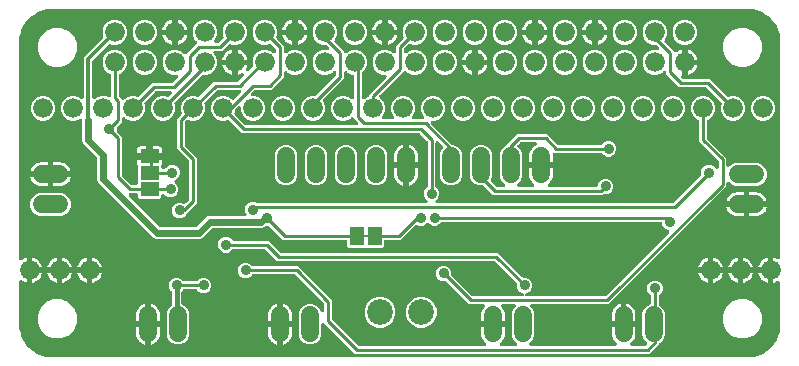
<source format=gbr>
G04 EAGLE Gerber RS-274X export*
G75*
%MOMM*%
%FSLAX34Y34*%
%LPD*%
%INBottom Copper*%
%IPPOS*%
%AMOC8*
5,1,8,0,0,1.08239X$1,22.5*%
G01*
%ADD10C,1.676400*%
%ADD11C,1.508000*%
%ADD12C,2.184400*%
%ADD13R,1.600200X1.168400*%
%ADD14R,1.168400X1.600200*%
%ADD15R,0.635000X0.203200*%
%ADD16C,0.254000*%
%ADD17C,0.906400*%
%ADD18C,0.406400*%
%ADD19C,0.304800*%
%ADD20C,0.609600*%

G36*
X620042Y2546D02*
X620042Y2546D01*
X620120Y2545D01*
X624177Y2865D01*
X624233Y2876D01*
X624290Y2878D01*
X624500Y2928D01*
X624519Y2932D01*
X624522Y2933D01*
X624528Y2935D01*
X632245Y5442D01*
X632352Y5491D01*
X632461Y5531D01*
X632525Y5570D01*
X632562Y5587D01*
X632598Y5614D01*
X632670Y5658D01*
X639235Y10428D01*
X639307Y10494D01*
X639321Y10503D01*
X639337Y10520D01*
X639413Y10579D01*
X639461Y10636D01*
X639492Y10664D01*
X639517Y10701D01*
X639555Y10746D01*
X639563Y10754D01*
X639565Y10757D01*
X639572Y10765D01*
X644342Y17330D01*
X644399Y17432D01*
X644464Y17529D01*
X644492Y17597D01*
X644513Y17633D01*
X644525Y17676D01*
X644558Y17755D01*
X646609Y24066D01*
X646632Y24181D01*
X646664Y24293D01*
X646670Y24367D01*
X646678Y24408D01*
X646676Y24453D01*
X646683Y24537D01*
X646683Y65467D01*
X646679Y65503D01*
X646682Y65538D01*
X646659Y65675D01*
X646643Y65813D01*
X646631Y65847D01*
X646626Y65882D01*
X646573Y66011D01*
X646526Y66141D01*
X646506Y66171D01*
X646493Y66205D01*
X646412Y66318D01*
X646337Y66434D01*
X646311Y66459D01*
X646290Y66488D01*
X646186Y66580D01*
X646086Y66676D01*
X646055Y66695D01*
X646029Y66718D01*
X645906Y66784D01*
X645787Y66855D01*
X645753Y66866D01*
X645721Y66883D01*
X645587Y66919D01*
X645455Y66961D01*
X645419Y66964D01*
X645385Y66974D01*
X645246Y66978D01*
X645108Y66989D01*
X645072Y66984D01*
X645036Y66985D01*
X644901Y66958D01*
X644763Y66938D01*
X644730Y66924D01*
X644695Y66917D01*
X644468Y66824D01*
X643003Y66078D01*
X641368Y65546D01*
X641309Y65537D01*
X641309Y75224D01*
X641306Y75250D01*
X641308Y75276D01*
X641286Y75423D01*
X641269Y75570D01*
X641261Y75595D01*
X641257Y75621D01*
X641202Y75758D01*
X641152Y75898D01*
X641138Y75920D01*
X641128Y75945D01*
X641043Y76066D01*
X640963Y76191D01*
X640950Y76203D01*
X640995Y76250D01*
X641009Y76273D01*
X641026Y76292D01*
X641098Y76422D01*
X641174Y76549D01*
X641182Y76574D01*
X641195Y76597D01*
X641235Y76739D01*
X641280Y76881D01*
X641282Y76907D01*
X641290Y76932D01*
X641309Y77176D01*
X641309Y86863D01*
X641368Y86854D01*
X643003Y86322D01*
X644468Y85576D01*
X644502Y85563D01*
X644533Y85545D01*
X644665Y85502D01*
X644795Y85454D01*
X644831Y85450D01*
X644865Y85439D01*
X645003Y85427D01*
X645141Y85410D01*
X645176Y85414D01*
X645212Y85411D01*
X645350Y85431D01*
X645487Y85445D01*
X645521Y85457D01*
X645557Y85462D01*
X645686Y85514D01*
X645817Y85559D01*
X645847Y85578D01*
X645881Y85591D01*
X645994Y85670D01*
X646112Y85744D01*
X646138Y85770D01*
X646167Y85790D01*
X646260Y85893D01*
X646358Y85992D01*
X646376Y86022D01*
X646400Y86049D01*
X646468Y86170D01*
X646540Y86288D01*
X646551Y86322D01*
X646569Y86354D01*
X646607Y86487D01*
X646651Y86619D01*
X646654Y86655D01*
X646664Y86689D01*
X646683Y86933D01*
X646683Y275463D01*
X646670Y275579D01*
X646665Y275696D01*
X646648Y275768D01*
X646643Y275809D01*
X646628Y275851D01*
X646609Y275934D01*
X644558Y282245D01*
X644509Y282352D01*
X644469Y282461D01*
X644430Y282525D01*
X644413Y282562D01*
X644386Y282598D01*
X644342Y282670D01*
X639572Y289235D01*
X639493Y289321D01*
X639421Y289413D01*
X639364Y289461D01*
X639336Y289492D01*
X639299Y289517D01*
X639235Y289572D01*
X632670Y294342D01*
X632568Y294399D01*
X632471Y294464D01*
X632403Y294492D01*
X632367Y294513D01*
X632324Y294525D01*
X632245Y294558D01*
X624528Y297065D01*
X624472Y297077D01*
X624418Y297097D01*
X624204Y297131D01*
X624186Y297134D01*
X624182Y297134D01*
X624177Y297135D01*
X620120Y297455D01*
X620077Y297453D01*
X620000Y297459D01*
X30000Y297459D01*
X29958Y297454D01*
X29880Y297455D01*
X25823Y297135D01*
X25767Y297124D01*
X25710Y297122D01*
X25500Y297072D01*
X25481Y297068D01*
X25478Y297067D01*
X25472Y297065D01*
X17755Y294558D01*
X17648Y294509D01*
X17539Y294469D01*
X17475Y294430D01*
X17438Y294413D01*
X17402Y294386D01*
X17330Y294342D01*
X10765Y289572D01*
X10679Y289493D01*
X10587Y289421D01*
X10539Y289364D01*
X10508Y289336D01*
X10483Y289299D01*
X10428Y289235D01*
X5658Y282670D01*
X5601Y282568D01*
X5536Y282471D01*
X5508Y282403D01*
X5487Y282367D01*
X5475Y282324D01*
X5442Y282245D01*
X2935Y274528D01*
X2923Y274472D01*
X2903Y274418D01*
X2869Y274204D01*
X2866Y274186D01*
X2866Y274182D01*
X2865Y274177D01*
X2545Y270120D01*
X2547Y270077D01*
X2541Y270000D01*
X2541Y86232D01*
X2558Y86078D01*
X2572Y85924D01*
X2578Y85905D01*
X2581Y85886D01*
X2633Y85740D01*
X2682Y85593D01*
X2692Y85576D01*
X2698Y85558D01*
X2783Y85427D01*
X2863Y85295D01*
X2877Y85282D01*
X2887Y85265D01*
X2999Y85157D01*
X3108Y85047D01*
X3124Y85036D01*
X3138Y85023D01*
X3271Y84944D01*
X3402Y84860D01*
X3420Y84854D01*
X3437Y84844D01*
X3584Y84797D01*
X3731Y84746D01*
X3750Y84744D01*
X3769Y84738D01*
X3923Y84726D01*
X4078Y84709D01*
X4097Y84712D01*
X4116Y84710D01*
X4270Y84733D01*
X4424Y84752D01*
X4442Y84759D01*
X4461Y84762D01*
X4605Y84819D01*
X4751Y84873D01*
X4770Y84885D01*
X4785Y84890D01*
X4821Y84915D01*
X4959Y85000D01*
X5705Y85542D01*
X7237Y86322D01*
X8872Y86854D01*
X8931Y86863D01*
X8931Y77176D01*
X8934Y77152D01*
X8932Y77128D01*
X8932Y77126D01*
X8932Y77124D01*
X8954Y76977D01*
X8971Y76830D01*
X8979Y76805D01*
X8983Y76779D01*
X9038Y76642D01*
X9088Y76502D01*
X9102Y76480D01*
X9112Y76455D01*
X9197Y76334D01*
X9277Y76209D01*
X9290Y76197D01*
X9245Y76150D01*
X9231Y76127D01*
X9214Y76108D01*
X9142Y75978D01*
X9066Y75851D01*
X9058Y75826D01*
X9045Y75803D01*
X9005Y75660D01*
X8960Y75519D01*
X8957Y75493D01*
X8950Y75468D01*
X8931Y75224D01*
X8931Y65537D01*
X8872Y65546D01*
X7237Y66078D01*
X5705Y66858D01*
X4959Y67400D01*
X4824Y67476D01*
X4691Y67556D01*
X4673Y67562D01*
X4656Y67571D01*
X4507Y67615D01*
X4359Y67662D01*
X4340Y67664D01*
X4321Y67669D01*
X4166Y67678D01*
X4012Y67690D01*
X3993Y67687D01*
X3973Y67688D01*
X3820Y67661D01*
X3667Y67638D01*
X3649Y67631D01*
X3630Y67628D01*
X3487Y67567D01*
X3343Y67510D01*
X3327Y67499D01*
X3310Y67491D01*
X3184Y67399D01*
X3057Y67311D01*
X3044Y67296D01*
X3029Y67285D01*
X2928Y67167D01*
X2824Y67052D01*
X2814Y67035D01*
X2802Y67020D01*
X2730Y66883D01*
X2655Y66747D01*
X2650Y66728D01*
X2641Y66711D01*
X2603Y66561D01*
X2560Y66411D01*
X2558Y66388D01*
X2555Y66373D01*
X2554Y66330D01*
X2541Y66168D01*
X2541Y30000D01*
X2546Y29958D01*
X2545Y29915D01*
X2545Y29907D01*
X2545Y29903D01*
X2545Y29881D01*
X2865Y25823D01*
X2876Y25767D01*
X2878Y25710D01*
X2928Y25500D01*
X2932Y25481D01*
X2933Y25478D01*
X2935Y25472D01*
X5442Y17755D01*
X5491Y17648D01*
X5531Y17539D01*
X5570Y17475D01*
X5587Y17438D01*
X5614Y17402D01*
X5658Y17330D01*
X10428Y10765D01*
X10474Y10715D01*
X10503Y10673D01*
X10533Y10647D01*
X10579Y10587D01*
X10636Y10539D01*
X10664Y10508D01*
X10701Y10483D01*
X10765Y10428D01*
X17330Y5658D01*
X17432Y5601D01*
X17529Y5536D01*
X17597Y5508D01*
X17633Y5487D01*
X17676Y5475D01*
X17755Y5442D01*
X25472Y2935D01*
X25528Y2923D01*
X25582Y2903D01*
X25796Y2869D01*
X25814Y2866D01*
X25818Y2866D01*
X25823Y2865D01*
X29880Y2545D01*
X29923Y2547D01*
X30000Y2541D01*
X620000Y2541D01*
X620042Y2546D01*
G37*
%LPC*%
G36*
X286922Y5587D02*
X286922Y5587D01*
X284541Y7968D01*
X263238Y29271D01*
X261093Y31416D01*
X261015Y31479D01*
X260942Y31548D01*
X260878Y31587D01*
X260820Y31633D01*
X260729Y31676D01*
X260643Y31727D01*
X260572Y31750D01*
X260505Y31782D01*
X260407Y31803D01*
X260311Y31833D01*
X260237Y31839D01*
X260164Y31855D01*
X260064Y31853D01*
X259964Y31861D01*
X259890Y31850D01*
X259816Y31849D01*
X259719Y31825D01*
X259619Y31810D01*
X259550Y31782D01*
X259478Y31764D01*
X259389Y31718D01*
X259295Y31681D01*
X259234Y31639D01*
X259168Y31604D01*
X259092Y31539D01*
X259009Y31482D01*
X258959Y31427D01*
X258903Y31379D01*
X258843Y31298D01*
X258776Y31223D01*
X258740Y31158D01*
X258695Y31098D01*
X258656Y31006D01*
X258607Y30918D01*
X258587Y30847D01*
X258557Y30778D01*
X258540Y30680D01*
X258512Y30583D01*
X258504Y30483D01*
X258496Y30435D01*
X258498Y30400D01*
X258493Y30339D01*
X258493Y21036D01*
X257035Y17517D01*
X254343Y14825D01*
X250824Y13367D01*
X247016Y13367D01*
X243497Y14825D01*
X240805Y17517D01*
X239347Y21036D01*
X239347Y39924D01*
X240805Y43443D01*
X243497Y46135D01*
X247016Y47593D01*
X250824Y47593D01*
X254343Y46135D01*
X257035Y43443D01*
X257927Y41291D01*
X257951Y41247D01*
X257968Y41199D01*
X258036Y41095D01*
X258096Y40986D01*
X258130Y40949D01*
X258157Y40906D01*
X258247Y40820D01*
X258330Y40728D01*
X258372Y40699D01*
X258408Y40664D01*
X258515Y40600D01*
X258617Y40530D01*
X258664Y40511D01*
X258707Y40485D01*
X258825Y40447D01*
X258941Y40402D01*
X258991Y40394D01*
X259039Y40379D01*
X259163Y40369D01*
X259286Y40351D01*
X259336Y40355D01*
X259386Y40351D01*
X259509Y40370D01*
X259633Y40380D01*
X259681Y40395D01*
X259731Y40403D01*
X259846Y40449D01*
X259965Y40487D01*
X260008Y40513D01*
X260055Y40532D01*
X260157Y40602D01*
X260263Y40667D01*
X260300Y40702D01*
X260341Y40731D01*
X260424Y40823D01*
X260513Y40910D01*
X260541Y40952D01*
X260574Y40989D01*
X260634Y41098D01*
X260702Y41203D01*
X260719Y41250D01*
X260743Y41294D01*
X260777Y41414D01*
X260818Y41531D01*
X260824Y41581D01*
X260838Y41630D01*
X260857Y41874D01*
X260857Y47531D01*
X260843Y47657D01*
X260836Y47783D01*
X260823Y47829D01*
X260817Y47877D01*
X260775Y47996D01*
X260740Y48118D01*
X260716Y48160D01*
X260700Y48205D01*
X260631Y48312D01*
X260570Y48422D01*
X260530Y48468D01*
X260511Y48498D01*
X260476Y48532D01*
X260411Y48608D01*
X236568Y72451D01*
X236469Y72530D01*
X236375Y72614D01*
X236333Y72638D01*
X236295Y72668D01*
X236181Y72722D01*
X236070Y72783D01*
X236024Y72796D01*
X235980Y72817D01*
X235857Y72843D01*
X235735Y72878D01*
X235674Y72883D01*
X235639Y72890D01*
X235591Y72889D01*
X235491Y72897D01*
X200922Y72897D01*
X200797Y72883D01*
X200670Y72876D01*
X200624Y72863D01*
X200576Y72857D01*
X200457Y72815D01*
X200336Y72780D01*
X200293Y72756D01*
X200248Y72740D01*
X200142Y72671D01*
X200031Y72610D01*
X199985Y72570D01*
X199955Y72551D01*
X199922Y72516D01*
X199845Y72451D01*
X198029Y70635D01*
X195616Y69635D01*
X193004Y69635D01*
X190591Y70635D01*
X188745Y72481D01*
X187745Y74894D01*
X187745Y77506D01*
X188745Y79919D01*
X190591Y81765D01*
X193004Y82765D01*
X195616Y82765D01*
X198029Y81765D01*
X199845Y79949D01*
X199944Y79870D01*
X200038Y79786D01*
X200080Y79762D01*
X200118Y79732D01*
X200232Y79678D01*
X200343Y79617D01*
X200390Y79604D01*
X200433Y79583D01*
X200557Y79557D01*
X200678Y79522D01*
X200739Y79517D01*
X200774Y79510D01*
X200822Y79511D01*
X200922Y79503D01*
X238858Y79503D01*
X267463Y50898D01*
X267463Y35019D01*
X267477Y34893D01*
X267484Y34767D01*
X267497Y34721D01*
X267503Y34673D01*
X267545Y34554D01*
X267580Y34432D01*
X267604Y34390D01*
X267620Y34345D01*
X267689Y34238D01*
X267750Y34128D01*
X267790Y34082D01*
X267809Y34052D01*
X267844Y34018D01*
X267909Y33942D01*
X289212Y12639D01*
X289311Y12560D01*
X289405Y12476D01*
X289447Y12452D01*
X289485Y12422D01*
X289599Y12368D01*
X289710Y12307D01*
X289756Y12294D01*
X289800Y12273D01*
X289923Y12247D01*
X290045Y12212D01*
X290106Y12207D01*
X290141Y12200D01*
X290189Y12201D01*
X290289Y12193D01*
X396814Y12193D01*
X396859Y12198D01*
X396905Y12195D01*
X397032Y12218D01*
X397160Y12233D01*
X397203Y12248D01*
X397248Y12256D01*
X397367Y12307D01*
X397488Y12350D01*
X397527Y12375D01*
X397568Y12393D01*
X397672Y12469D01*
X397781Y12539D01*
X397813Y12572D01*
X397849Y12599D01*
X397934Y12697D01*
X398023Y12790D01*
X398047Y12829D01*
X398076Y12863D01*
X398136Y12978D01*
X398202Y13089D01*
X398216Y13132D01*
X398237Y13173D01*
X398269Y13298D01*
X398308Y13421D01*
X398312Y13466D01*
X398323Y13510D01*
X398326Y13640D01*
X398336Y13768D01*
X398330Y13813D01*
X398330Y13859D01*
X398304Y13985D01*
X398285Y14113D01*
X398268Y14155D01*
X398258Y14200D01*
X398204Y14317D01*
X398156Y14437D01*
X398130Y14474D01*
X398111Y14515D01*
X398031Y14617D01*
X397957Y14723D01*
X397923Y14753D01*
X397895Y14789D01*
X397709Y14948D01*
X397293Y15251D01*
X396171Y16373D01*
X395238Y17657D01*
X394518Y19070D01*
X394027Y20579D01*
X393779Y22147D01*
X393779Y27981D01*
X402884Y27981D01*
X402910Y27984D01*
X402936Y27982D01*
X403083Y28004D01*
X403230Y28021D01*
X403255Y28029D01*
X403281Y28033D01*
X403418Y28088D01*
X403558Y28138D01*
X403580Y28152D01*
X403605Y28162D01*
X403726Y28247D01*
X403851Y28327D01*
X403863Y28340D01*
X403910Y28295D01*
X403933Y28281D01*
X403952Y28264D01*
X404082Y28192D01*
X404209Y28116D01*
X404234Y28108D01*
X404257Y28095D01*
X404400Y28055D01*
X404541Y28010D01*
X404567Y28007D01*
X404592Y28000D01*
X404836Y27981D01*
X413941Y27981D01*
X413941Y22147D01*
X413693Y20579D01*
X413202Y19070D01*
X412482Y17657D01*
X411549Y16373D01*
X410427Y15251D01*
X410011Y14948D01*
X409977Y14918D01*
X409939Y14893D01*
X409849Y14800D01*
X409754Y14713D01*
X409728Y14675D01*
X409697Y14642D01*
X409630Y14531D01*
X409558Y14425D01*
X409541Y14382D01*
X409518Y14343D01*
X409479Y14220D01*
X409432Y14100D01*
X409426Y14055D01*
X409412Y14011D01*
X409401Y13882D01*
X409383Y13755D01*
X409387Y13709D01*
X409384Y13664D01*
X409403Y13536D01*
X409414Y13407D01*
X409429Y13364D01*
X409435Y13319D01*
X409483Y13199D01*
X409524Y13076D01*
X409547Y13038D01*
X409564Y12995D01*
X409638Y12889D01*
X409705Y12779D01*
X409737Y12746D01*
X409763Y12709D01*
X409859Y12623D01*
X409949Y12531D01*
X409988Y12506D01*
X410022Y12476D01*
X410135Y12413D01*
X410244Y12344D01*
X410287Y12329D01*
X410327Y12307D01*
X410451Y12272D01*
X410573Y12230D01*
X410618Y12225D01*
X410662Y12212D01*
X410906Y12193D01*
X422792Y12193D01*
X422892Y12204D01*
X422992Y12206D01*
X423064Y12224D01*
X423138Y12233D01*
X423233Y12266D01*
X423330Y12291D01*
X423396Y12325D01*
X423466Y12350D01*
X423551Y12405D01*
X423640Y12451D01*
X423697Y12499D01*
X423759Y12539D01*
X423829Y12611D01*
X423905Y12676D01*
X423950Y12736D01*
X424001Y12790D01*
X424053Y12876D01*
X424112Y12957D01*
X424142Y13025D01*
X424180Y13089D01*
X424211Y13185D01*
X424250Y13277D01*
X424264Y13350D01*
X424286Y13421D01*
X424294Y13521D01*
X424312Y13620D01*
X424308Y13694D01*
X424314Y13768D01*
X424299Y13868D01*
X424294Y13968D01*
X424274Y14039D01*
X424263Y14113D01*
X424226Y14206D01*
X424198Y14303D01*
X424161Y14368D01*
X424134Y14437D01*
X424077Y14519D01*
X424028Y14607D01*
X423962Y14683D01*
X423935Y14723D01*
X423908Y14747D01*
X423869Y14793D01*
X421145Y17517D01*
X419687Y21036D01*
X419687Y39924D01*
X421145Y43443D01*
X422599Y44897D01*
X422661Y44976D01*
X422731Y45048D01*
X422769Y45112D01*
X422816Y45170D01*
X422859Y45261D01*
X422910Y45347D01*
X422933Y45418D01*
X422965Y45485D01*
X422986Y45583D01*
X423016Y45679D01*
X423022Y45753D01*
X423038Y45826D01*
X423036Y45926D01*
X423044Y46026D01*
X423033Y46100D01*
X423032Y46174D01*
X423007Y46271D01*
X422993Y46371D01*
X422965Y46440D01*
X422947Y46512D01*
X422901Y46601D01*
X422864Y46695D01*
X422821Y46756D01*
X422787Y46822D01*
X422722Y46898D01*
X422665Y46981D01*
X422610Y47031D01*
X422561Y47087D01*
X422481Y47147D01*
X422406Y47214D01*
X422341Y47250D01*
X422281Y47295D01*
X422189Y47334D01*
X422101Y47383D01*
X422029Y47403D01*
X421961Y47433D01*
X421862Y47450D01*
X421766Y47478D01*
X421666Y47486D01*
X421618Y47494D01*
X421582Y47492D01*
X421522Y47497D01*
X412316Y47497D01*
X412217Y47486D01*
X412116Y47484D01*
X412044Y47466D01*
X411970Y47457D01*
X411876Y47424D01*
X411778Y47399D01*
X411712Y47365D01*
X411642Y47340D01*
X411558Y47285D01*
X411468Y47239D01*
X411412Y47191D01*
X411349Y47151D01*
X411280Y47079D01*
X411203Y47014D01*
X411159Y46954D01*
X411107Y46900D01*
X411056Y46814D01*
X410996Y46733D01*
X410966Y46665D01*
X410928Y46601D01*
X410898Y46506D01*
X410858Y46413D01*
X410845Y46340D01*
X410822Y46269D01*
X410814Y46169D01*
X410796Y46070D01*
X410800Y45996D01*
X410794Y45922D01*
X410809Y45823D01*
X410814Y45722D01*
X410835Y45651D01*
X410846Y45577D01*
X410883Y45484D01*
X410911Y45387D01*
X410947Y45322D01*
X410975Y45253D01*
X411032Y45171D01*
X411081Y45083D01*
X411146Y45007D01*
X411173Y44967D01*
X411200Y44943D01*
X411239Y44897D01*
X411549Y44587D01*
X412482Y43303D01*
X413202Y41890D01*
X413693Y40381D01*
X413941Y38813D01*
X413941Y32979D01*
X404836Y32979D01*
X404810Y32976D01*
X404784Y32978D01*
X404637Y32956D01*
X404490Y32939D01*
X404465Y32931D01*
X404439Y32927D01*
X404302Y32872D01*
X404162Y32822D01*
X404140Y32808D01*
X404115Y32798D01*
X403994Y32713D01*
X403869Y32633D01*
X403857Y32620D01*
X403810Y32665D01*
X403787Y32679D01*
X403768Y32696D01*
X403638Y32768D01*
X403511Y32844D01*
X403486Y32852D01*
X403463Y32865D01*
X403320Y32905D01*
X403179Y32950D01*
X403153Y32952D01*
X403128Y32960D01*
X402884Y32979D01*
X393779Y32979D01*
X393779Y38813D01*
X394027Y40381D01*
X394518Y41890D01*
X395238Y43303D01*
X396171Y44587D01*
X396481Y44897D01*
X396543Y44976D01*
X396613Y45048D01*
X396651Y45112D01*
X396697Y45170D01*
X396740Y45261D01*
X396792Y45347D01*
X396814Y45418D01*
X396846Y45485D01*
X396867Y45583D01*
X396898Y45679D01*
X396904Y45753D01*
X396920Y45826D01*
X396918Y45926D01*
X396926Y46026D01*
X396915Y46100D01*
X396914Y46174D01*
X396889Y46272D01*
X396874Y46371D01*
X396847Y46440D01*
X396829Y46512D01*
X396783Y46601D01*
X396745Y46695D01*
X396703Y46756D01*
X396669Y46822D01*
X396604Y46898D01*
X396547Y46981D01*
X396491Y47031D01*
X396443Y47087D01*
X396362Y47147D01*
X396288Y47214D01*
X396223Y47250D01*
X396163Y47295D01*
X396071Y47334D01*
X395983Y47383D01*
X395911Y47403D01*
X395843Y47433D01*
X395744Y47450D01*
X395647Y47478D01*
X395547Y47486D01*
X395500Y47494D01*
X395464Y47492D01*
X395404Y47497D01*
X383442Y47497D01*
X364290Y66649D01*
X364191Y66728D01*
X364097Y66812D01*
X364055Y66836D01*
X364017Y66866D01*
X363903Y66920D01*
X363792Y66981D01*
X363746Y66994D01*
X363702Y67015D01*
X363579Y67041D01*
X363457Y67076D01*
X363396Y67081D01*
X363361Y67088D01*
X363313Y67087D01*
X363213Y67095D01*
X360644Y67095D01*
X358231Y68095D01*
X356385Y69941D01*
X355385Y72354D01*
X355385Y74966D01*
X356385Y77379D01*
X358231Y79225D01*
X360644Y80225D01*
X363256Y80225D01*
X365669Y79225D01*
X367515Y77379D01*
X368515Y74966D01*
X368515Y72397D01*
X368529Y72271D01*
X368536Y72145D01*
X368549Y72099D01*
X368555Y72051D01*
X368597Y71932D01*
X368632Y71810D01*
X368656Y71768D01*
X368672Y71723D01*
X368741Y71616D01*
X368802Y71506D01*
X368842Y71460D01*
X368861Y71430D01*
X368896Y71396D01*
X368961Y71320D01*
X385732Y54549D01*
X385831Y54470D01*
X385925Y54386D01*
X385967Y54362D01*
X386005Y54332D01*
X386119Y54278D01*
X386230Y54217D01*
X386276Y54204D01*
X386320Y54183D01*
X386443Y54157D01*
X386565Y54122D01*
X386626Y54117D01*
X386661Y54110D01*
X386709Y54111D01*
X386809Y54103D01*
X428405Y54103D01*
X428455Y54108D01*
X428505Y54106D01*
X428627Y54128D01*
X428751Y54143D01*
X428798Y54160D01*
X428848Y54169D01*
X428962Y54218D01*
X429079Y54260D01*
X429121Y54287D01*
X429167Y54307D01*
X429267Y54382D01*
X429372Y54449D01*
X429407Y54485D01*
X429447Y54515D01*
X429527Y54610D01*
X429614Y54700D01*
X429640Y54743D01*
X429672Y54781D01*
X429729Y54892D01*
X429793Y54999D01*
X429808Y55047D01*
X429831Y55092D01*
X429861Y55212D01*
X429899Y55331D01*
X429903Y55381D01*
X429915Y55430D01*
X429917Y55554D01*
X429927Y55678D01*
X429920Y55728D01*
X429920Y55778D01*
X429894Y55900D01*
X429875Y56023D01*
X429857Y56070D01*
X429846Y56119D01*
X429793Y56231D01*
X429747Y56347D01*
X429718Y56388D01*
X429696Y56434D01*
X429619Y56531D01*
X429548Y56633D01*
X429510Y56667D01*
X429479Y56706D01*
X429381Y56783D01*
X429289Y56866D01*
X429245Y56891D01*
X429205Y56922D01*
X428988Y57033D01*
X426811Y57935D01*
X424965Y59781D01*
X423965Y62194D01*
X423965Y64763D01*
X423951Y64889D01*
X423944Y65015D01*
X423931Y65061D01*
X423925Y65109D01*
X423883Y65228D01*
X423848Y65350D01*
X423824Y65392D01*
X423808Y65437D01*
X423739Y65544D01*
X423678Y65654D01*
X423638Y65700D01*
X423619Y65730D01*
X423584Y65764D01*
X423519Y65840D01*
X405478Y83881D01*
X405379Y83960D01*
X405285Y84044D01*
X405243Y84068D01*
X405205Y84098D01*
X405091Y84152D01*
X404980Y84213D01*
X404934Y84226D01*
X404890Y84247D01*
X404767Y84273D01*
X404645Y84308D01*
X404584Y84313D01*
X404549Y84320D01*
X404501Y84319D01*
X404401Y84327D01*
X220882Y84327D01*
X211168Y94041D01*
X211069Y94120D01*
X210975Y94204D01*
X210933Y94228D01*
X210895Y94258D01*
X210781Y94312D01*
X210670Y94373D01*
X210624Y94386D01*
X210580Y94407D01*
X210457Y94433D01*
X210335Y94468D01*
X210274Y94473D01*
X210239Y94480D01*
X210191Y94479D01*
X210091Y94487D01*
X184412Y94487D01*
X184287Y94473D01*
X184160Y94466D01*
X184114Y94453D01*
X184066Y94447D01*
X183947Y94405D01*
X183825Y94370D01*
X183783Y94346D01*
X183738Y94330D01*
X183632Y94261D01*
X183521Y94200D01*
X183475Y94160D01*
X183445Y94141D01*
X183411Y94106D01*
X183335Y94041D01*
X181519Y92225D01*
X179106Y91225D01*
X176494Y91225D01*
X174081Y92225D01*
X172235Y94071D01*
X171235Y96484D01*
X171235Y99096D01*
X172235Y101509D01*
X174081Y103355D01*
X176494Y104355D01*
X179106Y104355D01*
X181519Y103355D01*
X183335Y101539D01*
X183434Y101460D01*
X183528Y101376D01*
X183570Y101352D01*
X183608Y101322D01*
X183722Y101268D01*
X183833Y101207D01*
X183879Y101194D01*
X183923Y101173D01*
X184047Y101147D01*
X184168Y101112D01*
X184229Y101107D01*
X184264Y101100D01*
X184312Y101101D01*
X184412Y101093D01*
X213458Y101093D01*
X223172Y91379D01*
X223271Y91300D01*
X223365Y91216D01*
X223407Y91192D01*
X223445Y91162D01*
X223559Y91108D01*
X223670Y91047D01*
X223716Y91034D01*
X223760Y91013D01*
X223883Y90987D01*
X224005Y90952D01*
X224066Y90947D01*
X224101Y90940D01*
X224149Y90941D01*
X224249Y90933D01*
X407768Y90933D01*
X428190Y70511D01*
X428289Y70432D01*
X428383Y70348D01*
X428425Y70324D01*
X428463Y70294D01*
X428577Y70240D01*
X428688Y70179D01*
X428734Y70166D01*
X428778Y70145D01*
X428901Y70119D01*
X429023Y70084D01*
X429084Y70079D01*
X429119Y70072D01*
X429167Y70073D01*
X429267Y70065D01*
X431836Y70065D01*
X434249Y69065D01*
X436095Y67219D01*
X437095Y64806D01*
X437095Y62194D01*
X436095Y59781D01*
X434249Y57935D01*
X432072Y57033D01*
X432028Y57009D01*
X431981Y56992D01*
X431876Y56924D01*
X431768Y56864D01*
X431731Y56830D01*
X431688Y56803D01*
X431602Y56713D01*
X431510Y56630D01*
X431481Y56588D01*
X431446Y56552D01*
X431382Y56445D01*
X431311Y56343D01*
X431293Y56296D01*
X431267Y56253D01*
X431229Y56135D01*
X431184Y56019D01*
X431176Y55969D01*
X431161Y55921D01*
X431151Y55797D01*
X431133Y55674D01*
X431137Y55624D01*
X431133Y55574D01*
X431151Y55451D01*
X431162Y55327D01*
X431177Y55279D01*
X431185Y55229D01*
X431231Y55114D01*
X431269Y54995D01*
X431295Y54952D01*
X431313Y54905D01*
X431384Y54803D01*
X431448Y54697D01*
X431484Y54660D01*
X431512Y54619D01*
X431605Y54536D01*
X431691Y54447D01*
X431734Y54419D01*
X431771Y54386D01*
X431880Y54326D01*
X431985Y54258D01*
X432032Y54241D01*
X432076Y54217D01*
X432196Y54183D01*
X432313Y54142D01*
X432363Y54136D01*
X432412Y54122D01*
X432655Y54103D01*
X498381Y54103D01*
X498507Y54117D01*
X498633Y54124D01*
X498679Y54137D01*
X498727Y54143D01*
X498846Y54185D01*
X498968Y54220D01*
X499010Y54244D01*
X499055Y54260D01*
X499162Y54329D01*
X499272Y54390D01*
X499318Y54430D01*
X499348Y54449D01*
X499382Y54484D01*
X499458Y54549D01*
X552761Y107852D01*
X552854Y107969D01*
X552952Y108084D01*
X552963Y108106D01*
X552978Y108125D01*
X553042Y108261D01*
X553110Y108395D01*
X553116Y108418D01*
X553127Y108440D01*
X553158Y108587D01*
X553195Y108733D01*
X553195Y108757D01*
X553200Y108781D01*
X553197Y108930D01*
X553200Y109081D01*
X553194Y109105D01*
X553194Y109129D01*
X553157Y109275D01*
X553125Y109422D01*
X553115Y109444D01*
X553109Y109467D01*
X553040Y109601D01*
X552976Y109736D01*
X552961Y109755D01*
X552949Y109777D01*
X552852Y109892D01*
X552758Y110009D01*
X552739Y110024D01*
X552724Y110042D01*
X552603Y110132D01*
X552485Y110225D01*
X552459Y110238D01*
X552443Y110249D01*
X552400Y110268D01*
X552267Y110336D01*
X550001Y111275D01*
X548155Y113121D01*
X547155Y115534D01*
X547155Y115824D01*
X547152Y115850D01*
X547154Y115876D01*
X547132Y116023D01*
X547115Y116170D01*
X547107Y116195D01*
X547103Y116221D01*
X547048Y116359D01*
X546998Y116498D01*
X546984Y116520D01*
X546974Y116545D01*
X546889Y116666D01*
X546809Y116791D01*
X546790Y116809D01*
X546775Y116831D01*
X546665Y116930D01*
X546558Y117033D01*
X546536Y117047D01*
X546516Y117064D01*
X546386Y117136D01*
X546259Y117212D01*
X546234Y117220D01*
X546211Y117233D01*
X546068Y117273D01*
X545927Y117318D01*
X545901Y117320D01*
X545876Y117328D01*
X545632Y117347D01*
X360942Y117347D01*
X360817Y117333D01*
X360690Y117326D01*
X360644Y117313D01*
X360596Y117307D01*
X360477Y117265D01*
X360356Y117230D01*
X360313Y117206D01*
X360268Y117190D01*
X360162Y117121D01*
X360051Y117060D01*
X360005Y117020D01*
X359975Y117001D01*
X359942Y116966D01*
X359865Y116901D01*
X358049Y115085D01*
X355636Y114085D01*
X353024Y114085D01*
X350611Y115085D01*
X349692Y116004D01*
X349672Y116020D01*
X349655Y116040D01*
X349535Y116128D01*
X349419Y116221D01*
X349395Y116232D01*
X349374Y116247D01*
X349238Y116306D01*
X349104Y116369D01*
X349078Y116375D01*
X349054Y116385D01*
X348908Y116412D01*
X348763Y116443D01*
X348737Y116442D01*
X348711Y116447D01*
X348563Y116439D01*
X348415Y116437D01*
X348389Y116430D01*
X348363Y116429D01*
X348221Y116388D01*
X348077Y116352D01*
X348053Y116340D01*
X348028Y116333D01*
X347899Y116260D01*
X347767Y116192D01*
X347747Y116175D01*
X347724Y116162D01*
X347538Y116004D01*
X346619Y115085D01*
X344206Y114085D01*
X341594Y114085D01*
X339566Y114925D01*
X339492Y114946D01*
X339422Y114977D01*
X339326Y114994D01*
X339231Y115021D01*
X339155Y115025D01*
X339079Y115038D01*
X338981Y115033D01*
X338883Y115038D01*
X338808Y115024D01*
X338731Y115020D01*
X338637Y114993D01*
X338540Y114975D01*
X338470Y114945D01*
X338396Y114924D01*
X338310Y114876D01*
X338220Y114837D01*
X338159Y114791D01*
X338092Y114754D01*
X337978Y114657D01*
X337941Y114629D01*
X337928Y114614D01*
X337906Y114595D01*
X327799Y104488D01*
X325418Y102107D01*
X312928Y102107D01*
X312902Y102104D01*
X312876Y102106D01*
X312729Y102084D01*
X312582Y102067D01*
X312557Y102059D01*
X312531Y102055D01*
X312393Y102000D01*
X312254Y101950D01*
X312232Y101936D01*
X312207Y101926D01*
X312086Y101841D01*
X311961Y101761D01*
X311943Y101742D01*
X311921Y101727D01*
X311822Y101617D01*
X311719Y101510D01*
X311705Y101488D01*
X311688Y101468D01*
X311616Y101338D01*
X311540Y101211D01*
X311532Y101186D01*
X311519Y101163D01*
X311479Y101020D01*
X311434Y100879D01*
X311432Y100853D01*
X311424Y100828D01*
X311405Y100584D01*
X311405Y96567D01*
X310214Y95376D01*
X296809Y95376D01*
X296714Y95452D01*
X296690Y95463D01*
X296669Y95479D01*
X296533Y95537D01*
X296399Y95601D01*
X296373Y95606D01*
X296349Y95617D01*
X296203Y95643D01*
X296058Y95674D01*
X296032Y95674D01*
X296006Y95678D01*
X295858Y95671D01*
X295710Y95668D01*
X295684Y95662D01*
X295658Y95660D01*
X295516Y95619D01*
X295372Y95583D01*
X295348Y95571D01*
X295323Y95564D01*
X295194Y95491D01*
X295062Y95423D01*
X295042Y95406D01*
X295019Y95394D01*
X294999Y95376D01*
X281606Y95376D01*
X280415Y96567D01*
X280415Y100584D01*
X280412Y100610D01*
X280414Y100636D01*
X280392Y100783D01*
X280375Y100930D01*
X280367Y100955D01*
X280363Y100981D01*
X280308Y101119D01*
X280258Y101258D01*
X280244Y101280D01*
X280234Y101305D01*
X280149Y101426D01*
X280069Y101551D01*
X280050Y101569D01*
X280035Y101591D01*
X279925Y101690D01*
X279818Y101793D01*
X279796Y101807D01*
X279776Y101824D01*
X279646Y101896D01*
X279519Y101972D01*
X279494Y101980D01*
X279471Y101993D01*
X279328Y102033D01*
X279187Y102078D01*
X279161Y102080D01*
X279136Y102088D01*
X278892Y102107D01*
X225962Y102107D01*
X223581Y104488D01*
X214430Y113639D01*
X214331Y113718D01*
X214237Y113802D01*
X214195Y113826D01*
X214157Y113856D01*
X214043Y113910D01*
X213932Y113971D01*
X213886Y113984D01*
X213842Y114005D01*
X213719Y114031D01*
X213597Y114066D01*
X213536Y114071D01*
X213501Y114078D01*
X213453Y114077D01*
X213353Y114085D01*
X212071Y114085D01*
X211946Y114071D01*
X211820Y114064D01*
X211773Y114051D01*
X211725Y114045D01*
X211606Y114003D01*
X211485Y113968D01*
X211443Y113944D01*
X211397Y113928D01*
X211291Y113859D01*
X211181Y113798D01*
X211134Y113758D01*
X211104Y113739D01*
X211071Y113704D01*
X210994Y113639D01*
X209888Y112533D01*
X208021Y111759D01*
X166565Y111759D01*
X166440Y111745D01*
X166314Y111738D01*
X166267Y111725D01*
X166219Y111719D01*
X166100Y111677D01*
X165979Y111642D01*
X165937Y111618D01*
X165891Y111602D01*
X165785Y111533D01*
X165675Y111472D01*
X165628Y111432D01*
X165598Y111413D01*
X165565Y111378D01*
X165488Y111313D01*
X157818Y103643D01*
X155951Y102869D01*
X118369Y102869D01*
X116502Y103643D01*
X69353Y150792D01*
X68579Y152659D01*
X68579Y171255D01*
X68565Y171380D01*
X68558Y171506D01*
X68545Y171553D01*
X68539Y171601D01*
X68497Y171720D01*
X68462Y171841D01*
X68438Y171883D01*
X68422Y171929D01*
X68353Y172035D01*
X68292Y172145D01*
X68252Y172192D01*
X68233Y172222D01*
X68198Y172255D01*
X68133Y172332D01*
X56653Y183812D01*
X55879Y185679D01*
X55879Y202963D01*
X55862Y203112D01*
X55850Y203263D01*
X55842Y203286D01*
X55839Y203310D01*
X55789Y203451D01*
X55743Y203594D01*
X55730Y203615D01*
X55722Y203638D01*
X55640Y203764D01*
X55563Y203893D01*
X55546Y203910D01*
X55533Y203931D01*
X55424Y204036D01*
X55320Y204143D01*
X55300Y204156D01*
X55282Y204173D01*
X55153Y204250D01*
X55027Y204331D01*
X55004Y204339D01*
X54983Y204352D01*
X54840Y204397D01*
X54698Y204448D01*
X54674Y204451D01*
X54651Y204458D01*
X54502Y204470D01*
X54352Y204487D01*
X54328Y204484D01*
X54304Y204486D01*
X54155Y204464D01*
X54006Y204446D01*
X53978Y204437D01*
X53959Y204434D01*
X53915Y204417D01*
X53773Y204371D01*
X50332Y202945D01*
X46188Y202945D01*
X42360Y204531D01*
X39431Y207460D01*
X37845Y211288D01*
X37845Y215432D01*
X39431Y219260D01*
X42360Y222189D01*
X46188Y223775D01*
X50332Y223775D01*
X54159Y222189D01*
X54803Y221546D01*
X54882Y221483D01*
X54954Y221414D01*
X55018Y221375D01*
X55076Y221329D01*
X55167Y221286D01*
X55253Y221235D01*
X55324Y221212D01*
X55391Y221180D01*
X55489Y221159D01*
X55585Y221128D01*
X55659Y221122D01*
X55732Y221107D01*
X55832Y221109D01*
X55932Y221100D01*
X56006Y221112D01*
X56080Y221113D01*
X56177Y221137D01*
X56277Y221152D01*
X56346Y221180D01*
X56418Y221198D01*
X56507Y221244D01*
X56601Y221281D01*
X56662Y221323D01*
X56728Y221357D01*
X56805Y221423D01*
X56887Y221480D01*
X56937Y221535D01*
X56993Y221583D01*
X57053Y221664D01*
X57120Y221739D01*
X57156Y221804D01*
X57201Y221864D01*
X57240Y221956D01*
X57289Y222044D01*
X57309Y222115D01*
X57339Y222184D01*
X57356Y222282D01*
X57384Y222379D01*
X57392Y222479D01*
X57400Y222527D01*
X57398Y222562D01*
X57403Y222623D01*
X57403Y256433D01*
X73536Y272566D01*
X73583Y272626D01*
X73638Y272679D01*
X73691Y272762D01*
X73753Y272839D01*
X73785Y272908D01*
X73827Y272972D01*
X73859Y273065D01*
X73901Y273154D01*
X73918Y273229D01*
X73943Y273301D01*
X73954Y273399D01*
X73975Y273495D01*
X73974Y273571D01*
X73982Y273647D01*
X73971Y273745D01*
X73969Y273843D01*
X73950Y273917D01*
X73941Y273993D01*
X73895Y274135D01*
X73884Y274181D01*
X73875Y274198D01*
X73866Y274226D01*
X73285Y275628D01*
X73285Y279772D01*
X74871Y283600D01*
X77800Y286529D01*
X81628Y288115D01*
X85772Y288115D01*
X89600Y286529D01*
X92529Y283600D01*
X94115Y279772D01*
X94115Y275628D01*
X92529Y271800D01*
X89600Y268871D01*
X85772Y267285D01*
X81628Y267285D01*
X80226Y267866D01*
X80152Y267887D01*
X80082Y267917D01*
X79986Y267935D01*
X79891Y267962D01*
X79815Y267966D01*
X79739Y267979D01*
X79641Y267974D01*
X79543Y267979D01*
X79468Y267965D01*
X79391Y267961D01*
X79297Y267934D01*
X79200Y267916D01*
X79130Y267886D01*
X79056Y267865D01*
X78971Y267817D01*
X78880Y267777D01*
X78819Y267732D01*
X78752Y267694D01*
X78638Y267598D01*
X78601Y267569D01*
X78588Y267555D01*
X78566Y267536D01*
X64963Y253933D01*
X64884Y253834D01*
X64800Y253740D01*
X64776Y253698D01*
X64746Y253660D01*
X64692Y253546D01*
X64631Y253435D01*
X64618Y253388D01*
X64597Y253345D01*
X64571Y253221D01*
X64536Y253100D01*
X64531Y253039D01*
X64524Y253004D01*
X64525Y252956D01*
X64517Y252856D01*
X64517Y222623D01*
X64528Y222523D01*
X64530Y222423D01*
X64548Y222351D01*
X64557Y222277D01*
X64590Y222182D01*
X64615Y222085D01*
X64649Y222019D01*
X64674Y221949D01*
X64729Y221864D01*
X64775Y221775D01*
X64823Y221718D01*
X64863Y221656D01*
X64935Y221586D01*
X65000Y221509D01*
X65060Y221465D01*
X65114Y221414D01*
X65200Y221362D01*
X65281Y221302D01*
X65349Y221273D01*
X65413Y221235D01*
X65508Y221204D01*
X65601Y221164D01*
X65674Y221151D01*
X65745Y221128D01*
X65845Y221120D01*
X65944Y221103D01*
X66018Y221106D01*
X66092Y221100D01*
X66192Y221115D01*
X66292Y221121D01*
X66363Y221141D01*
X66437Y221152D01*
X66530Y221189D01*
X66627Y221217D01*
X66692Y221253D01*
X66761Y221281D01*
X66843Y221338D01*
X66931Y221387D01*
X67007Y221452D01*
X67047Y221480D01*
X67071Y221506D01*
X67117Y221546D01*
X67761Y222189D01*
X71588Y223775D01*
X75732Y223775D01*
X78291Y222715D01*
X78436Y222673D01*
X78579Y222627D01*
X78603Y222626D01*
X78626Y222619D01*
X78777Y222612D01*
X78926Y222600D01*
X78950Y222603D01*
X78974Y222602D01*
X79122Y222629D01*
X79271Y222651D01*
X79293Y222660D01*
X79317Y222664D01*
X79455Y222724D01*
X79595Y222780D01*
X79615Y222794D01*
X79637Y222803D01*
X79758Y222893D01*
X79881Y222979D01*
X79897Y222997D01*
X79917Y223011D01*
X80014Y223126D01*
X80114Y223238D01*
X80126Y223259D01*
X80142Y223277D01*
X80210Y223411D01*
X80283Y223543D01*
X80289Y223566D01*
X80300Y223588D01*
X80337Y223733D01*
X80378Y223878D01*
X80380Y223907D01*
X80385Y223926D01*
X80385Y223973D01*
X80397Y224122D01*
X80397Y241377D01*
X80389Y241453D01*
X80390Y241530D01*
X80369Y241626D01*
X80357Y241724D01*
X80332Y241796D01*
X80315Y241870D01*
X80273Y241959D01*
X80240Y242052D01*
X80198Y242116D01*
X80166Y242185D01*
X80104Y242262D01*
X80051Y242345D01*
X79996Y242398D01*
X79948Y242457D01*
X79871Y242518D01*
X79800Y242587D01*
X79735Y242626D01*
X79675Y242673D01*
X79542Y242741D01*
X79501Y242766D01*
X79483Y242771D01*
X79457Y242785D01*
X77800Y243471D01*
X74871Y246400D01*
X73285Y250228D01*
X73285Y254372D01*
X74871Y258200D01*
X77800Y261129D01*
X81628Y262715D01*
X85772Y262715D01*
X89600Y261129D01*
X92529Y258200D01*
X94115Y254372D01*
X94115Y250228D01*
X92529Y246400D01*
X89600Y243471D01*
X87943Y242785D01*
X87876Y242748D01*
X87805Y242719D01*
X87724Y242663D01*
X87638Y242615D01*
X87582Y242564D01*
X87519Y242520D01*
X87453Y242447D01*
X87380Y242381D01*
X87337Y242318D01*
X87286Y242262D01*
X87238Y242175D01*
X87182Y242095D01*
X87154Y242024D01*
X87117Y241957D01*
X87090Y241862D01*
X87054Y241770D01*
X87043Y241695D01*
X87022Y241621D01*
X87010Y241472D01*
X87003Y241426D01*
X87005Y241406D01*
X87003Y241377D01*
X87003Y224369D01*
X87017Y224243D01*
X87024Y224117D01*
X87037Y224071D01*
X87043Y224023D01*
X87085Y223904D01*
X87120Y223782D01*
X87144Y223740D01*
X87160Y223695D01*
X87229Y223589D01*
X87290Y223478D01*
X87330Y223432D01*
X87349Y223402D01*
X87384Y223368D01*
X87449Y223292D01*
X89779Y220962D01*
X89799Y220946D01*
X89817Y220925D01*
X89936Y220837D01*
X90052Y220745D01*
X90076Y220734D01*
X90097Y220718D01*
X90233Y220660D01*
X90367Y220596D01*
X90393Y220591D01*
X90417Y220580D01*
X90563Y220554D01*
X90708Y220523D01*
X90734Y220523D01*
X90760Y220519D01*
X90908Y220526D01*
X91056Y220529D01*
X91082Y220535D01*
X91108Y220537D01*
X91250Y220578D01*
X91394Y220614D01*
X91417Y220626D01*
X91443Y220633D01*
X91573Y220706D01*
X91704Y220773D01*
X91724Y220790D01*
X91747Y220803D01*
X91933Y220962D01*
X93161Y222189D01*
X96988Y223775D01*
X101132Y223775D01*
X102788Y223089D01*
X102862Y223068D01*
X102932Y223037D01*
X103028Y223020D01*
X103123Y222993D01*
X103199Y222989D01*
X103275Y222976D01*
X103373Y222981D01*
X103471Y222976D01*
X103546Y222990D01*
X103623Y222994D01*
X103717Y223021D01*
X103814Y223039D01*
X103884Y223069D01*
X103958Y223090D01*
X104044Y223138D01*
X104134Y223177D01*
X104195Y223223D01*
X104262Y223260D01*
X104376Y223357D01*
X104413Y223385D01*
X104426Y223400D01*
X104448Y223419D01*
X115472Y234443D01*
X131351Y234443D01*
X131477Y234457D01*
X131603Y234464D01*
X131649Y234477D01*
X131697Y234483D01*
X131816Y234525D01*
X131938Y234560D01*
X131980Y234584D01*
X132025Y234600D01*
X132132Y234669D01*
X132242Y234730D01*
X132288Y234770D01*
X132318Y234789D01*
X132352Y234824D01*
X132428Y234889D01*
X136824Y239285D01*
X136887Y239363D01*
X136956Y239436D01*
X136995Y239500D01*
X137041Y239558D01*
X137084Y239649D01*
X137135Y239735D01*
X137158Y239806D01*
X137190Y239873D01*
X137211Y239971D01*
X137241Y240067D01*
X137247Y240141D01*
X137263Y240214D01*
X137261Y240314D01*
X137269Y240414D01*
X137258Y240488D01*
X137257Y240562D01*
X137233Y240659D01*
X137218Y240759D01*
X137190Y240828D01*
X137172Y240900D01*
X137126Y240990D01*
X137089Y241083D01*
X137047Y241144D01*
X137012Y241210D01*
X136947Y241287D01*
X136890Y241369D01*
X136835Y241419D01*
X136787Y241475D01*
X136706Y241535D01*
X136631Y241602D01*
X136566Y241638D01*
X136506Y241683D01*
X136414Y241722D01*
X136326Y241771D01*
X136255Y241791D01*
X136186Y241821D01*
X136088Y241838D01*
X135991Y241866D01*
X135891Y241874D01*
X135843Y241882D01*
X135808Y241880D01*
X135747Y241885D01*
X132428Y241885D01*
X128600Y243471D01*
X125671Y246400D01*
X124085Y250228D01*
X124085Y254372D01*
X125671Y258200D01*
X128600Y261129D01*
X132428Y262715D01*
X136572Y262715D01*
X140400Y261129D01*
X142107Y259422D01*
X142127Y259405D01*
X142144Y259386D01*
X142264Y259297D01*
X142380Y259205D01*
X142404Y259194D01*
X142425Y259178D01*
X142561Y259120D01*
X142695Y259056D01*
X142721Y259051D01*
X142745Y259040D01*
X142891Y259014D01*
X143036Y258983D01*
X143062Y258983D01*
X143088Y258979D01*
X143236Y258986D01*
X143384Y258989D01*
X143410Y258995D01*
X143436Y258997D01*
X143578Y259038D01*
X143722Y259074D01*
X143745Y259086D01*
X143771Y259093D01*
X143900Y259166D01*
X144032Y259233D01*
X144052Y259250D01*
X144075Y259263D01*
X144261Y259422D01*
X146398Y261559D01*
X152778Y267939D01*
X152795Y267960D01*
X152814Y267977D01*
X152903Y268096D01*
X152995Y268212D01*
X153006Y268236D01*
X153022Y268257D01*
X153080Y268393D01*
X153144Y268527D01*
X153149Y268553D01*
X153160Y268577D01*
X153186Y268723D01*
X153217Y268868D01*
X153217Y268894D01*
X153221Y268920D01*
X153214Y269068D01*
X153211Y269216D01*
X153205Y269242D01*
X153203Y269268D01*
X153162Y269410D01*
X153126Y269554D01*
X153114Y269578D01*
X153107Y269603D01*
X153034Y269732D01*
X152967Y269864D01*
X152950Y269884D01*
X152937Y269907D01*
X152778Y270093D01*
X151071Y271800D01*
X149485Y275628D01*
X149485Y279772D01*
X151071Y283600D01*
X154000Y286529D01*
X157828Y288115D01*
X161972Y288115D01*
X165800Y286529D01*
X168729Y283600D01*
X170315Y279772D01*
X170315Y275628D01*
X168729Y271800D01*
X168262Y271333D01*
X168199Y271255D01*
X168130Y271182D01*
X168091Y271118D01*
X168045Y271060D01*
X168002Y270969D01*
X167951Y270883D01*
X167928Y270812D01*
X167896Y270745D01*
X167875Y270647D01*
X167844Y270551D01*
X167838Y270477D01*
X167823Y270404D01*
X167825Y270304D01*
X167816Y270204D01*
X167828Y270130D01*
X167829Y270056D01*
X167853Y269959D01*
X167868Y269859D01*
X167896Y269790D01*
X167914Y269718D01*
X167960Y269629D01*
X167997Y269535D01*
X168039Y269474D01*
X168073Y269408D01*
X168139Y269331D01*
X168196Y269249D01*
X168251Y269199D01*
X168299Y269143D01*
X168380Y269083D01*
X168455Y269016D01*
X168520Y268980D01*
X168580Y268935D01*
X168672Y268896D01*
X168760Y268847D01*
X168831Y268827D01*
X168900Y268797D01*
X168998Y268780D01*
X169095Y268752D01*
X169195Y268744D01*
X169243Y268736D01*
X169278Y268738D01*
X169339Y268733D01*
X171031Y268733D01*
X171157Y268747D01*
X171283Y268754D01*
X171329Y268767D01*
X171377Y268773D01*
X171496Y268815D01*
X171618Y268850D01*
X171660Y268874D01*
X171705Y268890D01*
X171812Y268959D01*
X171922Y269020D01*
X171968Y269060D01*
X171998Y269079D01*
X172032Y269114D01*
X172108Y269179D01*
X175241Y272312D01*
X175289Y272372D01*
X175343Y272425D01*
X175397Y272508D01*
X175458Y272585D01*
X175490Y272654D01*
X175532Y272718D01*
X175565Y272811D01*
X175607Y272900D01*
X175623Y272975D01*
X175648Y273047D01*
X175659Y273145D01*
X175680Y273241D01*
X175679Y273317D01*
X175687Y273393D01*
X175676Y273491D01*
X175674Y273589D01*
X175656Y273663D01*
X175647Y273739D01*
X175601Y273882D01*
X175589Y273927D01*
X175580Y273944D01*
X175571Y273972D01*
X174885Y275628D01*
X174885Y279772D01*
X176471Y283600D01*
X179400Y286529D01*
X183228Y288115D01*
X187372Y288115D01*
X191200Y286529D01*
X194129Y283600D01*
X195715Y279772D01*
X195715Y275628D01*
X194129Y271800D01*
X191200Y268871D01*
X187372Y267285D01*
X183228Y267285D01*
X181572Y267971D01*
X181498Y267992D01*
X181428Y268023D01*
X181332Y268040D01*
X181237Y268067D01*
X181160Y268071D01*
X181085Y268084D01*
X180987Y268079D01*
X180889Y268084D01*
X180813Y268070D01*
X180737Y268066D01*
X180643Y268039D01*
X180546Y268021D01*
X180476Y267991D01*
X180402Y267970D01*
X180316Y267922D01*
X180226Y267883D01*
X180165Y267837D01*
X180098Y267800D01*
X179984Y267703D01*
X179947Y267675D01*
X179934Y267660D01*
X179912Y267641D01*
X176779Y264508D01*
X174398Y262127D01*
X168479Y262127D01*
X168379Y262116D01*
X168279Y262114D01*
X168206Y262096D01*
X168133Y262087D01*
X168038Y262054D01*
X167941Y262029D01*
X167875Y261995D01*
X167805Y261970D01*
X167720Y261915D01*
X167631Y261869D01*
X167574Y261821D01*
X167512Y261781D01*
X167442Y261709D01*
X167365Y261644D01*
X167321Y261584D01*
X167270Y261530D01*
X167218Y261444D01*
X167158Y261363D01*
X167129Y261295D01*
X167091Y261231D01*
X167060Y261135D01*
X167020Y261043D01*
X167007Y260970D01*
X166984Y260899D01*
X166976Y260799D01*
X166959Y260700D01*
X166962Y260626D01*
X166956Y260552D01*
X166971Y260452D01*
X166977Y260352D01*
X166997Y260281D01*
X167008Y260207D01*
X167045Y260114D01*
X167073Y260017D01*
X167109Y259952D01*
X167137Y259883D01*
X167194Y259801D01*
X167243Y259713D01*
X167308Y259637D01*
X167336Y259597D01*
X167362Y259573D01*
X167402Y259527D01*
X168729Y258199D01*
X170315Y254372D01*
X170315Y250228D01*
X168729Y246400D01*
X165800Y243471D01*
X161972Y241885D01*
X158287Y241885D01*
X158161Y241871D01*
X158035Y241864D01*
X157989Y241851D01*
X157941Y241845D01*
X157822Y241803D01*
X157700Y241768D01*
X157658Y241744D01*
X157613Y241728D01*
X157506Y241659D01*
X157396Y241598D01*
X157350Y241558D01*
X157320Y241539D01*
X157286Y241504D01*
X157210Y241439D01*
X134519Y218748D01*
X134471Y218688D01*
X134416Y218635D01*
X134363Y218552D01*
X134302Y218475D01*
X134270Y218406D01*
X134228Y218342D01*
X134195Y218249D01*
X134153Y218160D01*
X134137Y218085D01*
X134112Y218013D01*
X134101Y217915D01*
X134080Y217819D01*
X134081Y217743D01*
X134073Y217667D01*
X134084Y217569D01*
X134086Y217471D01*
X134105Y217397D01*
X134113Y217321D01*
X134159Y217179D01*
X134171Y217133D01*
X134180Y217116D01*
X134189Y217088D01*
X134875Y215432D01*
X134875Y211288D01*
X133289Y207460D01*
X130360Y204531D01*
X126532Y202945D01*
X122388Y202945D01*
X118560Y204531D01*
X115631Y207460D01*
X114045Y211288D01*
X114045Y215432D01*
X115631Y219260D01*
X118560Y222189D01*
X122388Y223775D01*
X126532Y223775D01*
X128188Y223089D01*
X128261Y223068D01*
X128332Y223037D01*
X128428Y223020D01*
X128523Y222993D01*
X128599Y222989D01*
X128675Y222976D01*
X128773Y222981D01*
X128871Y222976D01*
X128946Y222990D01*
X129023Y222994D01*
X129117Y223021D01*
X129214Y223039D01*
X129284Y223069D01*
X129358Y223090D01*
X129444Y223138D01*
X129534Y223177D01*
X129595Y223223D01*
X129662Y223260D01*
X129776Y223357D01*
X129813Y223385D01*
X129826Y223400D01*
X129848Y223419D01*
X131666Y225237D01*
X131729Y225316D01*
X131798Y225388D01*
X131837Y225452D01*
X131883Y225510D01*
X131926Y225601D01*
X131977Y225687D01*
X132000Y225758D01*
X132032Y225825D01*
X132053Y225923D01*
X132083Y226019D01*
X132089Y226093D01*
X132105Y226166D01*
X132103Y226266D01*
X132111Y226366D01*
X132100Y226440D01*
X132099Y226514D01*
X132075Y226611D01*
X132060Y226711D01*
X132032Y226780D01*
X132014Y226852D01*
X131968Y226941D01*
X131931Y227035D01*
X131889Y227096D01*
X131854Y227162D01*
X131789Y227238D01*
X131732Y227321D01*
X131677Y227371D01*
X131629Y227427D01*
X131548Y227487D01*
X131473Y227554D01*
X131408Y227590D01*
X131348Y227635D01*
X131256Y227674D01*
X131168Y227723D01*
X131097Y227743D01*
X131028Y227773D01*
X130930Y227790D01*
X130833Y227818D01*
X130733Y227826D01*
X130685Y227834D01*
X130650Y227832D01*
X130589Y227837D01*
X118839Y227837D01*
X118713Y227823D01*
X118587Y227816D01*
X118541Y227803D01*
X118493Y227797D01*
X118374Y227755D01*
X118252Y227720D01*
X118210Y227696D01*
X118165Y227680D01*
X118058Y227611D01*
X117948Y227550D01*
X117902Y227510D01*
X117872Y227491D01*
X117838Y227456D01*
X117762Y227391D01*
X109119Y218748D01*
X109071Y218688D01*
X109016Y218635D01*
X108963Y218552D01*
X108902Y218475D01*
X108870Y218406D01*
X108828Y218342D01*
X108795Y218249D01*
X108753Y218160D01*
X108737Y218085D01*
X108712Y218013D01*
X108701Y217915D01*
X108680Y217819D01*
X108681Y217743D01*
X108673Y217667D01*
X108684Y217569D01*
X108686Y217471D01*
X108705Y217397D01*
X108713Y217321D01*
X108759Y217179D01*
X108771Y217133D01*
X108780Y217116D01*
X108789Y217088D01*
X109475Y215432D01*
X109475Y211288D01*
X107889Y207460D01*
X104960Y204531D01*
X101132Y202945D01*
X96988Y202945D01*
X93161Y204531D01*
X92263Y205428D01*
X92184Y205491D01*
X92112Y205560D01*
X92048Y205599D01*
X91990Y205645D01*
X91899Y205688D01*
X91813Y205739D01*
X91742Y205762D01*
X91675Y205794D01*
X91577Y205815D01*
X91481Y205846D01*
X91407Y205852D01*
X91334Y205867D01*
X91234Y205865D01*
X91134Y205874D01*
X91060Y205862D01*
X90986Y205861D01*
X90889Y205837D01*
X90789Y205822D01*
X90720Y205794D01*
X90648Y205776D01*
X90559Y205730D01*
X90465Y205693D01*
X90404Y205651D01*
X90338Y205617D01*
X90262Y205551D01*
X90179Y205494D01*
X90129Y205439D01*
X90073Y205391D01*
X90013Y205310D01*
X89946Y205235D01*
X89910Y205170D01*
X89865Y205110D01*
X89826Y205018D01*
X89777Y204930D01*
X89757Y204859D01*
X89727Y204790D01*
X89710Y204692D01*
X89682Y204595D01*
X89674Y204495D01*
X89666Y204447D01*
X89668Y204412D01*
X89663Y204351D01*
X89663Y201832D01*
X85751Y197920D01*
X85672Y197821D01*
X85588Y197727D01*
X85564Y197685D01*
X85534Y197647D01*
X85480Y197533D01*
X85419Y197422D01*
X85406Y197376D01*
X85385Y197332D01*
X85359Y197209D01*
X85324Y197087D01*
X85319Y197026D01*
X85312Y196991D01*
X85313Y196943D01*
X85305Y196843D01*
X85305Y194317D01*
X85319Y194191D01*
X85326Y194065D01*
X85339Y194019D01*
X85345Y193971D01*
X85387Y193852D01*
X85422Y193730D01*
X85446Y193688D01*
X85462Y193643D01*
X85531Y193536D01*
X85592Y193426D01*
X85632Y193380D01*
X85651Y193350D01*
X85686Y193316D01*
X85751Y193240D01*
X89663Y189328D01*
X89663Y156939D01*
X89677Y156813D01*
X89684Y156687D01*
X89697Y156641D01*
X89703Y156593D01*
X89745Y156474D01*
X89780Y156352D01*
X89804Y156310D01*
X89820Y156265D01*
X89889Y156158D01*
X89950Y156048D01*
X89990Y156002D01*
X90009Y155972D01*
X90044Y155938D01*
X90109Y155862D01*
X97442Y148529D01*
X97541Y148450D01*
X97635Y148366D01*
X97677Y148342D01*
X97715Y148312D01*
X97829Y148258D01*
X97940Y148197D01*
X97986Y148184D01*
X98030Y148163D01*
X98153Y148137D01*
X98275Y148102D01*
X98336Y148097D01*
X98371Y148090D01*
X98419Y148091D01*
X98519Y148083D01*
X101473Y148083D01*
X101499Y148086D01*
X101525Y148084D01*
X101672Y148106D01*
X101819Y148123D01*
X101844Y148131D01*
X101870Y148135D01*
X102008Y148190D01*
X102147Y148240D01*
X102169Y148254D01*
X102194Y148264D01*
X102315Y148349D01*
X102440Y148429D01*
X102458Y148448D01*
X102480Y148463D01*
X102579Y148573D01*
X102682Y148680D01*
X102696Y148702D01*
X102713Y148722D01*
X102785Y148851D01*
X102861Y148979D01*
X102869Y149004D01*
X102882Y149027D01*
X102922Y149170D01*
X102967Y149311D01*
X102969Y149337D01*
X102977Y149362D01*
X102996Y149606D01*
X102996Y164909D01*
X102985Y165010D01*
X102983Y165112D01*
X102965Y165183D01*
X102956Y165255D01*
X102922Y165351D01*
X102897Y165450D01*
X102855Y165539D01*
X102839Y165583D01*
X102819Y165614D01*
X102792Y165671D01*
X102661Y165897D01*
X102488Y166543D01*
X102488Y169800D01*
X109474Y169800D01*
X109500Y169803D01*
X109526Y169801D01*
X109673Y169823D01*
X109820Y169840D01*
X109845Y169848D01*
X109871Y169852D01*
X110009Y169907D01*
X110148Y169957D01*
X110170Y169971D01*
X110195Y169981D01*
X110316Y170066D01*
X110441Y170146D01*
X110459Y170165D01*
X110481Y170180D01*
X110580Y170290D01*
X110683Y170397D01*
X110697Y170419D01*
X110714Y170439D01*
X110786Y170569D01*
X110862Y170696D01*
X110870Y170721D01*
X110883Y170744D01*
X110923Y170887D01*
X110968Y171028D01*
X110970Y171054D01*
X110978Y171079D01*
X110997Y171323D01*
X110997Y174117D01*
X110994Y174143D01*
X110996Y174169D01*
X110974Y174316D01*
X110957Y174463D01*
X110949Y174488D01*
X110945Y174514D01*
X110890Y174652D01*
X110840Y174791D01*
X110826Y174813D01*
X110816Y174838D01*
X110731Y174959D01*
X110651Y175084D01*
X110632Y175102D01*
X110617Y175124D01*
X110507Y175223D01*
X110400Y175326D01*
X110378Y175340D01*
X110358Y175357D01*
X110228Y175429D01*
X110101Y175505D01*
X110076Y175513D01*
X110053Y175526D01*
X109910Y175566D01*
X109769Y175611D01*
X109743Y175613D01*
X109718Y175621D01*
X109474Y175640D01*
X102488Y175640D01*
X102488Y178897D01*
X102661Y179543D01*
X102996Y180122D01*
X103469Y180595D01*
X104048Y180930D01*
X104694Y181103D01*
X110110Y181103D01*
X110110Y176878D01*
X110121Y176778D01*
X110123Y176678D01*
X110141Y176606D01*
X110150Y176532D01*
X110183Y176437D01*
X110208Y176340D01*
X110242Y176274D01*
X110267Y176204D01*
X110322Y176119D01*
X110368Y176030D01*
X110416Y175973D01*
X110456Y175911D01*
X110528Y175841D01*
X110593Y175764D01*
X110653Y175720D01*
X110707Y175669D01*
X110793Y175617D01*
X110874Y175557D01*
X110942Y175528D01*
X111006Y175490D01*
X111101Y175459D01*
X111194Y175419D01*
X111267Y175406D01*
X111338Y175384D01*
X111438Y175375D01*
X111537Y175358D01*
X111611Y175362D01*
X111685Y175356D01*
X111784Y175370D01*
X111885Y175376D01*
X111956Y175396D01*
X112030Y175407D01*
X112123Y175444D01*
X112220Y175472D01*
X112285Y175508D01*
X112354Y175536D01*
X112436Y175593D01*
X112524Y175642D01*
X112600Y175707D01*
X112640Y175735D01*
X112664Y175761D01*
X112710Y175801D01*
X112932Y176023D01*
X114427Y176023D01*
X114453Y176026D01*
X114479Y176024D01*
X114626Y176046D01*
X114773Y176063D01*
X114798Y176071D01*
X114824Y176075D01*
X114962Y176130D01*
X115101Y176180D01*
X115123Y176194D01*
X115148Y176204D01*
X115269Y176289D01*
X115394Y176369D01*
X115412Y176388D01*
X115434Y176403D01*
X115533Y176513D01*
X115636Y176620D01*
X115650Y176642D01*
X115667Y176662D01*
X115739Y176792D01*
X115815Y176919D01*
X115823Y176944D01*
X115836Y176967D01*
X115876Y177110D01*
X115921Y177251D01*
X115923Y177277D01*
X115931Y177302D01*
X115950Y177546D01*
X115950Y181103D01*
X121366Y181103D01*
X122012Y180930D01*
X122591Y180595D01*
X123064Y180122D01*
X123399Y179543D01*
X123572Y178897D01*
X123572Y175640D01*
X119126Y175640D01*
X119100Y175637D01*
X119074Y175639D01*
X118927Y175617D01*
X118780Y175600D01*
X118755Y175592D01*
X118729Y175588D01*
X118591Y175533D01*
X118452Y175483D01*
X118430Y175469D01*
X118405Y175459D01*
X118284Y175374D01*
X118159Y175294D01*
X118141Y175275D01*
X118119Y175260D01*
X118020Y175150D01*
X117917Y175043D01*
X117903Y175021D01*
X117886Y175001D01*
X117814Y174871D01*
X117738Y174744D01*
X117730Y174719D01*
X117717Y174696D01*
X117677Y174553D01*
X117632Y174412D01*
X117630Y174386D01*
X117622Y174361D01*
X117603Y174117D01*
X117603Y171323D01*
X117606Y171297D01*
X117604Y171271D01*
X117626Y171124D01*
X117643Y170977D01*
X117651Y170952D01*
X117655Y170926D01*
X117710Y170788D01*
X117760Y170649D01*
X117774Y170627D01*
X117784Y170602D01*
X117869Y170481D01*
X117949Y170356D01*
X117968Y170338D01*
X117983Y170316D01*
X118093Y170217D01*
X118200Y170114D01*
X118222Y170100D01*
X118242Y170083D01*
X118372Y170011D01*
X118499Y169935D01*
X118524Y169927D01*
X118547Y169914D01*
X118690Y169874D01*
X118831Y169829D01*
X118857Y169826D01*
X118882Y169819D01*
X119126Y169800D01*
X123572Y169800D01*
X123572Y166543D01*
X123399Y165897D01*
X123268Y165671D01*
X123227Y165577D01*
X123178Y165488D01*
X123158Y165418D01*
X123129Y165351D01*
X123111Y165251D01*
X123083Y165153D01*
X123075Y165055D01*
X123067Y165008D01*
X123069Y164972D01*
X123064Y164909D01*
X123064Y163576D01*
X123067Y163550D01*
X123065Y163524D01*
X123087Y163377D01*
X123104Y163230D01*
X123112Y163205D01*
X123116Y163179D01*
X123171Y163041D01*
X123221Y162902D01*
X123235Y162880D01*
X123245Y162855D01*
X123330Y162734D01*
X123410Y162609D01*
X123429Y162591D01*
X123444Y162569D01*
X123554Y162470D01*
X123661Y162367D01*
X123683Y162353D01*
X123703Y162336D01*
X123833Y162264D01*
X123960Y162188D01*
X123985Y162180D01*
X124008Y162167D01*
X124151Y162127D01*
X124292Y162082D01*
X124318Y162080D01*
X124343Y162072D01*
X124587Y162053D01*
X125468Y162053D01*
X125593Y162067D01*
X125720Y162074D01*
X125766Y162087D01*
X125814Y162093D01*
X125933Y162135D01*
X126054Y162170D01*
X126097Y162194D01*
X126142Y162210D01*
X126248Y162279D01*
X126359Y162340D01*
X126405Y162380D01*
X126435Y162399D01*
X126468Y162434D01*
X126545Y162499D01*
X128361Y164315D01*
X130774Y165315D01*
X133386Y165315D01*
X135799Y164315D01*
X137645Y162469D01*
X138645Y160056D01*
X138645Y157444D01*
X137645Y155031D01*
X135799Y153185D01*
X134999Y152854D01*
X134868Y152781D01*
X134734Y152712D01*
X134716Y152696D01*
X134694Y152684D01*
X134583Y152583D01*
X134469Y152486D01*
X134454Y152466D01*
X134436Y152450D01*
X134351Y152327D01*
X134261Y152205D01*
X134252Y152183D01*
X134238Y152163D01*
X134183Y152023D01*
X134123Y151885D01*
X134119Y151862D01*
X134110Y151839D01*
X134088Y151690D01*
X134062Y151542D01*
X134063Y151518D01*
X134059Y151494D01*
X134072Y151344D01*
X134080Y151194D01*
X134086Y151171D01*
X134088Y151147D01*
X134135Y151004D01*
X134176Y150860D01*
X134188Y150838D01*
X134195Y150815D01*
X134273Y150687D01*
X134346Y150555D01*
X134365Y150533D01*
X134375Y150517D01*
X134408Y150483D01*
X134505Y150369D01*
X136375Y148499D01*
X137375Y146086D01*
X137375Y143474D01*
X136375Y141061D01*
X134529Y139215D01*
X132116Y138215D01*
X129504Y138215D01*
X127091Y139215D01*
X125664Y140642D01*
X125585Y140704D01*
X125513Y140774D01*
X125449Y140812D01*
X125391Y140859D01*
X125300Y140902D01*
X125214Y140953D01*
X125143Y140976D01*
X125076Y141008D01*
X124978Y141029D01*
X124882Y141059D01*
X124808Y141065D01*
X124735Y141081D01*
X124635Y141079D01*
X124535Y141087D01*
X124461Y141076D01*
X124387Y141075D01*
X124290Y141050D01*
X124190Y141036D01*
X124121Y141008D01*
X124049Y140990D01*
X123960Y140944D01*
X123866Y140907D01*
X123805Y140864D01*
X123739Y140830D01*
X123663Y140765D01*
X123580Y140708D01*
X123530Y140653D01*
X123474Y140604D01*
X123414Y140524D01*
X123347Y140449D01*
X123311Y140384D01*
X123266Y140324D01*
X123227Y140232D01*
X123178Y140144D01*
X123158Y140072D01*
X123128Y140004D01*
X123111Y139905D01*
X123083Y139809D01*
X123075Y139709D01*
X123067Y139661D01*
X123069Y139625D01*
X123064Y139565D01*
X123064Y138096D01*
X121873Y136905D01*
X104187Y136905D01*
X102996Y138096D01*
X102996Y139954D01*
X102993Y139980D01*
X102995Y140006D01*
X102973Y140153D01*
X102956Y140300D01*
X102948Y140325D01*
X102944Y140351D01*
X102889Y140489D01*
X102839Y140628D01*
X102825Y140650D01*
X102815Y140675D01*
X102730Y140796D01*
X102650Y140921D01*
X102631Y140939D01*
X102616Y140961D01*
X102506Y141060D01*
X102399Y141163D01*
X102377Y141177D01*
X102357Y141194D01*
X102227Y141266D01*
X102100Y141342D01*
X102075Y141350D01*
X102052Y141363D01*
X101909Y141403D01*
X101768Y141448D01*
X101742Y141450D01*
X101717Y141458D01*
X101473Y141477D01*
X96715Y141477D01*
X96616Y141466D01*
X96515Y141464D01*
X96443Y141446D01*
X96369Y141437D01*
X96275Y141404D01*
X96177Y141379D01*
X96111Y141345D01*
X96041Y141320D01*
X95957Y141265D01*
X95867Y141219D01*
X95811Y141171D01*
X95748Y141131D01*
X95678Y141059D01*
X95602Y140994D01*
X95558Y140934D01*
X95506Y140880D01*
X95455Y140794D01*
X95395Y140713D01*
X95365Y140645D01*
X95327Y140581D01*
X95297Y140485D01*
X95257Y140393D01*
X95244Y140320D01*
X95221Y140249D01*
X95213Y140149D01*
X95195Y140050D01*
X95199Y139976D01*
X95193Y139902D01*
X95208Y139802D01*
X95213Y139702D01*
X95234Y139631D01*
X95245Y139557D01*
X95282Y139464D01*
X95310Y139367D01*
X95346Y139302D01*
X95373Y139233D01*
X95431Y139151D01*
X95480Y139063D01*
X95545Y138987D01*
X95572Y138947D01*
X95599Y138923D01*
X95638Y138877D01*
X121038Y113477D01*
X121137Y113398D01*
X121231Y113314D01*
X121274Y113290D01*
X121311Y113260D01*
X121426Y113206D01*
X121536Y113145D01*
X121583Y113132D01*
X121626Y113111D01*
X121750Y113085D01*
X121872Y113050D01*
X121932Y113045D01*
X121967Y113038D01*
X122015Y113039D01*
X122115Y113031D01*
X152205Y113031D01*
X152330Y113045D01*
X152456Y113052D01*
X152503Y113065D01*
X152551Y113071D01*
X152670Y113113D01*
X152791Y113148D01*
X152833Y113172D01*
X152879Y113188D01*
X152985Y113257D01*
X153095Y113318D01*
X153142Y113358D01*
X153172Y113377D01*
X153205Y113412D01*
X153282Y113477D01*
X160952Y121147D01*
X162819Y121921D01*
X193642Y121921D01*
X193791Y121938D01*
X193941Y121950D01*
X193964Y121958D01*
X193988Y121961D01*
X194129Y122011D01*
X194272Y122057D01*
X194293Y122070D01*
X194316Y122078D01*
X194442Y122160D01*
X194571Y122237D01*
X194588Y122254D01*
X194609Y122267D01*
X194714Y122376D01*
X194821Y122480D01*
X194834Y122500D01*
X194851Y122518D01*
X194928Y122647D01*
X195009Y122773D01*
X195017Y122796D01*
X195030Y122817D01*
X195075Y122960D01*
X195126Y123102D01*
X195129Y123126D01*
X195136Y123149D01*
X195148Y123298D01*
X195165Y123448D01*
X195162Y123472D01*
X195164Y123496D01*
X195142Y123645D01*
X195124Y123794D01*
X195115Y123822D01*
X195112Y123841D01*
X195095Y123885D01*
X195049Y124027D01*
X194095Y126329D01*
X194095Y128941D01*
X195095Y131354D01*
X196941Y133200D01*
X199354Y134200D01*
X201966Y134200D01*
X204418Y133184D01*
X204483Y133126D01*
X204525Y133102D01*
X204563Y133072D01*
X204677Y133018D01*
X204788Y132957D01*
X204835Y132944D01*
X204878Y132923D01*
X205002Y132897D01*
X205123Y132862D01*
X205184Y132857D01*
X205219Y132850D01*
X205267Y132851D01*
X205367Y132843D01*
X346956Y132843D01*
X347056Y132854D01*
X347156Y132856D01*
X347228Y132874D01*
X347302Y132883D01*
X347397Y132916D01*
X347494Y132941D01*
X347560Y132975D01*
X347630Y133000D01*
X347715Y133055D01*
X347804Y133101D01*
X347861Y133149D01*
X347923Y133189D01*
X347993Y133261D01*
X348069Y133326D01*
X348113Y133386D01*
X348165Y133440D01*
X348217Y133526D01*
X348276Y133607D01*
X348306Y133675D01*
X348344Y133739D01*
X348375Y133835D01*
X348414Y133927D01*
X348428Y134000D01*
X348450Y134071D01*
X348458Y134171D01*
X348476Y134270D01*
X348472Y134344D01*
X348478Y134418D01*
X348463Y134518D01*
X348458Y134618D01*
X348438Y134689D01*
X348427Y134763D01*
X348389Y134856D01*
X348362Y134953D01*
X348325Y135018D01*
X348298Y135087D01*
X348241Y135169D01*
X348191Y135257D01*
X348126Y135333D01*
X348099Y135373D01*
X348072Y135397D01*
X348033Y135443D01*
X346225Y137251D01*
X345225Y139664D01*
X345225Y142276D01*
X346225Y144689D01*
X348041Y146505D01*
X348120Y146604D01*
X348204Y146698D01*
X348228Y146740D01*
X348258Y146778D01*
X348312Y146892D01*
X348373Y147003D01*
X348386Y147050D01*
X348407Y147093D01*
X348433Y147217D01*
X348468Y147338D01*
X348473Y147399D01*
X348480Y147434D01*
X348479Y147482D01*
X348487Y147582D01*
X348487Y184691D01*
X348473Y184817D01*
X348466Y184943D01*
X348453Y184989D01*
X348447Y185037D01*
X348405Y185156D01*
X348370Y185278D01*
X348346Y185320D01*
X348330Y185365D01*
X348261Y185472D01*
X348200Y185582D01*
X348160Y185628D01*
X348141Y185658D01*
X348106Y185692D01*
X348041Y185768D01*
X341978Y191831D01*
X341879Y191910D01*
X341785Y191994D01*
X341743Y192018D01*
X341705Y192048D01*
X341591Y192102D01*
X341480Y192163D01*
X341434Y192176D01*
X341390Y192197D01*
X341267Y192223D01*
X341145Y192258D01*
X341084Y192263D01*
X341049Y192270D01*
X341001Y192269D01*
X340901Y192277D01*
X191672Y192277D01*
X180648Y203301D01*
X180588Y203349D01*
X180535Y203404D01*
X180452Y203457D01*
X180375Y203518D01*
X180306Y203550D01*
X180242Y203592D01*
X180149Y203625D01*
X180060Y203667D01*
X179985Y203683D01*
X179913Y203708D01*
X179815Y203719D01*
X179719Y203740D01*
X179643Y203739D01*
X179567Y203747D01*
X179469Y203736D01*
X179371Y203734D01*
X179297Y203715D01*
X179221Y203707D01*
X179079Y203661D01*
X179033Y203649D01*
X179016Y203640D01*
X178988Y203631D01*
X177332Y202945D01*
X173188Y202945D01*
X169360Y204531D01*
X166431Y207460D01*
X164845Y211288D01*
X164845Y215432D01*
X166431Y219260D01*
X169360Y222189D01*
X173188Y223775D01*
X177332Y223775D01*
X181159Y222189D01*
X182387Y220962D01*
X182407Y220945D01*
X182424Y220926D01*
X182544Y220837D01*
X182660Y220745D01*
X182684Y220734D01*
X182705Y220718D01*
X182841Y220660D01*
X182975Y220596D01*
X183001Y220591D01*
X183025Y220580D01*
X183171Y220554D01*
X183316Y220523D01*
X183342Y220523D01*
X183368Y220519D01*
X183516Y220526D01*
X183664Y220529D01*
X183690Y220535D01*
X183716Y220537D01*
X183858Y220578D01*
X184002Y220614D01*
X184025Y220626D01*
X184051Y220633D01*
X184180Y220706D01*
X184312Y220773D01*
X184332Y220790D01*
X184355Y220803D01*
X184541Y220962D01*
X190086Y226507D01*
X190149Y226585D01*
X190218Y226658D01*
X190257Y226722D01*
X190303Y226780D01*
X190346Y226871D01*
X190397Y226957D01*
X190420Y227028D01*
X190452Y227095D01*
X190473Y227193D01*
X190503Y227289D01*
X190509Y227363D01*
X190525Y227436D01*
X190523Y227536D01*
X190531Y227636D01*
X190520Y227710D01*
X190519Y227784D01*
X190495Y227881D01*
X190480Y227981D01*
X190452Y228050D01*
X190434Y228122D01*
X190388Y228212D01*
X190351Y228305D01*
X190309Y228366D01*
X190274Y228432D01*
X190209Y228509D01*
X190152Y228591D01*
X190097Y228641D01*
X190049Y228697D01*
X189968Y228757D01*
X189893Y228824D01*
X189828Y228860D01*
X189768Y228905D01*
X189676Y228944D01*
X189588Y228993D01*
X189517Y229013D01*
X189448Y229043D01*
X189350Y229060D01*
X189253Y229088D01*
X189153Y229096D01*
X189105Y229104D01*
X189070Y229102D01*
X189009Y229107D01*
X170909Y229107D01*
X170783Y229093D01*
X170657Y229086D01*
X170611Y229073D01*
X170563Y229067D01*
X170444Y229025D01*
X170322Y228990D01*
X170280Y228966D01*
X170235Y228950D01*
X170128Y228881D01*
X170018Y228820D01*
X169972Y228780D01*
X169942Y228761D01*
X169908Y228726D01*
X169832Y228661D01*
X159919Y218748D01*
X159871Y218688D01*
X159816Y218635D01*
X159763Y218552D01*
X159702Y218475D01*
X159670Y218406D01*
X159628Y218342D01*
X159595Y218249D01*
X159553Y218160D01*
X159537Y218085D01*
X159512Y218013D01*
X159501Y217915D01*
X159480Y217819D01*
X159481Y217743D01*
X159473Y217667D01*
X159484Y217569D01*
X159486Y217471D01*
X159505Y217397D01*
X159513Y217321D01*
X159559Y217179D01*
X159571Y217133D01*
X159580Y217116D01*
X159589Y217088D01*
X160275Y215432D01*
X160275Y211288D01*
X158689Y207460D01*
X155760Y204531D01*
X151932Y202945D01*
X147788Y202945D01*
X146132Y203631D01*
X146058Y203652D01*
X145988Y203683D01*
X145892Y203700D01*
X145797Y203727D01*
X145721Y203731D01*
X145645Y203744D01*
X145547Y203739D01*
X145449Y203744D01*
X145374Y203730D01*
X145297Y203726D01*
X145203Y203699D01*
X145106Y203681D01*
X145036Y203651D01*
X144962Y203630D01*
X144876Y203582D01*
X144786Y203543D01*
X144725Y203497D01*
X144658Y203460D01*
X144544Y203363D01*
X144507Y203335D01*
X144494Y203320D01*
X144472Y203301D01*
X143449Y202278D01*
X143370Y202179D01*
X143286Y202085D01*
X143262Y202043D01*
X143232Y202005D01*
X143178Y201891D01*
X143117Y201780D01*
X143104Y201734D01*
X143083Y201690D01*
X143057Y201567D01*
X143022Y201445D01*
X143017Y201384D01*
X143010Y201349D01*
X143011Y201301D01*
X143003Y201201D01*
X143003Y182339D01*
X143017Y182213D01*
X143024Y182087D01*
X143037Y182041D01*
X143043Y181993D01*
X143085Y181874D01*
X143120Y181752D01*
X143144Y181710D01*
X143160Y181665D01*
X143229Y181558D01*
X143290Y181448D01*
X143330Y181402D01*
X143349Y181372D01*
X143384Y181338D01*
X143449Y181262D01*
X153163Y171548D01*
X153163Y133252D01*
X144778Y124867D01*
X144776Y124865D01*
X144775Y124864D01*
X144665Y124724D01*
X144561Y124594D01*
X144560Y124592D01*
X144559Y124590D01*
X144447Y124373D01*
X143995Y123281D01*
X142149Y121435D01*
X139736Y120435D01*
X137124Y120435D01*
X134711Y121435D01*
X132865Y123281D01*
X131865Y125694D01*
X131865Y128306D01*
X132865Y130719D01*
X134711Y132565D01*
X137124Y133565D01*
X139736Y133565D01*
X141905Y132666D01*
X141979Y132645D01*
X142049Y132615D01*
X142146Y132597D01*
X142241Y132570D01*
X142317Y132567D01*
X142392Y132553D01*
X142490Y132558D01*
X142589Y132553D01*
X142664Y132567D01*
X142740Y132571D01*
X142835Y132598D01*
X142932Y132616D01*
X143002Y132646D01*
X143075Y132668D01*
X143161Y132716D01*
X143251Y132755D01*
X143312Y132800D01*
X143379Y132838D01*
X143493Y132935D01*
X143531Y132963D01*
X143543Y132977D01*
X143565Y132996D01*
X146111Y135542D01*
X146178Y135627D01*
X146211Y135661D01*
X146218Y135673D01*
X146274Y135735D01*
X146298Y135777D01*
X146328Y135815D01*
X146382Y135929D01*
X146443Y136040D01*
X146456Y136086D01*
X146477Y136130D01*
X146503Y136253D01*
X146538Y136375D01*
X146543Y136436D01*
X146550Y136471D01*
X146549Y136519D01*
X146557Y136619D01*
X146557Y168181D01*
X146543Y168307D01*
X146536Y168433D01*
X146523Y168479D01*
X146517Y168527D01*
X146475Y168646D01*
X146440Y168768D01*
X146416Y168810D01*
X146400Y168855D01*
X146331Y168962D01*
X146270Y169072D01*
X146230Y169118D01*
X146211Y169148D01*
X146176Y169182D01*
X146111Y169258D01*
X136397Y178972D01*
X136397Y204568D01*
X139801Y207972D01*
X139849Y208032D01*
X139904Y208085D01*
X139957Y208168D01*
X140018Y208245D01*
X140050Y208314D01*
X140092Y208378D01*
X140125Y208471D01*
X140167Y208560D01*
X140183Y208635D01*
X140208Y208707D01*
X140219Y208805D01*
X140240Y208901D01*
X140239Y208977D01*
X140247Y209053D01*
X140236Y209151D01*
X140234Y209249D01*
X140215Y209323D01*
X140207Y209399D01*
X140161Y209541D01*
X140149Y209587D01*
X140140Y209604D01*
X140131Y209632D01*
X139445Y211288D01*
X139445Y215432D01*
X141031Y219260D01*
X143960Y222189D01*
X147788Y223775D01*
X151932Y223775D01*
X153588Y223089D01*
X153662Y223068D01*
X153732Y223037D01*
X153828Y223020D01*
X153923Y222993D01*
X153999Y222989D01*
X154075Y222976D01*
X154173Y222981D01*
X154271Y222976D01*
X154346Y222990D01*
X154423Y222994D01*
X154517Y223021D01*
X154614Y223039D01*
X154684Y223069D01*
X154758Y223090D01*
X154844Y223138D01*
X154934Y223177D01*
X154995Y223223D01*
X155062Y223260D01*
X155176Y223357D01*
X155213Y223385D01*
X155226Y223400D01*
X155248Y223419D01*
X167542Y235713D01*
X187231Y235713D01*
X187357Y235727D01*
X187483Y235734D01*
X187529Y235747D01*
X187577Y235753D01*
X187696Y235795D01*
X187818Y235830D01*
X187860Y235854D01*
X187905Y235870D01*
X188012Y235939D01*
X188122Y236000D01*
X188168Y236040D01*
X188198Y236059D01*
X188232Y236094D01*
X188308Y236159D01*
X192548Y240399D01*
X192616Y240485D01*
X192692Y240565D01*
X192724Y240621D01*
X192764Y240672D01*
X192811Y240771D01*
X192867Y240866D01*
X192886Y240928D01*
X192913Y240987D01*
X192936Y241094D01*
X192969Y241199D01*
X192973Y241264D01*
X192987Y241327D01*
X192985Y241437D01*
X192992Y241547D01*
X192982Y241611D01*
X192981Y241676D01*
X192954Y241783D01*
X192936Y241891D01*
X192912Y241951D01*
X192896Y242014D01*
X192845Y242112D01*
X192803Y242213D01*
X192766Y242266D01*
X192736Y242324D01*
X192665Y242408D01*
X192601Y242497D01*
X192552Y242540D01*
X192510Y242589D01*
X192422Y242655D01*
X192339Y242727D01*
X192282Y242758D01*
X192230Y242796D01*
X192129Y242840D01*
X192032Y242892D01*
X191970Y242909D01*
X191910Y242934D01*
X191802Y242954D01*
X191696Y242982D01*
X191631Y242984D01*
X191567Y242996D01*
X191457Y242990D01*
X191347Y242994D01*
X191284Y242981D01*
X191219Y242978D01*
X191113Y242948D01*
X191005Y242926D01*
X190927Y242894D01*
X190884Y242881D01*
X190848Y242861D01*
X190779Y242833D01*
X189493Y242178D01*
X187858Y241646D01*
X187549Y241597D01*
X187549Y250051D01*
X196003Y250051D01*
X195954Y249742D01*
X195422Y248107D01*
X194767Y246821D01*
X194729Y246718D01*
X194682Y246618D01*
X194668Y246555D01*
X194645Y246494D01*
X194631Y246385D01*
X194608Y246278D01*
X194609Y246213D01*
X194601Y246148D01*
X194612Y246039D01*
X194614Y245929D01*
X194630Y245866D01*
X194637Y245802D01*
X194672Y245698D01*
X194699Y245591D01*
X194729Y245533D01*
X194750Y245472D01*
X194808Y245379D01*
X194859Y245281D01*
X194901Y245232D01*
X194935Y245177D01*
X195013Y245100D01*
X195085Y245016D01*
X195137Y244977D01*
X195183Y244932D01*
X195277Y244874D01*
X195365Y244809D01*
X195425Y244783D01*
X195480Y244749D01*
X195584Y244714D01*
X195685Y244671D01*
X195749Y244659D01*
X195810Y244639D01*
X195920Y244628D01*
X196028Y244609D01*
X196093Y244612D01*
X196157Y244606D01*
X196266Y244621D01*
X196376Y244627D01*
X196438Y244645D01*
X196503Y244654D01*
X196605Y244693D01*
X196711Y244723D01*
X196768Y244755D01*
X196828Y244778D01*
X196919Y244840D01*
X197015Y244894D01*
X197080Y244949D01*
X197117Y244974D01*
X197145Y245004D01*
X197201Y245052D01*
X200178Y248029D01*
X200226Y248089D01*
X200281Y248142D01*
X200334Y248225D01*
X200395Y248302D01*
X200428Y248371D01*
X200469Y248436D01*
X200502Y248528D01*
X200544Y248617D01*
X200560Y248692D01*
X200586Y248764D01*
X200597Y248862D01*
X200617Y248958D01*
X200616Y249034D01*
X200625Y249110D01*
X200613Y249208D01*
X200611Y249306D01*
X200593Y249380D01*
X200584Y249456D01*
X200538Y249599D01*
X200526Y249644D01*
X200518Y249661D01*
X200509Y249689D01*
X200285Y250228D01*
X200285Y254372D01*
X201871Y258200D01*
X204800Y261129D01*
X208628Y262715D01*
X212772Y262715D01*
X216599Y261129D01*
X217617Y260112D01*
X217696Y260049D01*
X217768Y259980D01*
X217832Y259941D01*
X217890Y259895D01*
X217981Y259852D01*
X218067Y259801D01*
X218138Y259778D01*
X218205Y259746D01*
X218303Y259725D01*
X218399Y259694D01*
X218473Y259688D01*
X218546Y259673D01*
X218646Y259675D01*
X218746Y259666D01*
X218820Y259678D01*
X218894Y259679D01*
X218991Y259703D01*
X219091Y259718D01*
X219160Y259746D01*
X219232Y259764D01*
X219321Y259810D01*
X219415Y259847D01*
X219476Y259889D01*
X219542Y259923D01*
X219618Y259989D01*
X219701Y260046D01*
X219751Y260101D01*
X219807Y260149D01*
X219867Y260230D01*
X219934Y260305D01*
X219970Y260370D01*
X220015Y260430D01*
X220054Y260522D01*
X220103Y260610D01*
X220123Y260681D01*
X220153Y260750D01*
X220170Y260848D01*
X220198Y260945D01*
X220206Y261045D01*
X220214Y261093D01*
X220212Y261128D01*
X220217Y261189D01*
X220217Y262881D01*
X220203Y263007D01*
X220196Y263133D01*
X220183Y263179D01*
X220177Y263227D01*
X220135Y263346D01*
X220100Y263468D01*
X220076Y263510D01*
X220060Y263555D01*
X219991Y263662D01*
X219930Y263772D01*
X219890Y263818D01*
X219871Y263848D01*
X219836Y263882D01*
X219771Y263958D01*
X216088Y267641D01*
X216028Y267689D01*
X215975Y267743D01*
X215892Y267797D01*
X215815Y267858D01*
X215746Y267890D01*
X215682Y267932D01*
X215589Y267965D01*
X215500Y268007D01*
X215425Y268023D01*
X215353Y268048D01*
X215255Y268059D01*
X215159Y268080D01*
X215083Y268079D01*
X215007Y268087D01*
X214909Y268076D01*
X214811Y268074D01*
X214737Y268056D01*
X214661Y268047D01*
X214518Y268001D01*
X214473Y267989D01*
X214456Y267980D01*
X214428Y267971D01*
X212772Y267285D01*
X208628Y267285D01*
X204800Y268871D01*
X201871Y271800D01*
X200285Y275628D01*
X200285Y279772D01*
X201871Y283600D01*
X204800Y286529D01*
X208628Y288115D01*
X212772Y288115D01*
X216600Y286529D01*
X219529Y283600D01*
X221115Y279772D01*
X221115Y275628D01*
X220429Y273972D01*
X220408Y273898D01*
X220377Y273828D01*
X220360Y273732D01*
X220333Y273637D01*
X220329Y273560D01*
X220316Y273485D01*
X220321Y273387D01*
X220316Y273289D01*
X220330Y273213D01*
X220334Y273137D01*
X220361Y273043D01*
X220379Y272946D01*
X220409Y272876D01*
X220430Y272802D01*
X220478Y272716D01*
X220517Y272626D01*
X220563Y272565D01*
X220600Y272498D01*
X220697Y272384D01*
X220725Y272347D01*
X220740Y272334D01*
X220759Y272312D01*
X226823Y266248D01*
X226823Y261429D01*
X226834Y261329D01*
X226836Y261229D01*
X226854Y261157D01*
X226863Y261083D01*
X226897Y260988D01*
X226921Y260891D01*
X226955Y260825D01*
X226980Y260755D01*
X227035Y260670D01*
X227081Y260581D01*
X227129Y260524D01*
X227169Y260462D01*
X227241Y260392D01*
X227306Y260315D01*
X227366Y260271D01*
X227420Y260220D01*
X227506Y260168D01*
X227587Y260108D01*
X227655Y260079D01*
X227719Y260041D01*
X227815Y260010D01*
X227907Y259970D01*
X227980Y259957D01*
X228051Y259934D01*
X228151Y259926D01*
X228250Y259909D01*
X228324Y259912D01*
X228398Y259906D01*
X228498Y259921D01*
X228598Y259927D01*
X228669Y259947D01*
X228743Y259958D01*
X228836Y259995D01*
X228933Y260023D01*
X228998Y260059D01*
X229067Y260087D01*
X229149Y260144D01*
X229237Y260193D01*
X229313Y260258D01*
X229353Y260286D01*
X229377Y260312D01*
X229423Y260352D01*
X230201Y261129D01*
X234028Y262715D01*
X238172Y262715D01*
X242000Y261129D01*
X244929Y258200D01*
X246515Y254372D01*
X246515Y250228D01*
X244929Y246400D01*
X242000Y243471D01*
X238172Y241885D01*
X234028Y241885D01*
X230201Y243471D01*
X229423Y244248D01*
X229344Y244311D01*
X229272Y244380D01*
X229208Y244419D01*
X229150Y244465D01*
X229059Y244508D01*
X228973Y244559D01*
X228902Y244582D01*
X228835Y244614D01*
X228737Y244635D01*
X228641Y244666D01*
X228567Y244672D01*
X228494Y244687D01*
X228394Y244685D01*
X228294Y244694D01*
X228220Y244682D01*
X228146Y244681D01*
X228049Y244657D01*
X227949Y244642D01*
X227880Y244614D01*
X227808Y244596D01*
X227719Y244550D01*
X227625Y244513D01*
X227564Y244471D01*
X227498Y244437D01*
X227422Y244371D01*
X227339Y244314D01*
X227289Y244259D01*
X227233Y244211D01*
X227173Y244130D01*
X227106Y244055D01*
X227070Y243990D01*
X227025Y243930D01*
X226986Y243838D01*
X226937Y243750D01*
X226917Y243679D01*
X226887Y243610D01*
X226870Y243512D01*
X226842Y243415D01*
X226834Y243315D01*
X226826Y243267D01*
X226828Y243232D01*
X226823Y243171D01*
X226823Y239932D01*
X215998Y229107D01*
X202659Y229107D01*
X202533Y229093D01*
X202407Y229086D01*
X202361Y229073D01*
X202313Y229067D01*
X202194Y229025D01*
X202072Y228990D01*
X202030Y228966D01*
X201985Y228950D01*
X201879Y228881D01*
X201768Y228820D01*
X201722Y228780D01*
X201692Y228761D01*
X201658Y228726D01*
X201582Y228661D01*
X199296Y226375D01*
X199233Y226297D01*
X199164Y226224D01*
X199125Y226160D01*
X199079Y226102D01*
X199036Y226011D01*
X198985Y225925D01*
X198962Y225854D01*
X198930Y225787D01*
X198909Y225689D01*
X198879Y225593D01*
X198873Y225519D01*
X198857Y225446D01*
X198859Y225346D01*
X198851Y225246D01*
X198862Y225172D01*
X198863Y225098D01*
X198887Y225001D01*
X198902Y224901D01*
X198930Y224832D01*
X198948Y224760D01*
X198994Y224671D01*
X199031Y224577D01*
X199073Y224516D01*
X199108Y224450D01*
X199173Y224374D01*
X199230Y224291D01*
X199285Y224241D01*
X199333Y224185D01*
X199414Y224125D01*
X199489Y224058D01*
X199554Y224022D01*
X199614Y223977D01*
X199706Y223938D01*
X199794Y223889D01*
X199865Y223869D01*
X199934Y223839D01*
X200032Y223822D01*
X200129Y223794D01*
X200229Y223786D01*
X200277Y223778D01*
X200312Y223780D01*
X200373Y223775D01*
X202732Y223775D01*
X206560Y222189D01*
X209489Y219260D01*
X211075Y215432D01*
X211075Y211288D01*
X209489Y207460D01*
X206560Y204531D01*
X202732Y202945D01*
X198588Y202945D01*
X194760Y204531D01*
X191831Y207460D01*
X190245Y211288D01*
X190245Y213647D01*
X190234Y213747D01*
X190232Y213847D01*
X190214Y213919D01*
X190205Y213993D01*
X190172Y214088D01*
X190147Y214185D01*
X190113Y214251D01*
X190088Y214321D01*
X190033Y214406D01*
X189987Y214495D01*
X189939Y214552D01*
X189899Y214614D01*
X189827Y214684D01*
X189762Y214760D01*
X189702Y214805D01*
X189648Y214856D01*
X189562Y214908D01*
X189481Y214968D01*
X189413Y214997D01*
X189349Y215035D01*
X189253Y215066D01*
X189161Y215106D01*
X189088Y215119D01*
X189017Y215141D01*
X188917Y215150D01*
X188818Y215167D01*
X188744Y215163D01*
X188670Y215169D01*
X188570Y215155D01*
X188470Y215149D01*
X188399Y215129D01*
X188325Y215118D01*
X188232Y215081D01*
X188135Y215053D01*
X188070Y215016D01*
X188001Y214989D01*
X187919Y214932D01*
X187831Y214883D01*
X187755Y214817D01*
X187715Y214790D01*
X187691Y214764D01*
X187645Y214724D01*
X186121Y213200D01*
X186042Y213101D01*
X185958Y213007D01*
X185934Y212965D01*
X185904Y212927D01*
X185850Y212813D01*
X185789Y212702D01*
X185776Y212656D01*
X185755Y212612D01*
X185729Y212489D01*
X185694Y212367D01*
X185689Y212306D01*
X185682Y212271D01*
X185683Y212223D01*
X185675Y212123D01*
X185675Y211288D01*
X184989Y209632D01*
X184968Y209558D01*
X184937Y209488D01*
X184920Y209392D01*
X184893Y209297D01*
X184889Y209221D01*
X184876Y209145D01*
X184881Y209047D01*
X184876Y208949D01*
X184890Y208874D01*
X184894Y208797D01*
X184921Y208703D01*
X184939Y208606D01*
X184969Y208536D01*
X184990Y208462D01*
X185038Y208376D01*
X185077Y208286D01*
X185123Y208225D01*
X185160Y208158D01*
X185257Y208044D01*
X185285Y208007D01*
X185300Y207994D01*
X185319Y207972D01*
X193962Y199329D01*
X194061Y199250D01*
X194155Y199166D01*
X194197Y199142D01*
X194235Y199112D01*
X194349Y199058D01*
X194460Y198997D01*
X194506Y198984D01*
X194550Y198963D01*
X194673Y198937D01*
X194795Y198902D01*
X194856Y198897D01*
X194891Y198890D01*
X194939Y198891D01*
X195039Y198883D01*
X288069Y198883D01*
X288169Y198894D01*
X288269Y198896D01*
X288341Y198914D01*
X288415Y198923D01*
X288510Y198956D01*
X288607Y198981D01*
X288673Y199015D01*
X288743Y199040D01*
X288828Y199095D01*
X288917Y199141D01*
X288974Y199189D01*
X289036Y199229D01*
X289106Y199301D01*
X289182Y199366D01*
X289227Y199426D01*
X289278Y199480D01*
X289330Y199566D01*
X289390Y199647D01*
X289419Y199715D01*
X289457Y199779D01*
X289488Y199875D01*
X289528Y199967D01*
X289541Y200040D01*
X289563Y200111D01*
X289572Y200211D01*
X289589Y200310D01*
X289585Y200384D01*
X289591Y200458D01*
X289577Y200558D01*
X289571Y200658D01*
X289551Y200729D01*
X289540Y200803D01*
X289503Y200896D01*
X289475Y200993D01*
X289438Y201058D01*
X289411Y201127D01*
X289354Y201209D01*
X289305Y201297D01*
X289240Y201373D01*
X289212Y201413D01*
X289186Y201437D01*
X289146Y201483D01*
X286255Y204375D01*
X286246Y204451D01*
X286244Y204551D01*
X286226Y204623D01*
X286217Y204697D01*
X286183Y204792D01*
X286159Y204889D01*
X286125Y204955D01*
X286100Y205025D01*
X286045Y205110D01*
X285999Y205199D01*
X285951Y205256D01*
X285911Y205318D01*
X285839Y205388D01*
X285774Y205465D01*
X285714Y205509D01*
X285660Y205560D01*
X285574Y205612D01*
X285493Y205672D01*
X285425Y205701D01*
X285361Y205739D01*
X285265Y205770D01*
X285173Y205810D01*
X285100Y205823D01*
X285029Y205846D01*
X284929Y205854D01*
X284830Y205871D01*
X284756Y205868D01*
X284682Y205874D01*
X284582Y205859D01*
X284482Y205853D01*
X284411Y205833D01*
X284337Y205822D01*
X284244Y205785D01*
X284147Y205757D01*
X284082Y205721D01*
X284013Y205693D01*
X283931Y205636D01*
X283843Y205587D01*
X283767Y205522D01*
X283727Y205494D01*
X283703Y205468D01*
X283657Y205428D01*
X282759Y204531D01*
X278932Y202945D01*
X274788Y202945D01*
X270960Y204531D01*
X268031Y207460D01*
X266445Y211288D01*
X266445Y215432D01*
X268031Y219260D01*
X270960Y222189D01*
X274788Y223775D01*
X278932Y223775D01*
X282759Y222189D01*
X283657Y221292D01*
X283736Y221229D01*
X283808Y221160D01*
X283872Y221121D01*
X283930Y221075D01*
X284021Y221032D01*
X284107Y220981D01*
X284178Y220958D01*
X284245Y220926D01*
X284343Y220905D01*
X284439Y220874D01*
X284513Y220868D01*
X284586Y220853D01*
X284686Y220855D01*
X284786Y220846D01*
X284860Y220858D01*
X284934Y220859D01*
X285031Y220883D01*
X285131Y220898D01*
X285200Y220926D01*
X285272Y220944D01*
X285361Y220990D01*
X285455Y221027D01*
X285516Y221069D01*
X285582Y221103D01*
X285658Y221169D01*
X285741Y221226D01*
X285791Y221281D01*
X285847Y221329D01*
X285907Y221410D01*
X285974Y221485D01*
X286010Y221550D01*
X286055Y221610D01*
X286094Y221702D01*
X286143Y221790D01*
X286163Y221861D01*
X286193Y221930D01*
X286210Y222028D01*
X286238Y222125D01*
X286246Y222225D01*
X286254Y222273D01*
X286252Y222308D01*
X286257Y222369D01*
X286257Y240362D01*
X286254Y240388D01*
X286256Y240414D01*
X286234Y240561D01*
X286217Y240708D01*
X286209Y240733D01*
X286205Y240759D01*
X286150Y240897D01*
X286100Y241036D01*
X286086Y241058D01*
X286076Y241083D01*
X285991Y241204D01*
X285911Y241329D01*
X285892Y241347D01*
X285877Y241369D01*
X285767Y241468D01*
X285660Y241571D01*
X285638Y241585D01*
X285618Y241602D01*
X285488Y241674D01*
X285361Y241750D01*
X285336Y241758D01*
X285313Y241771D01*
X285170Y241811D01*
X285029Y241856D01*
X285003Y241858D01*
X284978Y241866D01*
X284851Y241876D01*
X281001Y243471D01*
X280223Y244248D01*
X280144Y244311D01*
X280072Y244380D01*
X280008Y244419D01*
X279950Y244465D01*
X279859Y244508D01*
X279773Y244559D01*
X279702Y244582D01*
X279635Y244614D01*
X279537Y244635D01*
X279441Y244666D01*
X279367Y244672D01*
X279294Y244687D01*
X279194Y244685D01*
X279094Y244694D01*
X279020Y244682D01*
X278946Y244681D01*
X278849Y244657D01*
X278749Y244642D01*
X278680Y244614D01*
X278608Y244596D01*
X278519Y244550D01*
X278425Y244513D01*
X278364Y244471D01*
X278298Y244437D01*
X278222Y244371D01*
X278139Y244314D01*
X278089Y244259D01*
X278033Y244211D01*
X277973Y244130D01*
X277906Y244055D01*
X277870Y243990D01*
X277825Y243930D01*
X277786Y243838D01*
X277737Y243750D01*
X277717Y243679D01*
X277687Y243610D01*
X277670Y243512D01*
X277642Y243415D01*
X277634Y243315D01*
X277626Y243267D01*
X277628Y243232D01*
X277623Y243171D01*
X277623Y238662D01*
X260332Y221371D01*
X260315Y221350D01*
X260295Y221333D01*
X260207Y221214D01*
X260115Y221098D01*
X260104Y221074D01*
X260088Y221053D01*
X260030Y220917D01*
X259966Y220783D01*
X259961Y220757D01*
X259950Y220733D01*
X259924Y220587D01*
X259893Y220442D01*
X259893Y220416D01*
X259889Y220390D01*
X259896Y220241D01*
X259899Y220094D01*
X259905Y220068D01*
X259907Y220042D01*
X259948Y219900D01*
X259984Y219756D01*
X259996Y219732D01*
X260003Y219707D01*
X260075Y219578D01*
X260143Y219446D01*
X260161Y219426D01*
X260173Y219403D01*
X260283Y219274D01*
X261875Y215432D01*
X261875Y211288D01*
X260289Y207460D01*
X257360Y204531D01*
X253532Y202945D01*
X249388Y202945D01*
X245560Y204531D01*
X242631Y207460D01*
X241045Y211288D01*
X241045Y215432D01*
X242631Y219260D01*
X245560Y222189D01*
X249388Y223775D01*
X252763Y223775D01*
X252889Y223789D01*
X253015Y223796D01*
X253061Y223809D01*
X253109Y223815D01*
X253228Y223857D01*
X253350Y223892D01*
X253392Y223916D01*
X253437Y223932D01*
X253544Y224001D01*
X253654Y224062D01*
X253700Y224102D01*
X253730Y224121D01*
X253764Y224156D01*
X253840Y224221D01*
X270571Y240952D01*
X270650Y241051D01*
X270734Y241145D01*
X270758Y241187D01*
X270788Y241225D01*
X270842Y241339D01*
X270903Y241450D01*
X270916Y241496D01*
X270937Y241540D01*
X270963Y241663D01*
X270998Y241785D01*
X271003Y241846D01*
X271010Y241881D01*
X271009Y241929D01*
X271017Y242029D01*
X271017Y243411D01*
X271006Y243511D01*
X271004Y243611D01*
X270986Y243683D01*
X270977Y243757D01*
X270943Y243852D01*
X270919Y243949D01*
X270885Y244015D01*
X270860Y244085D01*
X270805Y244170D01*
X270759Y244259D01*
X270711Y244316D01*
X270671Y244378D01*
X270599Y244448D01*
X270534Y244525D01*
X270474Y244569D01*
X270420Y244620D01*
X270334Y244672D01*
X270253Y244732D01*
X270185Y244761D01*
X270121Y244799D01*
X270025Y244830D01*
X269933Y244870D01*
X269860Y244883D01*
X269789Y244906D01*
X269689Y244914D01*
X269590Y244931D01*
X269516Y244928D01*
X269442Y244934D01*
X269342Y244919D01*
X269242Y244913D01*
X269171Y244893D01*
X269097Y244882D01*
X269004Y244845D01*
X268907Y244817D01*
X268842Y244781D01*
X268773Y244753D01*
X268691Y244696D01*
X268603Y244647D01*
X268527Y244582D01*
X268487Y244554D01*
X268463Y244528D01*
X268417Y244488D01*
X267399Y243471D01*
X263572Y241885D01*
X259428Y241885D01*
X255600Y243471D01*
X252671Y246400D01*
X251085Y250228D01*
X251085Y254372D01*
X252671Y258200D01*
X255600Y261129D01*
X259428Y262715D01*
X263607Y262715D01*
X263707Y262726D01*
X263807Y262728D01*
X263879Y262746D01*
X263953Y262755D01*
X264048Y262788D01*
X264145Y262813D01*
X264211Y262847D01*
X264281Y262872D01*
X264366Y262927D01*
X264455Y262973D01*
X264512Y263021D01*
X264574Y263061D01*
X264644Y263133D01*
X264720Y263198D01*
X264765Y263258D01*
X264816Y263312D01*
X264868Y263398D01*
X264928Y263479D01*
X264957Y263547D01*
X264995Y263611D01*
X265026Y263707D01*
X265066Y263799D01*
X265079Y263872D01*
X265101Y263943D01*
X265109Y264043D01*
X265127Y264142D01*
X265123Y264216D01*
X265129Y264290D01*
X265115Y264390D01*
X265109Y264490D01*
X265089Y264561D01*
X265078Y264635D01*
X265041Y264728D01*
X265013Y264825D01*
X264976Y264890D01*
X264949Y264959D01*
X264892Y265041D01*
X264843Y265129D01*
X264777Y265205D01*
X264750Y265245D01*
X264724Y265269D01*
X264684Y265315D01*
X263160Y266839D01*
X263061Y266918D01*
X262967Y267002D01*
X262925Y267026D01*
X262887Y267056D01*
X262773Y267110D01*
X262662Y267171D01*
X262616Y267184D01*
X262572Y267205D01*
X262449Y267231D01*
X262327Y267266D01*
X262266Y267271D01*
X262231Y267278D01*
X262183Y267277D01*
X262083Y267285D01*
X259428Y267285D01*
X255600Y268871D01*
X252671Y271800D01*
X251085Y275628D01*
X251085Y279772D01*
X252671Y283600D01*
X255600Y286529D01*
X259428Y288115D01*
X263572Y288115D01*
X267400Y286529D01*
X270329Y283600D01*
X271915Y279772D01*
X271915Y275628D01*
X270329Y271800D01*
X270012Y271483D01*
X269996Y271463D01*
X269976Y271446D01*
X269887Y271326D01*
X269795Y271210D01*
X269784Y271187D01*
X269768Y271165D01*
X269710Y271029D01*
X269646Y270895D01*
X269641Y270869D01*
X269630Y270845D01*
X269604Y270699D01*
X269573Y270554D01*
X269573Y270528D01*
X269569Y270502D01*
X269576Y270354D01*
X269579Y270206D01*
X269585Y270180D01*
X269587Y270154D01*
X269628Y270012D01*
X269664Y269868D01*
X269676Y269845D01*
X269683Y269819D01*
X269756Y269690D01*
X269823Y269558D01*
X269840Y269538D01*
X269853Y269515D01*
X270012Y269329D01*
X275242Y264099D01*
X277623Y261718D01*
X277623Y261429D01*
X277634Y261329D01*
X277636Y261229D01*
X277654Y261157D01*
X277663Y261083D01*
X277697Y260988D01*
X277721Y260891D01*
X277755Y260825D01*
X277780Y260755D01*
X277835Y260670D01*
X277881Y260581D01*
X277929Y260524D01*
X277969Y260462D01*
X278041Y260392D01*
X278106Y260315D01*
X278166Y260271D01*
X278220Y260220D01*
X278306Y260168D01*
X278387Y260108D01*
X278455Y260079D01*
X278519Y260041D01*
X278615Y260010D01*
X278707Y259970D01*
X278780Y259957D01*
X278851Y259934D01*
X278951Y259926D01*
X279050Y259909D01*
X279124Y259912D01*
X279198Y259906D01*
X279298Y259921D01*
X279398Y259927D01*
X279469Y259947D01*
X279543Y259958D01*
X279636Y259995D01*
X279733Y260023D01*
X279798Y260059D01*
X279867Y260087D01*
X279949Y260144D01*
X280037Y260193D01*
X280113Y260258D01*
X280153Y260286D01*
X280177Y260312D01*
X280223Y260352D01*
X281001Y261129D01*
X284828Y262715D01*
X288972Y262715D01*
X292800Y261129D01*
X295729Y258200D01*
X297315Y254372D01*
X297315Y250228D01*
X295729Y246400D01*
X293309Y243980D01*
X293230Y243881D01*
X293146Y243787D01*
X293122Y243745D01*
X293092Y243707D01*
X293038Y243593D01*
X292977Y243482D01*
X292964Y243436D01*
X292943Y243392D01*
X292917Y243269D01*
X292882Y243147D01*
X292877Y243086D01*
X292870Y243051D01*
X292871Y243003D01*
X292863Y242903D01*
X292863Y222369D01*
X292874Y222269D01*
X292876Y222169D01*
X292894Y222097D01*
X292903Y222023D01*
X292937Y221928D01*
X292961Y221831D01*
X292995Y221765D01*
X293020Y221695D01*
X293075Y221610D01*
X293121Y221521D01*
X293169Y221464D01*
X293209Y221402D01*
X293281Y221332D01*
X293346Y221255D01*
X293406Y221211D01*
X293460Y221160D01*
X293546Y221108D01*
X293627Y221048D01*
X293695Y221019D01*
X293759Y220981D01*
X293855Y220950D01*
X293947Y220910D01*
X294020Y220897D01*
X294091Y220874D01*
X294191Y220866D01*
X294290Y220849D01*
X294364Y220852D01*
X294438Y220846D01*
X294538Y220861D01*
X294638Y220867D01*
X294709Y220887D01*
X294783Y220898D01*
X294876Y220935D01*
X294973Y220963D01*
X295038Y220999D01*
X295107Y221027D01*
X295189Y221084D01*
X295277Y221133D01*
X295353Y221198D01*
X295393Y221226D01*
X295417Y221252D01*
X295463Y221292D01*
X296361Y222189D01*
X298017Y222875D01*
X298084Y222912D01*
X298155Y222941D01*
X298236Y222997D01*
X298322Y223045D01*
X298378Y223096D01*
X298441Y223140D01*
X298507Y223213D01*
X298580Y223279D01*
X298623Y223342D01*
X298674Y223398D01*
X298722Y223485D01*
X298778Y223565D01*
X298806Y223636D01*
X298843Y223703D01*
X298870Y223798D01*
X298906Y223890D01*
X298917Y223965D01*
X298938Y224039D01*
X298950Y224188D01*
X298957Y224234D01*
X298955Y224254D01*
X298957Y224283D01*
X298957Y224888D01*
X301338Y227269D01*
X313354Y239285D01*
X313417Y239363D01*
X313486Y239436D01*
X313525Y239500D01*
X313571Y239558D01*
X313614Y239649D01*
X313665Y239735D01*
X313688Y239806D01*
X313720Y239873D01*
X313741Y239971D01*
X313771Y240067D01*
X313777Y240141D01*
X313793Y240214D01*
X313791Y240314D01*
X313799Y240414D01*
X313788Y240488D01*
X313787Y240562D01*
X313763Y240659D01*
X313748Y240759D01*
X313720Y240828D01*
X313702Y240900D01*
X313656Y240990D01*
X313619Y241083D01*
X313577Y241144D01*
X313542Y241210D01*
X313477Y241287D01*
X313420Y241369D01*
X313365Y241419D01*
X313317Y241475D01*
X313236Y241535D01*
X313161Y241602D01*
X313096Y241638D01*
X313036Y241683D01*
X312944Y241722D01*
X312856Y241771D01*
X312785Y241791D01*
X312716Y241821D01*
X312618Y241838D01*
X312521Y241866D01*
X312421Y241874D01*
X312373Y241882D01*
X312338Y241880D01*
X312277Y241885D01*
X310228Y241885D01*
X306400Y243471D01*
X303471Y246400D01*
X301885Y250228D01*
X301885Y254372D01*
X303471Y258200D01*
X306400Y261129D01*
X310228Y262715D01*
X314372Y262715D01*
X318199Y261129D01*
X319217Y260112D01*
X319296Y260049D01*
X319368Y259980D01*
X319432Y259941D01*
X319490Y259895D01*
X319581Y259852D01*
X319667Y259801D01*
X319738Y259778D01*
X319805Y259746D01*
X319903Y259725D01*
X319999Y259694D01*
X320073Y259688D01*
X320146Y259673D01*
X320246Y259675D01*
X320346Y259666D01*
X320420Y259678D01*
X320494Y259679D01*
X320591Y259703D01*
X320691Y259718D01*
X320760Y259746D01*
X320832Y259764D01*
X320921Y259810D01*
X321015Y259847D01*
X321076Y259889D01*
X321142Y259923D01*
X321218Y259989D01*
X321301Y260046D01*
X321351Y260101D01*
X321407Y260149D01*
X321467Y260230D01*
X321534Y260305D01*
X321570Y260370D01*
X321615Y260430D01*
X321654Y260522D01*
X321703Y260610D01*
X321723Y260681D01*
X321753Y260750D01*
X321770Y260848D01*
X321798Y260945D01*
X321806Y261045D01*
X321814Y261093D01*
X321812Y261128D01*
X321817Y261189D01*
X321817Y266488D01*
X327641Y272312D01*
X327689Y272372D01*
X327744Y272425D01*
X327797Y272508D01*
X327858Y272585D01*
X327890Y272654D01*
X327932Y272718D01*
X327965Y272811D01*
X328007Y272900D01*
X328023Y272975D01*
X328048Y273047D01*
X328059Y273145D01*
X328080Y273241D01*
X328079Y273317D01*
X328087Y273393D01*
X328076Y273491D01*
X328074Y273589D01*
X328055Y273663D01*
X328047Y273739D01*
X328001Y273881D01*
X327989Y273927D01*
X327980Y273944D01*
X327971Y273972D01*
X327285Y275628D01*
X327285Y279772D01*
X328871Y283600D01*
X331800Y286529D01*
X335628Y288115D01*
X339772Y288115D01*
X343600Y286529D01*
X346529Y283600D01*
X348115Y279772D01*
X348115Y275628D01*
X346529Y271800D01*
X343600Y268871D01*
X339772Y267285D01*
X335628Y267285D01*
X335178Y267472D01*
X333972Y267971D01*
X333898Y267992D01*
X333828Y268023D01*
X333732Y268040D01*
X333637Y268067D01*
X333561Y268071D01*
X333485Y268084D01*
X333387Y268079D01*
X333289Y268084D01*
X333214Y268070D01*
X333137Y268066D01*
X333043Y268039D01*
X332946Y268021D01*
X332876Y267991D01*
X332802Y267970D01*
X332716Y267922D01*
X332626Y267883D01*
X332565Y267837D01*
X332498Y267800D01*
X332384Y267703D01*
X332347Y267675D01*
X332334Y267660D01*
X332312Y267641D01*
X328869Y264198D01*
X328790Y264099D01*
X328706Y264005D01*
X328682Y263963D01*
X328652Y263925D01*
X328598Y263811D01*
X328537Y263700D01*
X328524Y263654D01*
X328503Y263610D01*
X328477Y263487D01*
X328442Y263365D01*
X328437Y263304D01*
X328430Y263269D01*
X328431Y263221D01*
X328423Y263121D01*
X328423Y261429D01*
X328434Y261329D01*
X328436Y261229D01*
X328454Y261157D01*
X328463Y261083D01*
X328497Y260988D01*
X328521Y260891D01*
X328555Y260825D01*
X328580Y260755D01*
X328635Y260670D01*
X328681Y260581D01*
X328729Y260524D01*
X328769Y260462D01*
X328841Y260392D01*
X328906Y260315D01*
X328966Y260271D01*
X329020Y260220D01*
X329106Y260168D01*
X329187Y260108D01*
X329255Y260079D01*
X329319Y260041D01*
X329415Y260010D01*
X329507Y259970D01*
X329580Y259957D01*
X329651Y259934D01*
X329751Y259926D01*
X329850Y259909D01*
X329924Y259912D01*
X329998Y259906D01*
X330098Y259921D01*
X330198Y259927D01*
X330269Y259947D01*
X330343Y259958D01*
X330436Y259995D01*
X330533Y260023D01*
X330598Y260059D01*
X330667Y260087D01*
X330749Y260144D01*
X330837Y260193D01*
X330913Y260258D01*
X330953Y260286D01*
X330977Y260312D01*
X331023Y260352D01*
X331801Y261129D01*
X335628Y262715D01*
X339772Y262715D01*
X343600Y261129D01*
X346529Y258200D01*
X348115Y254372D01*
X348115Y250228D01*
X346529Y246400D01*
X343600Y243471D01*
X339772Y241885D01*
X335628Y241885D01*
X331801Y243471D01*
X330418Y244853D01*
X330398Y244870D01*
X330381Y244889D01*
X330261Y244978D01*
X330145Y245070D01*
X330121Y245081D01*
X330100Y245097D01*
X329964Y245155D01*
X329830Y245219D01*
X329804Y245224D01*
X329780Y245235D01*
X329634Y245261D01*
X329489Y245292D01*
X329463Y245292D01*
X329437Y245296D01*
X329289Y245289D01*
X329141Y245286D01*
X329115Y245280D01*
X329089Y245278D01*
X328947Y245237D01*
X328803Y245201D01*
X328780Y245189D01*
X328754Y245182D01*
X328625Y245109D01*
X328493Y245042D01*
X328473Y245025D01*
X328450Y245012D01*
X328264Y244853D01*
X307957Y224546D01*
X307941Y224526D01*
X307921Y224509D01*
X307832Y224389D01*
X307740Y224273D01*
X307729Y224249D01*
X307713Y224228D01*
X307655Y224092D01*
X307591Y223958D01*
X307586Y223932D01*
X307575Y223908D01*
X307549Y223762D01*
X307518Y223617D01*
X307518Y223591D01*
X307514Y223565D01*
X307521Y223417D01*
X307524Y223269D01*
X307530Y223243D01*
X307532Y223217D01*
X307573Y223075D01*
X307609Y222931D01*
X307621Y222907D01*
X307628Y222882D01*
X307701Y222753D01*
X307768Y222621D01*
X307785Y222601D01*
X307798Y222578D01*
X307957Y222392D01*
X311089Y219260D01*
X312675Y215432D01*
X312675Y211288D01*
X311089Y207461D01*
X310192Y206563D01*
X310129Y206484D01*
X310060Y206412D01*
X310021Y206348D01*
X309975Y206290D01*
X309932Y206199D01*
X309881Y206113D01*
X309858Y206042D01*
X309826Y205975D01*
X309805Y205877D01*
X309774Y205781D01*
X309768Y205707D01*
X309753Y205634D01*
X309755Y205534D01*
X309746Y205434D01*
X309758Y205360D01*
X309759Y205286D01*
X309783Y205189D01*
X309798Y205089D01*
X309826Y205020D01*
X309844Y204948D01*
X309890Y204859D01*
X309927Y204765D01*
X309969Y204704D01*
X310003Y204638D01*
X310069Y204562D01*
X310126Y204479D01*
X310181Y204429D01*
X310229Y204373D01*
X310310Y204313D01*
X310385Y204246D01*
X310450Y204210D01*
X310510Y204165D01*
X310602Y204126D01*
X310690Y204077D01*
X310761Y204057D01*
X310830Y204027D01*
X310928Y204010D01*
X311025Y203982D01*
X311125Y203974D01*
X311173Y203966D01*
X311208Y203968D01*
X311269Y203963D01*
X318651Y203963D01*
X318751Y203974D01*
X318851Y203976D01*
X318923Y203994D01*
X318997Y204003D01*
X319092Y204037D01*
X319189Y204061D01*
X319255Y204095D01*
X319325Y204120D01*
X319410Y204175D01*
X319499Y204221D01*
X319556Y204269D01*
X319618Y204309D01*
X319688Y204381D01*
X319765Y204446D01*
X319809Y204506D01*
X319860Y204560D01*
X319912Y204646D01*
X319972Y204727D01*
X320001Y204795D01*
X320039Y204859D01*
X320070Y204955D01*
X320110Y205047D01*
X320123Y205120D01*
X320146Y205191D01*
X320154Y205291D01*
X320171Y205390D01*
X320168Y205464D01*
X320174Y205538D01*
X320159Y205638D01*
X320153Y205738D01*
X320133Y205809D01*
X320122Y205883D01*
X320085Y205976D01*
X320057Y206073D01*
X320021Y206138D01*
X319993Y206207D01*
X319936Y206289D01*
X319887Y206377D01*
X319822Y206453D01*
X319794Y206493D01*
X319768Y206517D01*
X319728Y206563D01*
X318831Y207461D01*
X317245Y211288D01*
X317245Y215432D01*
X318831Y219260D01*
X321760Y222189D01*
X325588Y223775D01*
X329732Y223775D01*
X333560Y222189D01*
X336489Y219260D01*
X338075Y215432D01*
X338075Y211288D01*
X336489Y207461D01*
X335592Y206563D01*
X335529Y206484D01*
X335460Y206412D01*
X335421Y206348D01*
X335375Y206290D01*
X335332Y206199D01*
X335281Y206113D01*
X335258Y206042D01*
X335226Y205975D01*
X335205Y205877D01*
X335174Y205781D01*
X335168Y205707D01*
X335153Y205634D01*
X335155Y205534D01*
X335146Y205434D01*
X335158Y205360D01*
X335159Y205286D01*
X335183Y205189D01*
X335198Y205089D01*
X335226Y205020D01*
X335244Y204948D01*
X335290Y204859D01*
X335327Y204765D01*
X335369Y204704D01*
X335403Y204638D01*
X335469Y204562D01*
X335526Y204479D01*
X335581Y204429D01*
X335629Y204373D01*
X335710Y204313D01*
X335785Y204246D01*
X335850Y204210D01*
X335910Y204165D01*
X336002Y204126D01*
X336090Y204077D01*
X336161Y204057D01*
X336230Y204027D01*
X336328Y204010D01*
X336425Y203982D01*
X336525Y203974D01*
X336573Y203966D01*
X336608Y203968D01*
X336669Y203963D01*
X344051Y203963D01*
X344151Y203974D01*
X344251Y203976D01*
X344323Y203994D01*
X344397Y204003D01*
X344492Y204037D01*
X344589Y204061D01*
X344655Y204095D01*
X344725Y204120D01*
X344810Y204175D01*
X344899Y204221D01*
X344956Y204269D01*
X345018Y204309D01*
X345088Y204381D01*
X345165Y204446D01*
X345209Y204506D01*
X345260Y204560D01*
X345312Y204646D01*
X345372Y204727D01*
X345401Y204795D01*
X345439Y204859D01*
X345470Y204955D01*
X345510Y205047D01*
X345523Y205120D01*
X345546Y205191D01*
X345554Y205291D01*
X345571Y205390D01*
X345568Y205464D01*
X345574Y205538D01*
X345559Y205638D01*
X345553Y205738D01*
X345533Y205809D01*
X345522Y205883D01*
X345485Y205976D01*
X345457Y206073D01*
X345421Y206138D01*
X345393Y206207D01*
X345336Y206289D01*
X345287Y206377D01*
X345222Y206453D01*
X345194Y206493D01*
X345168Y206517D01*
X345128Y206563D01*
X344231Y207461D01*
X342645Y211288D01*
X342645Y215432D01*
X344231Y219260D01*
X347160Y222189D01*
X350988Y223775D01*
X355132Y223775D01*
X358960Y222189D01*
X361889Y219260D01*
X363475Y215432D01*
X363475Y211288D01*
X361889Y207460D01*
X358960Y204531D01*
X355132Y202945D01*
X352773Y202945D01*
X352673Y202934D01*
X352573Y202932D01*
X352501Y202914D01*
X352427Y202905D01*
X352332Y202872D01*
X352235Y202847D01*
X352169Y202813D01*
X352099Y202788D01*
X352014Y202733D01*
X351925Y202687D01*
X351868Y202639D01*
X351806Y202599D01*
X351736Y202527D01*
X351660Y202462D01*
X351615Y202402D01*
X351564Y202348D01*
X351512Y202262D01*
X351452Y202181D01*
X351423Y202113D01*
X351385Y202049D01*
X351354Y201953D01*
X351314Y201861D01*
X351301Y201788D01*
X351279Y201717D01*
X351270Y201617D01*
X351253Y201518D01*
X351257Y201444D01*
X351251Y201370D01*
X351265Y201270D01*
X351271Y201170D01*
X351291Y201099D01*
X351302Y201025D01*
X351339Y200932D01*
X351367Y200835D01*
X351404Y200770D01*
X351431Y200701D01*
X351488Y200619D01*
X351537Y200531D01*
X351602Y200455D01*
X351630Y200415D01*
X351656Y200391D01*
X351696Y200345D01*
X369382Y182659D01*
X369481Y182580D01*
X369575Y182496D01*
X369617Y182472D01*
X369655Y182442D01*
X369769Y182388D01*
X369880Y182327D01*
X369926Y182314D01*
X369970Y182293D01*
X370052Y182276D01*
X373723Y180755D01*
X376415Y178063D01*
X377873Y174544D01*
X377873Y155656D01*
X376415Y152137D01*
X373723Y149445D01*
X370204Y147987D01*
X366396Y147987D01*
X362877Y149445D01*
X360185Y152137D01*
X358727Y155656D01*
X358727Y174544D01*
X360185Y178063D01*
X361334Y179211D01*
X361350Y179232D01*
X361370Y179249D01*
X361458Y179368D01*
X361550Y179484D01*
X361561Y179508D01*
X361577Y179529D01*
X361636Y179666D01*
X361699Y179800D01*
X361705Y179825D01*
X361715Y179849D01*
X361741Y179995D01*
X361772Y180140D01*
X361772Y180166D01*
X361777Y180192D01*
X361769Y180341D01*
X361767Y180489D01*
X361760Y180514D01*
X361759Y180540D01*
X361718Y180683D01*
X361682Y180827D01*
X361670Y180850D01*
X361662Y180875D01*
X361590Y181005D01*
X361522Y181137D01*
X361505Y181156D01*
X361492Y181179D01*
X361334Y181366D01*
X357693Y185006D01*
X357615Y185069D01*
X357542Y185138D01*
X357478Y185177D01*
X357420Y185223D01*
X357329Y185266D01*
X357243Y185317D01*
X357172Y185340D01*
X357105Y185372D01*
X357007Y185393D01*
X356911Y185423D01*
X356837Y185429D01*
X356764Y185445D01*
X356664Y185443D01*
X356564Y185451D01*
X356490Y185440D01*
X356416Y185439D01*
X356319Y185415D01*
X356219Y185400D01*
X356150Y185372D01*
X356078Y185354D01*
X355988Y185308D01*
X355895Y185271D01*
X355834Y185229D01*
X355768Y185194D01*
X355691Y185129D01*
X355609Y185072D01*
X355559Y185017D01*
X355503Y184969D01*
X355443Y184888D01*
X355376Y184813D01*
X355340Y184748D01*
X355295Y184688D01*
X355256Y184596D01*
X355207Y184508D01*
X355187Y184437D01*
X355157Y184368D01*
X355140Y184270D01*
X355112Y184173D01*
X355104Y184073D01*
X355096Y184025D01*
X355098Y183990D01*
X355093Y183929D01*
X355093Y147582D01*
X355107Y147457D01*
X355114Y147330D01*
X355127Y147284D01*
X355133Y147236D01*
X355175Y147117D01*
X355210Y146996D01*
X355234Y146953D01*
X355250Y146908D01*
X355319Y146802D01*
X355380Y146691D01*
X355420Y146645D01*
X355439Y146615D01*
X355474Y146582D01*
X355539Y146505D01*
X357355Y144689D01*
X358355Y142276D01*
X358355Y139664D01*
X357355Y137251D01*
X355547Y135443D01*
X355485Y135365D01*
X355415Y135292D01*
X355377Y135228D01*
X355330Y135170D01*
X355287Y135079D01*
X355236Y134993D01*
X355213Y134922D01*
X355181Y134855D01*
X355160Y134757D01*
X355130Y134661D01*
X355124Y134587D01*
X355108Y134514D01*
X355110Y134414D01*
X355102Y134314D01*
X355113Y134240D01*
X355114Y134166D01*
X355139Y134069D01*
X355153Y133969D01*
X355181Y133900D01*
X355199Y133828D01*
X355245Y133739D01*
X355282Y133645D01*
X355325Y133584D01*
X355359Y133518D01*
X355424Y133442D01*
X355481Y133359D01*
X355536Y133309D01*
X355585Y133253D01*
X355665Y133193D01*
X355740Y133126D01*
X355805Y133090D01*
X355865Y133045D01*
X355957Y133006D01*
X356045Y132957D01*
X356117Y132937D01*
X356185Y132907D01*
X356284Y132890D01*
X356380Y132862D01*
X356480Y132854D01*
X356528Y132846D01*
X356564Y132848D01*
X356624Y132843D01*
X555531Y132843D01*
X555657Y132857D01*
X555783Y132864D01*
X555829Y132877D01*
X555877Y132883D01*
X555996Y132925D01*
X556118Y132960D01*
X556160Y132984D01*
X556205Y133000D01*
X556312Y133069D01*
X556422Y133130D01*
X556468Y133170D01*
X556498Y133189D01*
X556532Y133224D01*
X556608Y133289D01*
X579729Y156410D01*
X579808Y156509D01*
X579892Y156603D01*
X579916Y156645D01*
X579946Y156683D01*
X580000Y156797D01*
X580061Y156908D01*
X580074Y156954D01*
X580095Y156998D01*
X580121Y157121D01*
X580156Y157243D01*
X580161Y157304D01*
X580168Y157339D01*
X580167Y157387D01*
X580175Y157487D01*
X580175Y160056D01*
X581175Y162469D01*
X583021Y164315D01*
X585434Y165315D01*
X588046Y165315D01*
X590459Y164315D01*
X592267Y162507D01*
X592345Y162445D01*
X592418Y162375D01*
X592482Y162337D01*
X592540Y162290D01*
X592631Y162247D01*
X592717Y162196D01*
X592788Y162173D01*
X592855Y162141D01*
X592953Y162120D01*
X593049Y162090D01*
X593123Y162084D01*
X593196Y162068D01*
X593296Y162070D01*
X593396Y162062D01*
X593470Y162073D01*
X593544Y162074D01*
X593641Y162099D01*
X593741Y162113D01*
X593810Y162141D01*
X593882Y162159D01*
X593971Y162205D01*
X594065Y162242D01*
X594126Y162285D01*
X594192Y162319D01*
X594268Y162384D01*
X594351Y162441D01*
X594401Y162496D01*
X594457Y162545D01*
X594517Y162625D01*
X594584Y162700D01*
X594620Y162765D01*
X594665Y162825D01*
X594704Y162917D01*
X594753Y163005D01*
X594773Y163077D01*
X594803Y163145D01*
X594820Y163244D01*
X594848Y163340D01*
X594856Y163440D01*
X594864Y163488D01*
X594862Y163523D01*
X594867Y163584D01*
X594867Y168181D01*
X594853Y168307D01*
X594846Y168433D01*
X594833Y168479D01*
X594827Y168527D01*
X594785Y168646D01*
X594750Y168768D01*
X594726Y168810D01*
X594710Y168855D01*
X594641Y168962D01*
X594580Y169072D01*
X594540Y169118D01*
X594521Y169148D01*
X594486Y169182D01*
X594421Y169258D01*
X578357Y185322D01*
X578357Y202437D01*
X578349Y202513D01*
X578350Y202590D01*
X578329Y202686D01*
X578317Y202784D01*
X578292Y202856D01*
X578275Y202930D01*
X578233Y203019D01*
X578200Y203112D01*
X578158Y203176D01*
X578126Y203245D01*
X578064Y203322D01*
X578011Y203405D01*
X577956Y203458D01*
X577908Y203517D01*
X577831Y203578D01*
X577760Y203647D01*
X577695Y203686D01*
X577635Y203733D01*
X577501Y203802D01*
X577461Y203826D01*
X577443Y203831D01*
X577417Y203845D01*
X575760Y204531D01*
X572831Y207460D01*
X571245Y211288D01*
X571245Y215432D01*
X572831Y219260D01*
X575760Y222189D01*
X579588Y223775D01*
X583732Y223775D01*
X587560Y222189D01*
X590489Y219260D01*
X592075Y215432D01*
X592075Y211288D01*
X590489Y207460D01*
X587560Y204531D01*
X585903Y203845D01*
X585836Y203808D01*
X585765Y203779D01*
X585685Y203723D01*
X585598Y203675D01*
X585542Y203624D01*
X585479Y203580D01*
X585413Y203507D01*
X585340Y203441D01*
X585297Y203378D01*
X585246Y203322D01*
X585198Y203236D01*
X585142Y203155D01*
X585114Y203083D01*
X585077Y203017D01*
X585050Y202922D01*
X585014Y202830D01*
X585003Y202755D01*
X584982Y202681D01*
X584970Y202532D01*
X584963Y202486D01*
X584965Y202466D01*
X584963Y202437D01*
X584963Y188689D01*
X584977Y188563D01*
X584984Y188437D01*
X584997Y188391D01*
X585003Y188343D01*
X585045Y188224D01*
X585080Y188102D01*
X585104Y188060D01*
X585120Y188015D01*
X585189Y187908D01*
X585250Y187798D01*
X585290Y187752D01*
X585309Y187722D01*
X585344Y187688D01*
X585409Y187612D01*
X601473Y171548D01*
X601473Y165218D01*
X601484Y165118D01*
X601486Y165018D01*
X601504Y164946D01*
X601513Y164872D01*
X601546Y164777D01*
X601571Y164680D01*
X601605Y164614D01*
X601630Y164544D01*
X601685Y164459D01*
X601731Y164370D01*
X601779Y164313D01*
X601819Y164251D01*
X601891Y164181D01*
X601956Y164105D01*
X602016Y164060D01*
X602070Y164009D01*
X602156Y163957D01*
X602237Y163898D01*
X602305Y163868D01*
X602369Y163830D01*
X602465Y163799D01*
X602557Y163760D01*
X602630Y163746D01*
X602701Y163724D01*
X602801Y163716D01*
X602900Y163698D01*
X602974Y163702D01*
X603048Y163696D01*
X603148Y163711D01*
X603248Y163716D01*
X603319Y163736D01*
X603393Y163747D01*
X603486Y163784D01*
X603583Y163812D01*
X603648Y163849D01*
X603717Y163876D01*
X603799Y163933D01*
X603887Y163982D01*
X603963Y164048D01*
X604003Y164075D01*
X604027Y164101D01*
X604073Y164141D01*
X605527Y165595D01*
X609046Y167053D01*
X627934Y167053D01*
X631453Y165595D01*
X634145Y162903D01*
X635603Y159384D01*
X635603Y155576D01*
X634145Y152057D01*
X631453Y149365D01*
X627934Y147907D01*
X609046Y147907D01*
X605527Y149365D01*
X604073Y150819D01*
X603994Y150881D01*
X603922Y150951D01*
X603858Y150989D01*
X603800Y151036D01*
X603709Y151079D01*
X603623Y151130D01*
X603552Y151153D01*
X603485Y151185D01*
X603387Y151206D01*
X603291Y151236D01*
X603217Y151242D01*
X603144Y151258D01*
X603044Y151256D01*
X602944Y151264D01*
X602870Y151253D01*
X602796Y151252D01*
X602699Y151227D01*
X602599Y151213D01*
X602530Y151185D01*
X602458Y151167D01*
X602369Y151121D01*
X602275Y151084D01*
X602214Y151041D01*
X602148Y151007D01*
X602072Y150942D01*
X601989Y150885D01*
X601939Y150830D01*
X601883Y150781D01*
X601823Y150701D01*
X601756Y150626D01*
X601720Y150561D01*
X601675Y150501D01*
X601636Y150409D01*
X601587Y150321D01*
X601567Y150249D01*
X601537Y150181D01*
X601520Y150082D01*
X601492Y149986D01*
X601484Y149886D01*
X601476Y149838D01*
X601478Y149802D01*
X601473Y149742D01*
X601473Y147222D01*
X501748Y47497D01*
X436998Y47497D01*
X436898Y47486D01*
X436798Y47484D01*
X436726Y47466D01*
X436652Y47457D01*
X436557Y47424D01*
X436460Y47399D01*
X436394Y47365D01*
X436324Y47340D01*
X436239Y47285D01*
X436150Y47239D01*
X436093Y47191D01*
X436031Y47151D01*
X435961Y47079D01*
X435885Y47014D01*
X435840Y46954D01*
X435789Y46900D01*
X435737Y46814D01*
X435678Y46733D01*
X435648Y46665D01*
X435610Y46601D01*
X435579Y46505D01*
X435540Y46413D01*
X435526Y46340D01*
X435504Y46269D01*
X435496Y46169D01*
X435478Y46070D01*
X435482Y45996D01*
X435476Y45922D01*
X435491Y45822D01*
X435496Y45722D01*
X435516Y45651D01*
X435527Y45577D01*
X435564Y45484D01*
X435592Y45387D01*
X435629Y45322D01*
X435656Y45253D01*
X435713Y45171D01*
X435762Y45083D01*
X435828Y45007D01*
X435855Y44967D01*
X435881Y44943D01*
X435921Y44897D01*
X437375Y43443D01*
X438833Y39924D01*
X438833Y21036D01*
X437375Y17517D01*
X434651Y14793D01*
X434589Y14715D01*
X434519Y14642D01*
X434481Y14578D01*
X434434Y14520D01*
X434391Y14429D01*
X434340Y14343D01*
X434317Y14272D01*
X434285Y14205D01*
X434264Y14107D01*
X434234Y14011D01*
X434228Y13937D01*
X434212Y13864D01*
X434214Y13764D01*
X434206Y13664D01*
X434217Y13590D01*
X434218Y13516D01*
X434243Y13419D01*
X434257Y13319D01*
X434285Y13250D01*
X434303Y13178D01*
X434349Y13089D01*
X434386Y12995D01*
X434429Y12934D01*
X434463Y12868D01*
X434528Y12792D01*
X434585Y12709D01*
X434640Y12659D01*
X434689Y12603D01*
X434769Y12543D01*
X434844Y12476D01*
X434909Y12440D01*
X434969Y12395D01*
X435061Y12356D01*
X435149Y12307D01*
X435221Y12287D01*
X435289Y12257D01*
X435388Y12240D01*
X435484Y12212D01*
X435584Y12204D01*
X435632Y12196D01*
X435668Y12198D01*
X435728Y12193D01*
X507304Y12193D01*
X507349Y12198D01*
X507395Y12195D01*
X507522Y12218D01*
X507650Y12233D01*
X507693Y12248D01*
X507738Y12256D01*
X507857Y12307D01*
X507978Y12350D01*
X508017Y12375D01*
X508058Y12393D01*
X508162Y12469D01*
X508271Y12539D01*
X508303Y12572D01*
X508339Y12599D01*
X508424Y12697D01*
X508513Y12790D01*
X508537Y12829D01*
X508566Y12863D01*
X508626Y12978D01*
X508692Y13089D01*
X508706Y13132D01*
X508727Y13173D01*
X508759Y13298D01*
X508798Y13421D01*
X508802Y13466D01*
X508813Y13510D01*
X508816Y13640D01*
X508826Y13768D01*
X508820Y13813D01*
X508820Y13859D01*
X508794Y13985D01*
X508775Y14113D01*
X508758Y14155D01*
X508748Y14200D01*
X508694Y14317D01*
X508646Y14437D01*
X508620Y14474D01*
X508601Y14515D01*
X508521Y14617D01*
X508447Y14723D01*
X508413Y14753D01*
X508385Y14789D01*
X508199Y14948D01*
X507783Y15251D01*
X506661Y16373D01*
X505728Y17657D01*
X505008Y19070D01*
X504517Y20579D01*
X504269Y22147D01*
X504269Y27981D01*
X513374Y27981D01*
X513400Y27984D01*
X513426Y27982D01*
X513573Y28004D01*
X513720Y28021D01*
X513745Y28029D01*
X513771Y28033D01*
X513908Y28088D01*
X514048Y28138D01*
X514070Y28152D01*
X514095Y28162D01*
X514216Y28247D01*
X514341Y28327D01*
X514353Y28340D01*
X514400Y28295D01*
X514423Y28281D01*
X514442Y28264D01*
X514572Y28192D01*
X514699Y28116D01*
X514724Y28108D01*
X514747Y28095D01*
X514890Y28055D01*
X515031Y28010D01*
X515057Y28007D01*
X515082Y28000D01*
X515326Y27981D01*
X524431Y27981D01*
X524431Y22147D01*
X524183Y20579D01*
X523692Y19070D01*
X522972Y17657D01*
X522039Y16373D01*
X520917Y15251D01*
X520501Y14948D01*
X520467Y14918D01*
X520429Y14893D01*
X520339Y14800D01*
X520244Y14713D01*
X520218Y14675D01*
X520187Y14642D01*
X520120Y14531D01*
X520048Y14425D01*
X520031Y14382D01*
X520008Y14343D01*
X519969Y14220D01*
X519922Y14100D01*
X519916Y14055D01*
X519902Y14011D01*
X519891Y13882D01*
X519873Y13755D01*
X519877Y13709D01*
X519874Y13664D01*
X519893Y13536D01*
X519904Y13407D01*
X519919Y13364D01*
X519925Y13319D01*
X519973Y13199D01*
X520014Y13076D01*
X520037Y13038D01*
X520054Y12995D01*
X520128Y12889D01*
X520195Y12779D01*
X520227Y12746D01*
X520253Y12709D01*
X520349Y12623D01*
X520439Y12531D01*
X520478Y12506D01*
X520512Y12476D01*
X520625Y12413D01*
X520734Y12344D01*
X520777Y12329D01*
X520817Y12307D01*
X520941Y12272D01*
X521063Y12230D01*
X521108Y12225D01*
X521152Y12212D01*
X521396Y12193D01*
X532671Y12193D01*
X532797Y12207D01*
X532923Y12214D01*
X532969Y12227D01*
X533017Y12233D01*
X533136Y12275D01*
X533258Y12310D01*
X533300Y12334D01*
X533345Y12350D01*
X533452Y12419D01*
X533562Y12480D01*
X533608Y12520D01*
X533638Y12539D01*
X533672Y12574D01*
X533748Y12639D01*
X534054Y12944D01*
X534070Y12965D01*
X534090Y12982D01*
X534178Y13101D01*
X534270Y13217D01*
X534281Y13241D01*
X534297Y13262D01*
X534356Y13398D01*
X534419Y13532D01*
X534425Y13558D01*
X534435Y13582D01*
X534461Y13728D01*
X534492Y13873D01*
X534492Y13899D01*
X534497Y13925D01*
X534489Y14073D01*
X534487Y14222D01*
X534480Y14247D01*
X534479Y14273D01*
X534438Y14415D01*
X534402Y14559D01*
X534390Y14583D01*
X534382Y14608D01*
X534310Y14738D01*
X534242Y14869D01*
X534225Y14889D01*
X534212Y14912D01*
X534054Y15099D01*
X531635Y17517D01*
X530177Y21036D01*
X530177Y39924D01*
X531635Y43443D01*
X534327Y46135D01*
X536777Y47150D01*
X536844Y47187D01*
X536915Y47215D01*
X536996Y47271D01*
X537082Y47319D01*
X537138Y47371D01*
X537201Y47414D01*
X537267Y47487D01*
X537340Y47553D01*
X537383Y47616D01*
X537434Y47673D01*
X537482Y47759D01*
X537538Y47840D01*
X537566Y47911D01*
X537603Y47978D01*
X537630Y48073D01*
X537666Y48164D01*
X537677Y48240D01*
X537698Y48313D01*
X537710Y48462D01*
X537717Y48509D01*
X537715Y48528D01*
X537717Y48557D01*
X537717Y54348D01*
X537715Y54367D01*
X537716Y54383D01*
X537703Y54474D01*
X537696Y54600D01*
X537683Y54646D01*
X537677Y54694D01*
X537635Y54813D01*
X537600Y54935D01*
X537576Y54977D01*
X537560Y55022D01*
X537491Y55128D01*
X537430Y55239D01*
X537390Y55285D01*
X537371Y55315D01*
X537336Y55349D01*
X537271Y55425D01*
X535455Y57241D01*
X534455Y59654D01*
X534455Y62266D01*
X535455Y64679D01*
X537301Y66525D01*
X539714Y67525D01*
X542326Y67525D01*
X544739Y66525D01*
X546585Y64679D01*
X547585Y62266D01*
X547585Y59654D01*
X546585Y57241D01*
X544769Y55425D01*
X544690Y55326D01*
X544606Y55232D01*
X544582Y55190D01*
X544552Y55152D01*
X544498Y55038D01*
X544437Y54927D01*
X544424Y54881D01*
X544403Y54837D01*
X544377Y54713D01*
X544357Y54642D01*
X544352Y54626D01*
X544351Y54624D01*
X544342Y54592D01*
X544337Y54531D01*
X544330Y54496D01*
X544331Y54448D01*
X544323Y54348D01*
X544323Y47505D01*
X544331Y47429D01*
X544330Y47353D01*
X544351Y47257D01*
X544363Y47159D01*
X544388Y47087D01*
X544405Y47012D01*
X544447Y46923D01*
X544480Y46831D01*
X544522Y46767D01*
X544554Y46698D01*
X544616Y46621D01*
X544669Y46538D01*
X544724Y46485D01*
X544772Y46425D01*
X544849Y46364D01*
X544920Y46296D01*
X544985Y46257D01*
X545045Y46209D01*
X545155Y46153D01*
X547865Y43443D01*
X549323Y39924D01*
X549323Y21036D01*
X547865Y17517D01*
X545158Y14810D01*
X545125Y14797D01*
X545045Y14741D01*
X544959Y14693D01*
X544902Y14641D01*
X544839Y14598D01*
X544773Y14525D01*
X544700Y14459D01*
X544657Y14396D01*
X544606Y14339D01*
X544558Y14253D01*
X544502Y14172D01*
X544474Y14101D01*
X544437Y14034D01*
X544418Y13968D01*
X536038Y5587D01*
X286922Y5587D01*
G37*
%LPD*%
%LPC*%
G36*
X403762Y140207D02*
X403762Y140207D01*
X396428Y147541D01*
X396329Y147620D01*
X396235Y147704D01*
X396193Y147728D01*
X396155Y147758D01*
X396041Y147812D01*
X395930Y147873D01*
X395884Y147886D01*
X395840Y147907D01*
X395717Y147933D01*
X395595Y147968D01*
X395534Y147973D01*
X395499Y147980D01*
X395451Y147979D01*
X395351Y147987D01*
X391796Y147987D01*
X388277Y149445D01*
X385585Y152137D01*
X384127Y155656D01*
X384127Y174544D01*
X385585Y178063D01*
X388277Y180755D01*
X391796Y182213D01*
X395604Y182213D01*
X399123Y180755D01*
X401815Y178063D01*
X403273Y174544D01*
X403273Y155656D01*
X402017Y152624D01*
X401996Y152550D01*
X401966Y152480D01*
X401948Y152383D01*
X401921Y152289D01*
X401917Y152212D01*
X401904Y152137D01*
X401909Y152039D01*
X401904Y151941D01*
X401918Y151865D01*
X401922Y151789D01*
X401949Y151695D01*
X401967Y151598D01*
X401997Y151528D01*
X402018Y151454D01*
X402066Y151368D01*
X402106Y151278D01*
X402151Y151217D01*
X402189Y151150D01*
X402285Y151036D01*
X402314Y150998D01*
X402328Y150986D01*
X402347Y150964D01*
X406052Y147259D01*
X406151Y147180D01*
X406245Y147096D01*
X406287Y147072D01*
X406325Y147042D01*
X406439Y146988D01*
X406550Y146927D01*
X406596Y146914D01*
X406640Y146893D01*
X406763Y146867D01*
X406885Y146832D01*
X406946Y146827D01*
X406981Y146820D01*
X407029Y146821D01*
X407129Y146813D01*
X412632Y146813D01*
X412732Y146824D01*
X412832Y146826D01*
X412904Y146844D01*
X412978Y146853D01*
X413073Y146886D01*
X413170Y146911D01*
X413236Y146945D01*
X413306Y146970D01*
X413391Y147025D01*
X413480Y147071D01*
X413537Y147119D01*
X413599Y147159D01*
X413669Y147231D01*
X413745Y147296D01*
X413790Y147356D01*
X413841Y147410D01*
X413893Y147496D01*
X413952Y147577D01*
X413982Y147645D01*
X414020Y147709D01*
X414051Y147805D01*
X414090Y147897D01*
X414104Y147970D01*
X414126Y148041D01*
X414134Y148141D01*
X414152Y148240D01*
X414148Y148314D01*
X414154Y148388D01*
X414139Y148488D01*
X414134Y148588D01*
X414114Y148659D01*
X414103Y148733D01*
X414066Y148826D01*
X414038Y148923D01*
X414001Y148988D01*
X413974Y149057D01*
X413917Y149139D01*
X413868Y149227D01*
X413802Y149303D01*
X413775Y149343D01*
X413748Y149367D01*
X413709Y149413D01*
X410985Y152137D01*
X409527Y155656D01*
X409527Y174544D01*
X410985Y178063D01*
X413692Y180770D01*
X413725Y180783D01*
X413805Y180839D01*
X413891Y180887D01*
X413948Y180939D01*
X414011Y180982D01*
X414077Y181055D01*
X414150Y181121D01*
X414193Y181184D01*
X414244Y181241D01*
X414292Y181327D01*
X414348Y181408D01*
X414376Y181479D01*
X414413Y181546D01*
X414432Y181612D01*
X424082Y191263D01*
X449678Y191263D01*
X458122Y182819D01*
X458221Y182740D01*
X458315Y182656D01*
X458357Y182632D01*
X458395Y182602D01*
X458509Y182548D01*
X458620Y182487D01*
X458666Y182474D01*
X458710Y182453D01*
X458833Y182427D01*
X458955Y182392D01*
X459016Y182387D01*
X459051Y182380D01*
X459099Y182381D01*
X459199Y182373D01*
X495038Y182373D01*
X495163Y182387D01*
X495290Y182394D01*
X495336Y182407D01*
X495384Y182413D01*
X495503Y182455D01*
X495624Y182490D01*
X495667Y182514D01*
X495712Y182530D01*
X495818Y182599D01*
X495929Y182660D01*
X495975Y182700D01*
X496005Y182719D01*
X496038Y182754D01*
X496115Y182819D01*
X497931Y184635D01*
X500344Y185635D01*
X502956Y185635D01*
X505369Y184635D01*
X507215Y182789D01*
X508215Y180376D01*
X508215Y177764D01*
X507215Y175351D01*
X505369Y173505D01*
X502956Y172505D01*
X500344Y172505D01*
X497931Y173505D01*
X496115Y175321D01*
X496016Y175400D01*
X495922Y175484D01*
X495880Y175508D01*
X495842Y175538D01*
X495728Y175592D01*
X495617Y175653D01*
X495570Y175666D01*
X495527Y175687D01*
X495403Y175713D01*
X495282Y175748D01*
X495221Y175753D01*
X495186Y175760D01*
X495138Y175759D01*
X495038Y175767D01*
X455995Y175767D01*
X455850Y175751D01*
X455705Y175739D01*
X455677Y175731D01*
X455648Y175727D01*
X455511Y175678D01*
X455373Y175634D01*
X455348Y175620D01*
X455320Y175610D01*
X455198Y175531D01*
X455073Y175457D01*
X455052Y175437D01*
X455027Y175421D01*
X454926Y175316D01*
X454821Y175215D01*
X454805Y175191D01*
X454785Y175170D01*
X454710Y175045D01*
X454631Y174923D01*
X454621Y174896D01*
X454606Y174871D01*
X454562Y174732D01*
X454512Y174596D01*
X454509Y174567D01*
X454500Y174539D01*
X454489Y174394D01*
X454471Y174250D01*
X454474Y174214D01*
X454472Y174192D01*
X454479Y174143D01*
X454490Y174006D01*
X454581Y173433D01*
X454581Y167599D01*
X445476Y167599D01*
X445450Y167596D01*
X445424Y167598D01*
X445277Y167576D01*
X445130Y167559D01*
X445105Y167551D01*
X445079Y167547D01*
X444942Y167492D01*
X444802Y167442D01*
X444780Y167428D01*
X444755Y167418D01*
X444634Y167333D01*
X444509Y167253D01*
X444497Y167240D01*
X444450Y167285D01*
X444427Y167299D01*
X444408Y167316D01*
X444278Y167388D01*
X444151Y167464D01*
X444126Y167472D01*
X444103Y167485D01*
X443960Y167525D01*
X443819Y167570D01*
X443793Y167572D01*
X443768Y167580D01*
X443524Y167599D01*
X434419Y167599D01*
X434419Y173433D01*
X434667Y175001D01*
X435158Y176510D01*
X435878Y177923D01*
X436811Y179207D01*
X437933Y180329D01*
X439217Y181262D01*
X440227Y181777D01*
X440364Y181868D01*
X440503Y181957D01*
X440510Y181964D01*
X440518Y181969D01*
X440630Y182089D01*
X440745Y182208D01*
X440750Y182216D01*
X440757Y182223D01*
X440840Y182366D01*
X440924Y182507D01*
X440927Y182516D01*
X440932Y182524D01*
X440980Y182681D01*
X441030Y182839D01*
X441031Y182849D01*
X441034Y182858D01*
X441045Y183022D01*
X441058Y183186D01*
X441057Y183196D01*
X441057Y183205D01*
X441031Y183367D01*
X441006Y183531D01*
X441003Y183540D01*
X441001Y183549D01*
X440938Y183702D01*
X440878Y183855D01*
X440872Y183863D01*
X440869Y183872D01*
X440772Y184006D01*
X440679Y184141D01*
X440672Y184147D01*
X440666Y184155D01*
X440542Y184264D01*
X440420Y184374D01*
X440412Y184379D01*
X440404Y184385D01*
X440260Y184463D01*
X440115Y184543D01*
X440106Y184546D01*
X440097Y184550D01*
X439939Y184593D01*
X439780Y184638D01*
X439768Y184639D01*
X439761Y184641D01*
X439731Y184642D01*
X439536Y184657D01*
X427449Y184657D01*
X427323Y184643D01*
X427197Y184636D01*
X427151Y184623D01*
X427103Y184617D01*
X426984Y184575D01*
X426862Y184540D01*
X426820Y184516D01*
X426775Y184500D01*
X426669Y184431D01*
X426558Y184370D01*
X426512Y184330D01*
X426482Y184311D01*
X426448Y184276D01*
X426372Y184211D01*
X424796Y182636D01*
X424780Y182615D01*
X424760Y182598D01*
X424672Y182479D01*
X424580Y182363D01*
X424569Y182339D01*
X424553Y182318D01*
X424494Y182182D01*
X424431Y182048D01*
X424425Y182022D01*
X424415Y181998D01*
X424389Y181852D01*
X424358Y181707D01*
X424358Y181681D01*
X424353Y181655D01*
X424361Y181506D01*
X424363Y181358D01*
X424370Y181333D01*
X424371Y181307D01*
X424412Y181164D01*
X424448Y181020D01*
X424460Y180997D01*
X424468Y180972D01*
X424540Y180842D01*
X424608Y180711D01*
X424625Y180691D01*
X424638Y180668D01*
X424796Y180481D01*
X427215Y178063D01*
X428673Y174544D01*
X428673Y155656D01*
X427215Y152137D01*
X424491Y149413D01*
X424429Y149335D01*
X424359Y149262D01*
X424321Y149198D01*
X424274Y149140D01*
X424231Y149049D01*
X424180Y148963D01*
X424157Y148892D01*
X424125Y148825D01*
X424104Y148727D01*
X424074Y148631D01*
X424068Y148557D01*
X424052Y148484D01*
X424054Y148384D01*
X424046Y148284D01*
X424057Y148210D01*
X424058Y148136D01*
X424083Y148039D01*
X424097Y147939D01*
X424125Y147870D01*
X424143Y147798D01*
X424189Y147709D01*
X424226Y147615D01*
X424269Y147554D01*
X424303Y147488D01*
X424368Y147412D01*
X424425Y147329D01*
X424480Y147279D01*
X424529Y147223D01*
X424609Y147163D01*
X424684Y147096D01*
X424749Y147060D01*
X424809Y147015D01*
X424901Y146976D01*
X424989Y146927D01*
X425061Y146907D01*
X425129Y146877D01*
X425228Y146860D01*
X425324Y146832D01*
X425424Y146824D01*
X425472Y146816D01*
X425508Y146818D01*
X425568Y146813D01*
X437454Y146813D01*
X437499Y146818D01*
X437545Y146815D01*
X437672Y146838D01*
X437800Y146853D01*
X437843Y146868D01*
X437888Y146876D01*
X438007Y146927D01*
X438128Y146970D01*
X438167Y146995D01*
X438208Y147013D01*
X438312Y147089D01*
X438421Y147159D01*
X438453Y147192D01*
X438489Y147219D01*
X438574Y147317D01*
X438663Y147410D01*
X438687Y147449D01*
X438716Y147483D01*
X438776Y147598D01*
X438842Y147709D01*
X438856Y147752D01*
X438877Y147793D01*
X438909Y147918D01*
X438948Y148041D01*
X438952Y148086D01*
X438963Y148130D01*
X438966Y148260D01*
X438976Y148388D01*
X438970Y148433D01*
X438970Y148479D01*
X438944Y148605D01*
X438925Y148733D01*
X438908Y148775D01*
X438898Y148820D01*
X438844Y148937D01*
X438796Y149057D01*
X438770Y149094D01*
X438751Y149135D01*
X438671Y149237D01*
X438597Y149343D01*
X438563Y149373D01*
X438535Y149409D01*
X438349Y149568D01*
X437933Y149871D01*
X436811Y150993D01*
X435878Y152277D01*
X435158Y153690D01*
X434667Y155199D01*
X434419Y156767D01*
X434419Y162601D01*
X443524Y162601D01*
X443550Y162604D01*
X443576Y162602D01*
X443723Y162624D01*
X443870Y162641D01*
X443895Y162649D01*
X443921Y162653D01*
X444058Y162708D01*
X444198Y162758D01*
X444220Y162772D01*
X444245Y162782D01*
X444366Y162867D01*
X444491Y162947D01*
X444503Y162960D01*
X444550Y162915D01*
X444573Y162901D01*
X444592Y162884D01*
X444722Y162812D01*
X444849Y162736D01*
X444874Y162728D01*
X444897Y162715D01*
X445040Y162675D01*
X445181Y162630D01*
X445207Y162627D01*
X445232Y162620D01*
X445476Y162601D01*
X454581Y162601D01*
X454581Y156767D01*
X454333Y155199D01*
X453842Y153690D01*
X453122Y152277D01*
X452189Y150993D01*
X451067Y149871D01*
X450651Y149568D01*
X450617Y149538D01*
X450579Y149513D01*
X450489Y149420D01*
X450394Y149333D01*
X450368Y149295D01*
X450337Y149262D01*
X450270Y149151D01*
X450198Y149045D01*
X450181Y149002D01*
X450158Y148963D01*
X450119Y148840D01*
X450072Y148720D01*
X450066Y148675D01*
X450052Y148631D01*
X450041Y148502D01*
X450023Y148375D01*
X450027Y148329D01*
X450024Y148284D01*
X450043Y148156D01*
X450054Y148027D01*
X450069Y147984D01*
X450075Y147939D01*
X450123Y147819D01*
X450164Y147696D01*
X450187Y147658D01*
X450204Y147615D01*
X450278Y147509D01*
X450345Y147399D01*
X450377Y147366D01*
X450403Y147329D01*
X450499Y147243D01*
X450589Y147151D01*
X450628Y147126D01*
X450662Y147096D01*
X450775Y147033D01*
X450884Y146964D01*
X450927Y146949D01*
X450967Y146927D01*
X451091Y146892D01*
X451213Y146850D01*
X451258Y146845D01*
X451302Y146832D01*
X451546Y146813D01*
X491022Y146813D01*
X491048Y146816D01*
X491074Y146814D01*
X491221Y146836D01*
X491368Y146853D01*
X491393Y146861D01*
X491419Y146865D01*
X491557Y146920D01*
X491696Y146970D01*
X491718Y146984D01*
X491743Y146994D01*
X491864Y147079D01*
X491989Y147159D01*
X492007Y147178D01*
X492029Y147193D01*
X492128Y147303D01*
X492231Y147410D01*
X492245Y147432D01*
X492262Y147452D01*
X492334Y147582D01*
X492410Y147709D01*
X492418Y147734D01*
X492431Y147757D01*
X492471Y147900D01*
X492516Y148041D01*
X492518Y148067D01*
X492526Y148092D01*
X492545Y148336D01*
X492545Y148626D01*
X493545Y151039D01*
X495391Y152885D01*
X497804Y153885D01*
X500416Y153885D01*
X502829Y152885D01*
X504675Y151039D01*
X505675Y148626D01*
X505675Y146014D01*
X504675Y143601D01*
X502829Y141755D01*
X500416Y140755D01*
X497847Y140755D01*
X497721Y140741D01*
X497595Y140734D01*
X497549Y140721D01*
X497501Y140715D01*
X497382Y140673D01*
X497260Y140638D01*
X497218Y140614D01*
X497173Y140598D01*
X497066Y140529D01*
X496956Y140468D01*
X496910Y140428D01*
X496880Y140409D01*
X496846Y140374D01*
X496770Y140309D01*
X496668Y140207D01*
X403762Y140207D01*
G37*
%LPD*%
%LPC*%
G36*
X604988Y202945D02*
X604988Y202945D01*
X601160Y204531D01*
X598231Y207460D01*
X596645Y211288D01*
X596645Y215432D01*
X597331Y217088D01*
X597352Y217162D01*
X597383Y217232D01*
X597400Y217328D01*
X597427Y217423D01*
X597431Y217500D01*
X597444Y217575D01*
X597439Y217673D01*
X597444Y217771D01*
X597430Y217847D01*
X597426Y217923D01*
X597399Y218017D01*
X597381Y218114D01*
X597351Y218184D01*
X597330Y218258D01*
X597282Y218344D01*
X597243Y218434D01*
X597197Y218495D01*
X597160Y218562D01*
X597063Y218676D01*
X597035Y218713D01*
X597020Y218726D01*
X597001Y218748D01*
X584548Y231201D01*
X584449Y231280D01*
X584355Y231364D01*
X584313Y231388D01*
X584275Y231418D01*
X584161Y231472D01*
X584050Y231533D01*
X584004Y231546D01*
X583960Y231567D01*
X583837Y231593D01*
X583715Y231628D01*
X583654Y231633D01*
X583619Y231640D01*
X583571Y231639D01*
X583471Y231647D01*
X561242Y231647D01*
X550417Y242472D01*
X550417Y243411D01*
X550406Y243511D01*
X550404Y243611D01*
X550386Y243683D01*
X550377Y243757D01*
X550343Y243852D01*
X550319Y243949D01*
X550285Y244015D01*
X550260Y244085D01*
X550205Y244170D01*
X550159Y244259D01*
X550111Y244316D01*
X550071Y244378D01*
X549999Y244448D01*
X549934Y244525D01*
X549874Y244569D01*
X549820Y244620D01*
X549734Y244672D01*
X549653Y244732D01*
X549585Y244761D01*
X549521Y244799D01*
X549425Y244830D01*
X549333Y244870D01*
X549260Y244883D01*
X549189Y244906D01*
X549089Y244914D01*
X548990Y244931D01*
X548916Y244928D01*
X548842Y244934D01*
X548742Y244919D01*
X548642Y244913D01*
X548571Y244893D01*
X548497Y244882D01*
X548404Y244845D01*
X548307Y244817D01*
X548242Y244781D01*
X548173Y244753D01*
X548091Y244696D01*
X548003Y244647D01*
X547927Y244582D01*
X547887Y244554D01*
X547863Y244528D01*
X547817Y244488D01*
X546799Y243471D01*
X542972Y241885D01*
X538828Y241885D01*
X535000Y243471D01*
X532071Y246400D01*
X530485Y250228D01*
X530485Y254372D01*
X532071Y258200D01*
X535000Y261129D01*
X538828Y262715D01*
X543007Y262715D01*
X543107Y262726D01*
X543207Y262728D01*
X543279Y262746D01*
X543353Y262755D01*
X543448Y262788D01*
X543545Y262813D01*
X543611Y262847D01*
X543681Y262872D01*
X543766Y262927D01*
X543855Y262973D01*
X543912Y263021D01*
X543974Y263061D01*
X544044Y263133D01*
X544120Y263198D01*
X544165Y263258D01*
X544216Y263312D01*
X544268Y263398D01*
X544328Y263479D01*
X544357Y263547D01*
X544395Y263611D01*
X544426Y263707D01*
X544466Y263799D01*
X544479Y263872D01*
X544501Y263943D01*
X544509Y264043D01*
X544527Y264142D01*
X544523Y264216D01*
X544529Y264290D01*
X544515Y264390D01*
X544509Y264490D01*
X544489Y264561D01*
X544478Y264635D01*
X544441Y264728D01*
X544413Y264825D01*
X544377Y264890D01*
X544349Y264959D01*
X544292Y265041D01*
X544243Y265129D01*
X544178Y265205D01*
X544150Y265245D01*
X544124Y265269D01*
X544084Y265315D01*
X542560Y266839D01*
X542461Y266918D01*
X542367Y267002D01*
X542325Y267026D01*
X542287Y267056D01*
X542173Y267110D01*
X542062Y267171D01*
X542016Y267184D01*
X541972Y267205D01*
X541849Y267231D01*
X541727Y267266D01*
X541666Y267271D01*
X541631Y267278D01*
X541583Y267277D01*
X541483Y267285D01*
X538828Y267285D01*
X535000Y268871D01*
X532071Y271800D01*
X530485Y275628D01*
X530485Y279772D01*
X532071Y283600D01*
X535000Y286529D01*
X538828Y288115D01*
X542972Y288115D01*
X546800Y286529D01*
X549729Y283600D01*
X551315Y279772D01*
X551315Y275628D01*
X549729Y271800D01*
X549412Y271483D01*
X549396Y271463D01*
X549376Y271446D01*
X549287Y271326D01*
X549195Y271210D01*
X549184Y271187D01*
X549168Y271165D01*
X549110Y271029D01*
X549046Y270895D01*
X549041Y270869D01*
X549030Y270845D01*
X549004Y270699D01*
X548973Y270554D01*
X548973Y270528D01*
X548969Y270502D01*
X548976Y270354D01*
X548979Y270206D01*
X548985Y270180D01*
X548987Y270154D01*
X549028Y270012D01*
X549064Y269868D01*
X549076Y269845D01*
X549083Y269819D01*
X549156Y269690D01*
X549223Y269558D01*
X549240Y269538D01*
X549253Y269515D01*
X549412Y269329D01*
X554642Y264099D01*
X557077Y261664D01*
X557115Y261558D01*
X557164Y261411D01*
X557174Y261394D01*
X557180Y261376D01*
X557264Y261246D01*
X557345Y261113D01*
X557359Y261100D01*
X557369Y261083D01*
X557481Y260975D01*
X557589Y260865D01*
X557606Y260855D01*
X557620Y260841D01*
X557753Y260761D01*
X557884Y260679D01*
X557902Y260672D01*
X557919Y260662D01*
X558067Y260615D01*
X558213Y260564D01*
X558232Y260562D01*
X558251Y260556D01*
X558405Y260544D01*
X558560Y260527D01*
X558579Y260530D01*
X558598Y260528D01*
X558751Y260551D01*
X558906Y260570D01*
X558924Y260577D01*
X558943Y260580D01*
X559087Y260637D01*
X559233Y260691D01*
X559252Y260703D01*
X559267Y260709D01*
X559302Y260733D01*
X559441Y260818D01*
X560575Y261642D01*
X562107Y262422D01*
X563742Y262954D01*
X564051Y263003D01*
X564051Y253026D01*
X564054Y253000D01*
X564052Y252974D01*
X564074Y252827D01*
X564091Y252680D01*
X564099Y252655D01*
X564103Y252629D01*
X564158Y252492D01*
X564208Y252352D01*
X564222Y252330D01*
X564232Y252305D01*
X564241Y252293D01*
X564186Y252201D01*
X564178Y252176D01*
X564165Y252153D01*
X564125Y252010D01*
X564080Y251869D01*
X564077Y251843D01*
X564070Y251818D01*
X564051Y251574D01*
X564051Y241480D01*
X563930Y241457D01*
X563888Y241439D01*
X563844Y241428D01*
X563729Y241368D01*
X563611Y241316D01*
X563575Y241289D01*
X563534Y241268D01*
X563436Y241184D01*
X563333Y241107D01*
X563304Y241072D01*
X563269Y241042D01*
X563192Y240938D01*
X563109Y240839D01*
X563089Y240798D01*
X563062Y240762D01*
X563011Y240643D01*
X562953Y240528D01*
X562942Y240484D01*
X562924Y240442D01*
X562901Y240315D01*
X562871Y240189D01*
X562870Y240144D01*
X562862Y240099D01*
X562869Y239970D01*
X562868Y239841D01*
X562878Y239796D01*
X562880Y239751D01*
X562916Y239627D01*
X562944Y239501D01*
X562964Y239460D01*
X562977Y239416D01*
X563039Y239304D01*
X563096Y239187D01*
X563125Y239151D01*
X563147Y239112D01*
X563305Y238925D01*
X563532Y238699D01*
X563631Y238620D01*
X563725Y238536D01*
X563767Y238512D01*
X563805Y238482D01*
X563919Y238428D01*
X564030Y238367D01*
X564076Y238354D01*
X564120Y238333D01*
X564244Y238307D01*
X564365Y238272D01*
X564426Y238267D01*
X564461Y238260D01*
X564509Y238261D01*
X564609Y238253D01*
X586838Y238253D01*
X601672Y223419D01*
X601732Y223371D01*
X601785Y223317D01*
X601868Y223263D01*
X601945Y223202D01*
X602014Y223170D01*
X602078Y223128D01*
X602171Y223095D01*
X602260Y223053D01*
X602335Y223037D01*
X602407Y223012D01*
X602505Y223001D01*
X602601Y222980D01*
X602677Y222981D01*
X602753Y222973D01*
X602851Y222984D01*
X602949Y222986D01*
X603023Y223004D01*
X603099Y223013D01*
X603242Y223059D01*
X603287Y223071D01*
X603304Y223080D01*
X603332Y223089D01*
X604988Y223775D01*
X609132Y223775D01*
X612960Y222189D01*
X615889Y219260D01*
X617475Y215432D01*
X617475Y211288D01*
X615889Y207460D01*
X612960Y204531D01*
X609132Y202945D01*
X604988Y202945D01*
G37*
%LPD*%
%LPC*%
G36*
X135256Y13367D02*
X135256Y13367D01*
X131737Y14825D01*
X129045Y17517D01*
X127587Y21036D01*
X127587Y39924D01*
X129045Y43443D01*
X131379Y45777D01*
X131458Y45876D01*
X131542Y45970D01*
X131566Y46012D01*
X131596Y46050D01*
X131650Y46164D01*
X131711Y46275D01*
X131724Y46321D01*
X131745Y46365D01*
X131771Y46489D01*
X131806Y46610D01*
X131811Y46671D01*
X131818Y46706D01*
X131817Y46754D01*
X131825Y46854D01*
X131825Y57650D01*
X131811Y57775D01*
X131804Y57902D01*
X131791Y57948D01*
X131785Y57996D01*
X131743Y58115D01*
X131708Y58236D01*
X131684Y58279D01*
X131668Y58324D01*
X131599Y58430D01*
X131538Y58541D01*
X131498Y58587D01*
X131479Y58617D01*
X131444Y58650D01*
X131379Y58727D01*
X130325Y59781D01*
X129325Y62194D01*
X129325Y64806D01*
X130325Y67219D01*
X132171Y69065D01*
X134584Y70065D01*
X137196Y70065D01*
X139609Y69065D01*
X141425Y67249D01*
X141524Y67170D01*
X141618Y67086D01*
X141660Y67062D01*
X141698Y67032D01*
X141812Y66978D01*
X141923Y66917D01*
X141970Y66904D01*
X142013Y66883D01*
X142137Y66857D01*
X142258Y66822D01*
X142319Y66817D01*
X142354Y66810D01*
X142402Y66811D01*
X142502Y66803D01*
X152138Y66803D01*
X152263Y66817D01*
X152390Y66824D01*
X152436Y66837D01*
X152484Y66843D01*
X152603Y66885D01*
X152724Y66920D01*
X152767Y66944D01*
X152812Y66960D01*
X152918Y67029D01*
X153029Y67090D01*
X153075Y67130D01*
X153105Y67149D01*
X153138Y67184D01*
X153215Y67249D01*
X155031Y69065D01*
X157444Y70065D01*
X160056Y70065D01*
X162469Y69065D01*
X164315Y67219D01*
X165315Y64806D01*
X165315Y62194D01*
X164315Y59781D01*
X162469Y57935D01*
X160056Y56935D01*
X157444Y56935D01*
X155031Y57935D01*
X153215Y59751D01*
X153116Y59830D01*
X153022Y59914D01*
X152980Y59938D01*
X152942Y59968D01*
X152828Y60022D01*
X152717Y60083D01*
X152670Y60096D01*
X152627Y60117D01*
X152503Y60143D01*
X152382Y60178D01*
X152321Y60183D01*
X152286Y60190D01*
X152238Y60189D01*
X152138Y60197D01*
X142502Y60197D01*
X142377Y60183D01*
X142250Y60176D01*
X142204Y60163D01*
X142156Y60157D01*
X142037Y60115D01*
X141916Y60080D01*
X141873Y60056D01*
X141828Y60040D01*
X141722Y59971D01*
X141611Y59910D01*
X141565Y59870D01*
X141535Y59851D01*
X141502Y59816D01*
X141425Y59751D01*
X140401Y58727D01*
X140322Y58628D01*
X140238Y58534D01*
X140214Y58492D01*
X140184Y58454D01*
X140130Y58340D01*
X140069Y58229D01*
X140056Y58182D01*
X140035Y58139D01*
X140009Y58015D01*
X139974Y57894D01*
X139969Y57833D01*
X139962Y57798D01*
X139963Y57750D01*
X139955Y57650D01*
X139955Y48242D01*
X139963Y48166D01*
X139962Y48089D01*
X139983Y47993D01*
X139995Y47895D01*
X140020Y47823D01*
X140037Y47749D01*
X140079Y47660D01*
X140112Y47567D01*
X140154Y47503D01*
X140186Y47434D01*
X140248Y47357D01*
X140301Y47275D01*
X140338Y47239D01*
X140343Y47231D01*
X140361Y47215D01*
X140404Y47162D01*
X140481Y47101D01*
X140552Y47032D01*
X140588Y47011D01*
X140602Y46998D01*
X140633Y46981D01*
X140677Y46946D01*
X140810Y46878D01*
X140851Y46853D01*
X140869Y46848D01*
X140895Y46834D01*
X142583Y46135D01*
X145275Y43443D01*
X146733Y39924D01*
X146733Y21036D01*
X145275Y17517D01*
X142583Y14825D01*
X139064Y13367D01*
X135256Y13367D01*
G37*
%LPD*%
%LPC*%
G36*
X611710Y18459D02*
X611710Y18459D01*
X605630Y20977D01*
X600977Y25630D01*
X598459Y31710D01*
X598459Y38290D01*
X600977Y44370D01*
X605630Y49023D01*
X611710Y51541D01*
X618290Y51541D01*
X624370Y49023D01*
X629023Y44370D01*
X631541Y38290D01*
X631541Y31710D01*
X629023Y25630D01*
X624370Y20977D01*
X618290Y18459D01*
X611710Y18459D01*
G37*
%LPD*%
%LPC*%
G36*
X31710Y18459D02*
X31710Y18459D01*
X25630Y20977D01*
X20977Y25630D01*
X18459Y31710D01*
X18459Y38290D01*
X20977Y44370D01*
X25630Y49023D01*
X31710Y51541D01*
X38290Y51541D01*
X44370Y49023D01*
X49023Y44370D01*
X51541Y38290D01*
X51541Y31710D01*
X49023Y25630D01*
X44370Y20977D01*
X38290Y18459D01*
X31710Y18459D01*
G37*
%LPD*%
%LPC*%
G36*
X611710Y248459D02*
X611710Y248459D01*
X605630Y250977D01*
X600977Y255630D01*
X598459Y261710D01*
X598459Y268290D01*
X600977Y274370D01*
X605630Y279023D01*
X611710Y281541D01*
X618290Y281541D01*
X624370Y279023D01*
X629023Y274370D01*
X631541Y268290D01*
X631541Y261710D01*
X629023Y255630D01*
X624370Y250977D01*
X618290Y248459D01*
X611710Y248459D01*
G37*
%LPD*%
%LPC*%
G36*
X31710Y248459D02*
X31710Y248459D01*
X25630Y250977D01*
X20977Y255630D01*
X18459Y261710D01*
X18459Y268290D01*
X20977Y274370D01*
X25630Y279023D01*
X31710Y281541D01*
X38290Y281541D01*
X44370Y279023D01*
X49023Y274370D01*
X51541Y268290D01*
X51541Y261710D01*
X49023Y255630D01*
X44370Y250977D01*
X38290Y248459D01*
X31710Y248459D01*
G37*
%LPD*%
%LPC*%
G36*
X252096Y147987D02*
X252096Y147987D01*
X248577Y149445D01*
X245885Y152137D01*
X244427Y155656D01*
X244427Y174544D01*
X245885Y178063D01*
X248577Y180755D01*
X252096Y182213D01*
X255904Y182213D01*
X259423Y180755D01*
X262115Y178063D01*
X263573Y174544D01*
X263573Y155656D01*
X262115Y152137D01*
X259423Y149445D01*
X255904Y147987D01*
X252096Y147987D01*
G37*
%LPD*%
%LPC*%
G36*
X19766Y122507D02*
X19766Y122507D01*
X16247Y123965D01*
X13555Y126657D01*
X12097Y130176D01*
X12097Y133984D01*
X13555Y137503D01*
X16247Y140195D01*
X19766Y141653D01*
X38654Y141653D01*
X42173Y140195D01*
X44865Y137503D01*
X46323Y133984D01*
X46323Y130176D01*
X44865Y126657D01*
X42173Y123965D01*
X38654Y122507D01*
X19766Y122507D01*
G37*
%LPD*%
%LPC*%
G36*
X277496Y147987D02*
X277496Y147987D01*
X273977Y149445D01*
X271285Y152137D01*
X269827Y155656D01*
X269827Y174544D01*
X271285Y178063D01*
X273977Y180755D01*
X277496Y182213D01*
X281304Y182213D01*
X284823Y180755D01*
X287515Y178063D01*
X288973Y174544D01*
X288973Y155656D01*
X287515Y152137D01*
X284823Y149445D01*
X281304Y147987D01*
X277496Y147987D01*
G37*
%LPD*%
%LPC*%
G36*
X226696Y147987D02*
X226696Y147987D01*
X223177Y149445D01*
X220485Y152137D01*
X219027Y155656D01*
X219027Y174544D01*
X220485Y178063D01*
X223177Y180755D01*
X226696Y182213D01*
X230504Y182213D01*
X234023Y180755D01*
X236715Y178063D01*
X238173Y174544D01*
X238173Y155656D01*
X236715Y152137D01*
X234023Y149445D01*
X230504Y147987D01*
X226696Y147987D01*
G37*
%LPD*%
%LPC*%
G36*
X302896Y147987D02*
X302896Y147987D01*
X299377Y149445D01*
X296685Y152137D01*
X295227Y155656D01*
X295227Y174544D01*
X296685Y178063D01*
X299377Y180755D01*
X302896Y182213D01*
X306704Y182213D01*
X310223Y180755D01*
X312915Y178063D01*
X314373Y174544D01*
X314373Y155656D01*
X312915Y152137D01*
X310223Y149445D01*
X306704Y147987D01*
X302896Y147987D01*
G37*
%LPD*%
%LPC*%
G36*
X340543Y27685D02*
X340543Y27685D01*
X335782Y29658D01*
X332138Y33302D01*
X330165Y38063D01*
X330165Y43217D01*
X332138Y47978D01*
X335782Y51622D01*
X340543Y53595D01*
X345697Y53595D01*
X350458Y51622D01*
X354102Y47978D01*
X356075Y43217D01*
X356075Y38063D01*
X354102Y33302D01*
X350458Y29658D01*
X345697Y27685D01*
X340543Y27685D01*
G37*
%LPD*%
%LPC*%
G36*
X305543Y27685D02*
X305543Y27685D01*
X300782Y29658D01*
X297138Y33302D01*
X295165Y38063D01*
X295165Y43217D01*
X297138Y47978D01*
X300782Y51622D01*
X305543Y53595D01*
X310697Y53595D01*
X315458Y51622D01*
X319102Y47978D01*
X321075Y43217D01*
X321075Y38063D01*
X319102Y33302D01*
X315458Y29658D01*
X310697Y27685D01*
X305543Y27685D01*
G37*
%LPD*%
%LPC*%
G36*
X107028Y241885D02*
X107028Y241885D01*
X103200Y243471D01*
X100271Y246400D01*
X98685Y250228D01*
X98685Y254372D01*
X100271Y258200D01*
X103200Y261129D01*
X107028Y262715D01*
X111172Y262715D01*
X115000Y261129D01*
X117929Y258200D01*
X119515Y254372D01*
X119515Y250228D01*
X117929Y246400D01*
X115000Y243471D01*
X111172Y241885D01*
X107028Y241885D01*
G37*
%LPD*%
%LPC*%
G36*
X411828Y241885D02*
X411828Y241885D01*
X408000Y243471D01*
X405071Y246400D01*
X403485Y250228D01*
X403485Y254372D01*
X405071Y258200D01*
X408000Y261129D01*
X411828Y262715D01*
X415972Y262715D01*
X419800Y261129D01*
X422729Y258200D01*
X424315Y254372D01*
X424315Y250228D01*
X422729Y246400D01*
X419800Y243471D01*
X415972Y241885D01*
X411828Y241885D01*
G37*
%LPD*%
%LPC*%
G36*
X437228Y241885D02*
X437228Y241885D01*
X433400Y243471D01*
X430471Y246400D01*
X428885Y250228D01*
X428885Y254372D01*
X430471Y258200D01*
X433400Y261129D01*
X437228Y262715D01*
X441372Y262715D01*
X445200Y261129D01*
X448129Y258200D01*
X449715Y254372D01*
X449715Y250228D01*
X448129Y246400D01*
X445200Y243471D01*
X441372Y241885D01*
X437228Y241885D01*
G37*
%LPD*%
%LPC*%
G36*
X361028Y241885D02*
X361028Y241885D01*
X357200Y243471D01*
X354271Y246400D01*
X352685Y250228D01*
X352685Y254372D01*
X354271Y258200D01*
X357200Y261129D01*
X361028Y262715D01*
X365172Y262715D01*
X369000Y261129D01*
X371929Y258200D01*
X373515Y254372D01*
X373515Y250228D01*
X371929Y246400D01*
X369000Y243471D01*
X365172Y241885D01*
X361028Y241885D01*
G37*
%LPD*%
%LPC*%
G36*
X462628Y241885D02*
X462628Y241885D01*
X458800Y243471D01*
X455871Y246400D01*
X454285Y250228D01*
X454285Y254372D01*
X455871Y258200D01*
X458800Y261129D01*
X462628Y262715D01*
X466772Y262715D01*
X470600Y261129D01*
X473529Y258200D01*
X475115Y254372D01*
X475115Y250228D01*
X473529Y246400D01*
X470600Y243471D01*
X466772Y241885D01*
X462628Y241885D01*
G37*
%LPD*%
%LPC*%
G36*
X488028Y241885D02*
X488028Y241885D01*
X484200Y243471D01*
X481271Y246400D01*
X479685Y250228D01*
X479685Y254372D01*
X481271Y258200D01*
X484200Y261129D01*
X488028Y262715D01*
X492172Y262715D01*
X496000Y261129D01*
X498929Y258200D01*
X500515Y254372D01*
X500515Y250228D01*
X498929Y246400D01*
X496000Y243471D01*
X492172Y241885D01*
X488028Y241885D01*
G37*
%LPD*%
%LPC*%
G36*
X513428Y241885D02*
X513428Y241885D01*
X509600Y243471D01*
X506671Y246400D01*
X505085Y250228D01*
X505085Y254372D01*
X506671Y258200D01*
X509600Y261129D01*
X513428Y262715D01*
X517572Y262715D01*
X521400Y261129D01*
X524329Y258200D01*
X525915Y254372D01*
X525915Y250228D01*
X524329Y246400D01*
X521400Y243471D01*
X517572Y241885D01*
X513428Y241885D01*
G37*
%LPD*%
%LPC*%
G36*
X528788Y202945D02*
X528788Y202945D01*
X524960Y204531D01*
X522031Y207460D01*
X520445Y211288D01*
X520445Y215432D01*
X522031Y219260D01*
X524960Y222189D01*
X528788Y223775D01*
X532932Y223775D01*
X536760Y222189D01*
X539689Y219260D01*
X541275Y215432D01*
X541275Y211288D01*
X539689Y207460D01*
X536760Y204531D01*
X532932Y202945D01*
X528788Y202945D01*
G37*
%LPD*%
%LPC*%
G36*
X503388Y202945D02*
X503388Y202945D01*
X499560Y204531D01*
X496631Y207460D01*
X495045Y211288D01*
X495045Y215432D01*
X496631Y219260D01*
X499560Y222189D01*
X503388Y223775D01*
X507532Y223775D01*
X511360Y222189D01*
X514289Y219260D01*
X515875Y215432D01*
X515875Y211288D01*
X514289Y207460D01*
X511360Y204531D01*
X507532Y202945D01*
X503388Y202945D01*
G37*
%LPD*%
%LPC*%
G36*
X452588Y202945D02*
X452588Y202945D01*
X448760Y204531D01*
X445831Y207460D01*
X444245Y211288D01*
X444245Y215432D01*
X445831Y219260D01*
X448760Y222189D01*
X452588Y223775D01*
X456732Y223775D01*
X460560Y222189D01*
X463489Y219260D01*
X465075Y215432D01*
X465075Y211288D01*
X463489Y207460D01*
X460560Y204531D01*
X456732Y202945D01*
X452588Y202945D01*
G37*
%LPD*%
%LPC*%
G36*
X386428Y267285D02*
X386428Y267285D01*
X382600Y268871D01*
X379671Y271800D01*
X378085Y275628D01*
X378085Y279772D01*
X379671Y283600D01*
X382600Y286529D01*
X386428Y288115D01*
X390572Y288115D01*
X394400Y286529D01*
X397329Y283600D01*
X398915Y279772D01*
X398915Y275628D01*
X397329Y271800D01*
X394400Y268871D01*
X390572Y267285D01*
X386428Y267285D01*
G37*
%LPD*%
%LPC*%
G36*
X462628Y267285D02*
X462628Y267285D01*
X458800Y268871D01*
X455871Y271800D01*
X454285Y275628D01*
X454285Y279772D01*
X455871Y283600D01*
X458800Y286529D01*
X462628Y288115D01*
X466772Y288115D01*
X470600Y286529D01*
X473529Y283600D01*
X475115Y279772D01*
X475115Y275628D01*
X473529Y271800D01*
X470600Y268871D01*
X466772Y267285D01*
X462628Y267285D01*
G37*
%LPD*%
%LPC*%
G36*
X513428Y267285D02*
X513428Y267285D01*
X509600Y268871D01*
X506671Y271800D01*
X505085Y275628D01*
X505085Y279772D01*
X506671Y283600D01*
X509600Y286529D01*
X513428Y288115D01*
X517572Y288115D01*
X521400Y286529D01*
X524329Y283600D01*
X525915Y279772D01*
X525915Y275628D01*
X524329Y271800D01*
X521400Y268871D01*
X517572Y267285D01*
X513428Y267285D01*
G37*
%LPD*%
%LPC*%
G36*
X284828Y267285D02*
X284828Y267285D01*
X281000Y268871D01*
X278071Y271800D01*
X276485Y275628D01*
X276485Y279772D01*
X278071Y283600D01*
X281000Y286529D01*
X284828Y288115D01*
X288972Y288115D01*
X292800Y286529D01*
X295729Y283600D01*
X297315Y279772D01*
X297315Y275628D01*
X295729Y271800D01*
X292800Y268871D01*
X288972Y267285D01*
X284828Y267285D01*
G37*
%LPD*%
%LPC*%
G36*
X361028Y267285D02*
X361028Y267285D01*
X357200Y268871D01*
X354271Y271800D01*
X352685Y275628D01*
X352685Y279772D01*
X354271Y283600D01*
X357200Y286529D01*
X361028Y288115D01*
X365172Y288115D01*
X369000Y286529D01*
X371929Y283600D01*
X373515Y279772D01*
X373515Y275628D01*
X371929Y271800D01*
X369000Y268871D01*
X365172Y267285D01*
X361028Y267285D01*
G37*
%LPD*%
%LPC*%
G36*
X107028Y267285D02*
X107028Y267285D01*
X103200Y268871D01*
X100271Y271800D01*
X98685Y275628D01*
X98685Y279772D01*
X100271Y283600D01*
X103200Y286529D01*
X107028Y288115D01*
X111172Y288115D01*
X115000Y286529D01*
X117929Y283600D01*
X119515Y279772D01*
X119515Y275628D01*
X117929Y271800D01*
X115000Y268871D01*
X111172Y267285D01*
X107028Y267285D01*
G37*
%LPD*%
%LPC*%
G36*
X411828Y267285D02*
X411828Y267285D01*
X408000Y268871D01*
X405071Y271800D01*
X403485Y275628D01*
X403485Y279772D01*
X405071Y283600D01*
X408000Y286529D01*
X411828Y288115D01*
X415972Y288115D01*
X419800Y286529D01*
X422729Y283600D01*
X424315Y279772D01*
X424315Y275628D01*
X422729Y271800D01*
X419800Y268871D01*
X415972Y267285D01*
X411828Y267285D01*
G37*
%LPD*%
%LPC*%
G36*
X564228Y267285D02*
X564228Y267285D01*
X560400Y268871D01*
X557471Y271800D01*
X555885Y275628D01*
X555885Y279772D01*
X557471Y283600D01*
X560400Y286529D01*
X564228Y288115D01*
X568372Y288115D01*
X572200Y286529D01*
X575129Y283600D01*
X576715Y279772D01*
X576715Y275628D01*
X575129Y271800D01*
X572200Y268871D01*
X568372Y267285D01*
X564228Y267285D01*
G37*
%LPD*%
%LPC*%
G36*
X554188Y202945D02*
X554188Y202945D01*
X550360Y204531D01*
X547431Y207460D01*
X545845Y211288D01*
X545845Y215432D01*
X547431Y219260D01*
X550360Y222189D01*
X554188Y223775D01*
X558332Y223775D01*
X562160Y222189D01*
X565089Y219260D01*
X566675Y215432D01*
X566675Y211288D01*
X565089Y207460D01*
X562160Y204531D01*
X558332Y202945D01*
X554188Y202945D01*
G37*
%LPD*%
%LPC*%
G36*
X630388Y202945D02*
X630388Y202945D01*
X626560Y204531D01*
X623631Y207460D01*
X622045Y211288D01*
X622045Y215432D01*
X623631Y219260D01*
X626560Y222189D01*
X630388Y223775D01*
X634532Y223775D01*
X638360Y222189D01*
X641289Y219260D01*
X642875Y215432D01*
X642875Y211288D01*
X641289Y207460D01*
X638360Y204531D01*
X634532Y202945D01*
X630388Y202945D01*
G37*
%LPD*%
%LPC*%
G36*
X20788Y202945D02*
X20788Y202945D01*
X16960Y204531D01*
X14031Y207460D01*
X12445Y211288D01*
X12445Y215432D01*
X14031Y219260D01*
X16960Y222189D01*
X20788Y223775D01*
X24932Y223775D01*
X28760Y222189D01*
X31689Y219260D01*
X33275Y215432D01*
X33275Y211288D01*
X31689Y207460D01*
X28760Y204531D01*
X24932Y202945D01*
X20788Y202945D01*
G37*
%LPD*%
%LPC*%
G36*
X223988Y202945D02*
X223988Y202945D01*
X220160Y204531D01*
X217231Y207460D01*
X215645Y211288D01*
X215645Y215432D01*
X217231Y219260D01*
X220160Y222189D01*
X223988Y223775D01*
X228132Y223775D01*
X231960Y222189D01*
X234889Y219260D01*
X236475Y215432D01*
X236475Y211288D01*
X234889Y207460D01*
X231960Y204531D01*
X228132Y202945D01*
X223988Y202945D01*
G37*
%LPD*%
%LPC*%
G36*
X376388Y202945D02*
X376388Y202945D01*
X372560Y204531D01*
X369631Y207460D01*
X368045Y211288D01*
X368045Y215432D01*
X369631Y219260D01*
X372560Y222189D01*
X376388Y223775D01*
X380532Y223775D01*
X384360Y222189D01*
X387289Y219260D01*
X388875Y215432D01*
X388875Y211288D01*
X387289Y207460D01*
X384360Y204531D01*
X380532Y202945D01*
X376388Y202945D01*
G37*
%LPD*%
%LPC*%
G36*
X401788Y202945D02*
X401788Y202945D01*
X397960Y204531D01*
X395031Y207460D01*
X393445Y211288D01*
X393445Y215432D01*
X395031Y219260D01*
X397960Y222189D01*
X401788Y223775D01*
X405932Y223775D01*
X409760Y222189D01*
X412689Y219260D01*
X414275Y215432D01*
X414275Y211288D01*
X412689Y207460D01*
X409760Y204531D01*
X405932Y202945D01*
X401788Y202945D01*
G37*
%LPD*%
%LPC*%
G36*
X427188Y202945D02*
X427188Y202945D01*
X423360Y204531D01*
X420431Y207460D01*
X418845Y211288D01*
X418845Y215432D01*
X420431Y219260D01*
X423360Y222189D01*
X427188Y223775D01*
X431332Y223775D01*
X435160Y222189D01*
X438089Y219260D01*
X439675Y215432D01*
X439675Y211288D01*
X438089Y207460D01*
X435160Y204531D01*
X431332Y202945D01*
X427188Y202945D01*
G37*
%LPD*%
%LPC*%
G36*
X477988Y202945D02*
X477988Y202945D01*
X474160Y204531D01*
X471231Y207460D01*
X469645Y211288D01*
X469645Y215432D01*
X471231Y219260D01*
X474160Y222189D01*
X477988Y223775D01*
X482132Y223775D01*
X485960Y222189D01*
X488889Y219260D01*
X490475Y215432D01*
X490475Y211288D01*
X488889Y207460D01*
X485960Y204531D01*
X482132Y202945D01*
X477988Y202945D01*
G37*
%LPD*%
%LPC*%
G36*
X114259Y32979D02*
X114259Y32979D01*
X114259Y47807D01*
X115630Y47362D01*
X117043Y46642D01*
X118327Y45709D01*
X119449Y44587D01*
X120382Y43303D01*
X121102Y41890D01*
X121593Y40381D01*
X121841Y38813D01*
X121841Y32979D01*
X114259Y32979D01*
G37*
%LPD*%
%LPC*%
G36*
X226019Y32979D02*
X226019Y32979D01*
X226019Y47807D01*
X227390Y47362D01*
X228803Y46642D01*
X230087Y45709D01*
X231209Y44587D01*
X232142Y43303D01*
X232862Y41890D01*
X233353Y40381D01*
X233601Y38813D01*
X233601Y32979D01*
X226019Y32979D01*
G37*
%LPD*%
%LPC*%
G36*
X516849Y32979D02*
X516849Y32979D01*
X516849Y47807D01*
X518220Y47362D01*
X519633Y46642D01*
X520917Y45709D01*
X522039Y44587D01*
X522972Y43303D01*
X523692Y41890D01*
X524183Y40381D01*
X524431Y38813D01*
X524431Y32979D01*
X516849Y32979D01*
G37*
%LPD*%
%LPC*%
G36*
X332699Y167599D02*
X332699Y167599D01*
X332699Y182427D01*
X334070Y181982D01*
X335483Y181262D01*
X336767Y180329D01*
X337889Y179207D01*
X338822Y177923D01*
X339542Y176510D01*
X340033Y175001D01*
X340281Y173433D01*
X340281Y167599D01*
X332699Y167599D01*
G37*
%LPD*%
%LPC*%
G36*
X31709Y159979D02*
X31709Y159979D01*
X31709Y167561D01*
X37543Y167561D01*
X39111Y167313D01*
X40620Y166822D01*
X42033Y166102D01*
X43317Y165169D01*
X44439Y164047D01*
X45372Y162763D01*
X46092Y161350D01*
X46537Y159979D01*
X31709Y159979D01*
G37*
%LPD*%
%LPC*%
G36*
X620989Y134579D02*
X620989Y134579D01*
X620989Y142161D01*
X626823Y142161D01*
X628391Y141913D01*
X629900Y141422D01*
X631313Y140702D01*
X632597Y139769D01*
X633719Y138647D01*
X634652Y137363D01*
X635372Y135950D01*
X635817Y134579D01*
X620989Y134579D01*
G37*
%LPD*%
%LPC*%
G36*
X11883Y159979D02*
X11883Y159979D01*
X12328Y161350D01*
X13048Y162763D01*
X13981Y164047D01*
X15103Y165169D01*
X16387Y166102D01*
X17800Y166822D01*
X19309Y167313D01*
X20877Y167561D01*
X26711Y167561D01*
X26711Y159979D01*
X11883Y159979D01*
G37*
%LPD*%
%LPC*%
G36*
X601163Y134579D02*
X601163Y134579D01*
X601608Y135950D01*
X602328Y137363D01*
X603261Y138647D01*
X604383Y139769D01*
X605667Y140702D01*
X607080Y141422D01*
X608589Y141913D01*
X610157Y142161D01*
X615991Y142161D01*
X615991Y134579D01*
X601163Y134579D01*
G37*
%LPD*%
%LPC*%
G36*
X332699Y162601D02*
X332699Y162601D01*
X340281Y162601D01*
X340281Y156767D01*
X340033Y155199D01*
X339542Y153690D01*
X338822Y152277D01*
X337889Y150993D01*
X336767Y149871D01*
X335483Y148938D01*
X334070Y148218D01*
X332699Y147773D01*
X332699Y162601D01*
G37*
%LPD*%
%LPC*%
G36*
X226019Y27981D02*
X226019Y27981D01*
X233601Y27981D01*
X233601Y22147D01*
X233353Y20579D01*
X232862Y19070D01*
X232142Y17657D01*
X231209Y16373D01*
X230087Y15251D01*
X228803Y14318D01*
X227390Y13598D01*
X226019Y13153D01*
X226019Y27981D01*
G37*
%LPD*%
%LPC*%
G36*
X114259Y27981D02*
X114259Y27981D01*
X121841Y27981D01*
X121841Y22147D01*
X121593Y20579D01*
X121102Y19070D01*
X120382Y17657D01*
X119449Y16373D01*
X118327Y15251D01*
X117043Y14318D01*
X115630Y13598D01*
X114259Y13153D01*
X114259Y27981D01*
G37*
%LPD*%
%LPC*%
G36*
X620989Y121999D02*
X620989Y121999D01*
X620989Y129581D01*
X635817Y129581D01*
X635372Y128210D01*
X634652Y126797D01*
X633719Y125513D01*
X632597Y124391D01*
X631313Y123458D01*
X629900Y122738D01*
X628391Y122247D01*
X626823Y121999D01*
X620989Y121999D01*
G37*
%LPD*%
%LPC*%
G36*
X31709Y147399D02*
X31709Y147399D01*
X31709Y154981D01*
X46537Y154981D01*
X46092Y153610D01*
X45372Y152197D01*
X44439Y150913D01*
X43317Y149791D01*
X42033Y148858D01*
X40620Y148138D01*
X39111Y147647D01*
X37543Y147399D01*
X31709Y147399D01*
G37*
%LPD*%
%LPC*%
G36*
X213439Y32979D02*
X213439Y32979D01*
X213439Y38813D01*
X213687Y40381D01*
X214178Y41890D01*
X214898Y43303D01*
X215831Y44587D01*
X216953Y45709D01*
X218237Y46642D01*
X219650Y47362D01*
X221021Y47807D01*
X221021Y32979D01*
X213439Y32979D01*
G37*
%LPD*%
%LPC*%
G36*
X320119Y167599D02*
X320119Y167599D01*
X320119Y173433D01*
X320367Y175001D01*
X320858Y176510D01*
X321578Y177923D01*
X322511Y179207D01*
X323633Y180329D01*
X324917Y181262D01*
X326330Y181982D01*
X327701Y182427D01*
X327701Y167599D01*
X320119Y167599D01*
G37*
%LPD*%
%LPC*%
G36*
X101679Y32979D02*
X101679Y32979D01*
X101679Y38813D01*
X101927Y40381D01*
X102418Y41890D01*
X103138Y43303D01*
X104071Y44587D01*
X105193Y45709D01*
X106477Y46642D01*
X107890Y47362D01*
X109261Y47807D01*
X109261Y32979D01*
X101679Y32979D01*
G37*
%LPD*%
%LPC*%
G36*
X504269Y32979D02*
X504269Y32979D01*
X504269Y38813D01*
X504517Y40381D01*
X505008Y41890D01*
X505728Y43303D01*
X506661Y44587D01*
X507783Y45709D01*
X509067Y46642D01*
X510480Y47362D01*
X511851Y47807D01*
X511851Y32979D01*
X504269Y32979D01*
G37*
%LPD*%
%LPC*%
G36*
X326330Y148218D02*
X326330Y148218D01*
X324917Y148938D01*
X323633Y149871D01*
X322511Y150993D01*
X321578Y152277D01*
X320858Y153690D01*
X320367Y155199D01*
X320119Y156767D01*
X320119Y162601D01*
X327701Y162601D01*
X327701Y147773D01*
X326330Y148218D01*
G37*
%LPD*%
%LPC*%
G36*
X20877Y147399D02*
X20877Y147399D01*
X19309Y147647D01*
X17800Y148138D01*
X16387Y148858D01*
X15103Y149791D01*
X13981Y150913D01*
X13048Y152197D01*
X12328Y153610D01*
X11883Y154981D01*
X26711Y154981D01*
X26711Y147399D01*
X20877Y147399D01*
G37*
%LPD*%
%LPC*%
G36*
X107890Y13598D02*
X107890Y13598D01*
X106477Y14318D01*
X105193Y15251D01*
X104071Y16373D01*
X103138Y17657D01*
X102418Y19070D01*
X101927Y20579D01*
X101679Y22147D01*
X101679Y27981D01*
X109261Y27981D01*
X109261Y13153D01*
X107890Y13598D01*
G37*
%LPD*%
%LPC*%
G36*
X610157Y121999D02*
X610157Y121999D01*
X608589Y122247D01*
X607080Y122738D01*
X605667Y123458D01*
X604383Y124391D01*
X603261Y125513D01*
X602328Y126797D01*
X601608Y128210D01*
X601163Y129581D01*
X615991Y129581D01*
X615991Y121999D01*
X610157Y121999D01*
G37*
%LPD*%
%LPC*%
G36*
X219650Y13598D02*
X219650Y13598D01*
X218237Y14318D01*
X216953Y15251D01*
X215831Y16373D01*
X214898Y17657D01*
X214178Y19070D01*
X213687Y20579D01*
X213439Y22147D01*
X213439Y27981D01*
X221021Y27981D01*
X221021Y13153D01*
X219650Y13598D01*
G37*
%LPD*%
%LPC*%
G36*
X238349Y279949D02*
X238349Y279949D01*
X238349Y288403D01*
X238658Y288354D01*
X240293Y287822D01*
X241825Y287042D01*
X243216Y286031D01*
X244431Y284816D01*
X245442Y283425D01*
X246222Y281893D01*
X246754Y280258D01*
X246803Y279949D01*
X238349Y279949D01*
G37*
%LPD*%
%LPC*%
G36*
X136749Y279949D02*
X136749Y279949D01*
X136749Y288403D01*
X137058Y288354D01*
X138693Y287822D01*
X140225Y287042D01*
X141616Y286031D01*
X142831Y284816D01*
X143842Y283425D01*
X144622Y281893D01*
X145154Y280258D01*
X145203Y279949D01*
X136749Y279949D01*
G37*
%LPD*%
%LPC*%
G36*
X314549Y279949D02*
X314549Y279949D01*
X314549Y288403D01*
X314858Y288354D01*
X316493Y287822D01*
X318025Y287042D01*
X319416Y286031D01*
X320631Y284816D01*
X321642Y283425D01*
X322422Y281893D01*
X322954Y280258D01*
X323003Y279949D01*
X314549Y279949D01*
G37*
%LPD*%
%LPC*%
G36*
X441549Y279949D02*
X441549Y279949D01*
X441549Y288403D01*
X441858Y288354D01*
X443493Y287822D01*
X445025Y287042D01*
X446416Y286031D01*
X447631Y284816D01*
X448642Y283425D01*
X449422Y281893D01*
X449954Y280258D01*
X450003Y279949D01*
X441549Y279949D01*
G37*
%LPD*%
%LPC*%
G36*
X492349Y279949D02*
X492349Y279949D01*
X492349Y288403D01*
X492658Y288354D01*
X494293Y287822D01*
X495825Y287042D01*
X497216Y286031D01*
X498431Y284816D01*
X499442Y283425D01*
X500222Y281893D01*
X500754Y280258D01*
X500803Y279949D01*
X492349Y279949D01*
G37*
%LPD*%
%LPC*%
G36*
X187549Y254549D02*
X187549Y254549D01*
X187549Y263003D01*
X187858Y262954D01*
X189493Y262422D01*
X191025Y261642D01*
X192416Y260631D01*
X193631Y259416D01*
X194642Y258025D01*
X195422Y256493D01*
X195954Y254858D01*
X196003Y254549D01*
X187549Y254549D01*
G37*
%LPD*%
%LPC*%
G36*
X390749Y254549D02*
X390749Y254549D01*
X390749Y263003D01*
X391058Y262954D01*
X392693Y262422D01*
X394225Y261642D01*
X395616Y260631D01*
X396831Y259416D01*
X397842Y258025D01*
X398622Y256493D01*
X399154Y254858D01*
X399203Y254549D01*
X390749Y254549D01*
G37*
%LPD*%
%LPC*%
G36*
X568549Y254549D02*
X568549Y254549D01*
X568549Y263003D01*
X568858Y262954D01*
X570493Y262422D01*
X572025Y261642D01*
X573416Y260631D01*
X574631Y259416D01*
X575642Y258025D01*
X576422Y256493D01*
X576954Y254858D01*
X577003Y254549D01*
X568549Y254549D01*
G37*
%LPD*%
%LPC*%
G36*
X492349Y275451D02*
X492349Y275451D01*
X500803Y275451D01*
X500754Y275142D01*
X500222Y273507D01*
X499442Y271975D01*
X498431Y270584D01*
X497216Y269369D01*
X495825Y268358D01*
X494293Y267578D01*
X492658Y267046D01*
X492349Y266997D01*
X492349Y275451D01*
G37*
%LPD*%
%LPC*%
G36*
X441549Y275451D02*
X441549Y275451D01*
X450003Y275451D01*
X449954Y275142D01*
X449422Y273507D01*
X448642Y271975D01*
X447631Y270584D01*
X446416Y269369D01*
X445025Y268358D01*
X443493Y267578D01*
X441858Y267046D01*
X441549Y266997D01*
X441549Y275451D01*
G37*
%LPD*%
%LPC*%
G36*
X314549Y275451D02*
X314549Y275451D01*
X323003Y275451D01*
X322954Y275142D01*
X322422Y273507D01*
X321642Y271975D01*
X320631Y270584D01*
X319416Y269369D01*
X318025Y268358D01*
X316493Y267578D01*
X314858Y267046D01*
X314549Y266997D01*
X314549Y275451D01*
G37*
%LPD*%
%LPC*%
G36*
X568549Y250051D02*
X568549Y250051D01*
X577003Y250051D01*
X576954Y249742D01*
X576422Y248107D01*
X575642Y246575D01*
X574631Y245184D01*
X573416Y243969D01*
X572025Y242958D01*
X570493Y242178D01*
X568858Y241646D01*
X568549Y241597D01*
X568549Y250051D01*
G37*
%LPD*%
%LPC*%
G36*
X390749Y250051D02*
X390749Y250051D01*
X399203Y250051D01*
X399154Y249742D01*
X398622Y248107D01*
X397842Y246575D01*
X396831Y245184D01*
X395616Y243969D01*
X394225Y242958D01*
X392693Y242178D01*
X391058Y241646D01*
X390749Y241597D01*
X390749Y250051D01*
G37*
%LPD*%
%LPC*%
G36*
X479397Y279949D02*
X479397Y279949D01*
X479446Y280258D01*
X479978Y281893D01*
X480758Y283425D01*
X481769Y284816D01*
X482984Y286031D01*
X484375Y287042D01*
X485907Y287822D01*
X487542Y288354D01*
X487851Y288403D01*
X487851Y279949D01*
X479397Y279949D01*
G37*
%LPD*%
%LPC*%
G36*
X377797Y254549D02*
X377797Y254549D01*
X377846Y254858D01*
X378378Y256493D01*
X379158Y258025D01*
X380169Y259416D01*
X381384Y260631D01*
X382775Y261642D01*
X384307Y262422D01*
X385942Y262954D01*
X386251Y263003D01*
X386251Y254549D01*
X377797Y254549D01*
G37*
%LPD*%
%LPC*%
G36*
X174597Y254549D02*
X174597Y254549D01*
X174646Y254858D01*
X175178Y256493D01*
X175958Y258025D01*
X176969Y259416D01*
X178184Y260631D01*
X179575Y261642D01*
X181107Y262422D01*
X182742Y262954D01*
X183051Y263003D01*
X183051Y254549D01*
X174597Y254549D01*
G37*
%LPD*%
%LPC*%
G36*
X238349Y275451D02*
X238349Y275451D01*
X246803Y275451D01*
X246754Y275142D01*
X246222Y273507D01*
X245442Y271975D01*
X244431Y270584D01*
X243216Y269369D01*
X241825Y268358D01*
X240293Y267578D01*
X238658Y267046D01*
X238349Y266997D01*
X238349Y275451D01*
G37*
%LPD*%
%LPC*%
G36*
X225397Y279949D02*
X225397Y279949D01*
X225446Y280258D01*
X225978Y281893D01*
X226758Y283425D01*
X227769Y284816D01*
X228984Y286031D01*
X230375Y287042D01*
X231907Y287822D01*
X233542Y288354D01*
X233851Y288403D01*
X233851Y279949D01*
X225397Y279949D01*
G37*
%LPD*%
%LPC*%
G36*
X428597Y279949D02*
X428597Y279949D01*
X428646Y280258D01*
X429178Y281893D01*
X429958Y283425D01*
X430969Y284816D01*
X432184Y286031D01*
X433575Y287042D01*
X435107Y287822D01*
X436742Y288354D01*
X437051Y288403D01*
X437051Y279949D01*
X428597Y279949D01*
G37*
%LPD*%
%LPC*%
G36*
X301597Y279949D02*
X301597Y279949D01*
X301646Y280258D01*
X302178Y281893D01*
X302958Y283425D01*
X303969Y284816D01*
X305184Y286031D01*
X306575Y287042D01*
X308107Y287822D01*
X309742Y288354D01*
X310051Y288403D01*
X310051Y279949D01*
X301597Y279949D01*
G37*
%LPD*%
%LPC*%
G36*
X123797Y279949D02*
X123797Y279949D01*
X123846Y280258D01*
X124378Y281893D01*
X125158Y283425D01*
X126169Y284816D01*
X127384Y286031D01*
X128775Y287042D01*
X130307Y287822D01*
X131942Y288354D01*
X132251Y288403D01*
X132251Y279949D01*
X123797Y279949D01*
G37*
%LPD*%
%LPC*%
G36*
X136749Y275451D02*
X136749Y275451D01*
X145203Y275451D01*
X145154Y275142D01*
X144622Y273507D01*
X143842Y271975D01*
X142831Y270584D01*
X141616Y269369D01*
X140225Y268358D01*
X138693Y267578D01*
X137058Y267046D01*
X136749Y266997D01*
X136749Y275451D01*
G37*
%LPD*%
%LPC*%
G36*
X182742Y241646D02*
X182742Y241646D01*
X181107Y242178D01*
X179575Y242958D01*
X178184Y243969D01*
X176969Y245184D01*
X175958Y246575D01*
X175178Y248107D01*
X174646Y249742D01*
X174597Y250051D01*
X183051Y250051D01*
X183051Y241597D01*
X182742Y241646D01*
G37*
%LPD*%
%LPC*%
G36*
X309742Y267046D02*
X309742Y267046D01*
X308107Y267578D01*
X306575Y268358D01*
X305184Y269369D01*
X303969Y270584D01*
X302958Y271975D01*
X302178Y273507D01*
X301646Y275142D01*
X301597Y275451D01*
X310051Y275451D01*
X310051Y266997D01*
X309742Y267046D01*
G37*
%LPD*%
%LPC*%
G36*
X233542Y267046D02*
X233542Y267046D01*
X231907Y267578D01*
X230375Y268358D01*
X228984Y269369D01*
X227769Y270584D01*
X226758Y271975D01*
X225978Y273507D01*
X225446Y275142D01*
X225397Y275451D01*
X233851Y275451D01*
X233851Y266997D01*
X233542Y267046D01*
G37*
%LPD*%
%LPC*%
G36*
X131942Y267046D02*
X131942Y267046D01*
X130307Y267578D01*
X128775Y268358D01*
X127384Y269369D01*
X126169Y270584D01*
X125158Y271975D01*
X124378Y273507D01*
X123846Y275142D01*
X123797Y275451D01*
X132251Y275451D01*
X132251Y266997D01*
X131942Y267046D01*
G37*
%LPD*%
%LPC*%
G36*
X436742Y267046D02*
X436742Y267046D01*
X435107Y267578D01*
X433575Y268358D01*
X432184Y269369D01*
X430969Y270584D01*
X429958Y271975D01*
X429178Y273507D01*
X428646Y275142D01*
X428597Y275451D01*
X437051Y275451D01*
X437051Y266997D01*
X436742Y267046D01*
G37*
%LPD*%
%LPC*%
G36*
X487542Y267046D02*
X487542Y267046D01*
X485907Y267578D01*
X484375Y268358D01*
X482984Y269369D01*
X481769Y270584D01*
X480758Y271975D01*
X479978Y273507D01*
X479446Y275142D01*
X479397Y275451D01*
X487851Y275451D01*
X487851Y266997D01*
X487542Y267046D01*
G37*
%LPD*%
%LPC*%
G36*
X385942Y241646D02*
X385942Y241646D01*
X384307Y242178D01*
X382775Y242958D01*
X381384Y243969D01*
X380169Y245184D01*
X379158Y246575D01*
X378378Y248107D01*
X377846Y249742D01*
X377797Y250051D01*
X386251Y250051D01*
X386251Y241597D01*
X385942Y241646D01*
G37*
%LPD*%
%LPC*%
G36*
X64729Y78699D02*
X64729Y78699D01*
X64729Y86863D01*
X64788Y86854D01*
X66423Y86322D01*
X67955Y85542D01*
X69346Y84531D01*
X70561Y83316D01*
X71572Y81925D01*
X72352Y80393D01*
X72884Y78758D01*
X72893Y78699D01*
X64729Y78699D01*
G37*
%LPD*%
%LPC*%
G36*
X39329Y78699D02*
X39329Y78699D01*
X39329Y86863D01*
X39388Y86854D01*
X41023Y86322D01*
X42555Y85542D01*
X43946Y84531D01*
X45161Y83316D01*
X46172Y81925D01*
X46952Y80393D01*
X47484Y78758D01*
X47493Y78699D01*
X39329Y78699D01*
G37*
%LPD*%
%LPC*%
G36*
X13929Y78699D02*
X13929Y78699D01*
X13929Y86863D01*
X13988Y86854D01*
X15623Y86322D01*
X17155Y85542D01*
X18546Y84531D01*
X19761Y83316D01*
X20772Y81925D01*
X21552Y80393D01*
X22084Y78758D01*
X22093Y78699D01*
X13929Y78699D01*
G37*
%LPD*%
%LPC*%
G36*
X590509Y78699D02*
X590509Y78699D01*
X590509Y86863D01*
X590568Y86854D01*
X592203Y86322D01*
X593735Y85542D01*
X595126Y84531D01*
X596341Y83316D01*
X597352Y81925D01*
X598132Y80393D01*
X598664Y78758D01*
X598673Y78699D01*
X590509Y78699D01*
G37*
%LPD*%
%LPC*%
G36*
X615909Y78699D02*
X615909Y78699D01*
X615909Y86863D01*
X615968Y86854D01*
X617603Y86322D01*
X619135Y85542D01*
X620526Y84531D01*
X621741Y83316D01*
X622752Y81925D01*
X623532Y80393D01*
X624064Y78758D01*
X624073Y78699D01*
X615909Y78699D01*
G37*
%LPD*%
%LPC*%
G36*
X26167Y78699D02*
X26167Y78699D01*
X26176Y78758D01*
X26708Y80393D01*
X27488Y81925D01*
X28499Y83316D01*
X29714Y84531D01*
X31105Y85542D01*
X32637Y86322D01*
X34272Y86854D01*
X34331Y86863D01*
X34331Y78699D01*
X26167Y78699D01*
G37*
%LPD*%
%LPC*%
G36*
X602747Y78699D02*
X602747Y78699D01*
X602756Y78758D01*
X603288Y80393D01*
X604068Y81925D01*
X605079Y83316D01*
X606294Y84531D01*
X607685Y85542D01*
X609217Y86322D01*
X610852Y86854D01*
X610911Y86863D01*
X610911Y78699D01*
X602747Y78699D01*
G37*
%LPD*%
%LPC*%
G36*
X39329Y73701D02*
X39329Y73701D01*
X47493Y73701D01*
X47484Y73642D01*
X46952Y72007D01*
X46172Y70475D01*
X45161Y69084D01*
X43946Y67869D01*
X42555Y66858D01*
X41023Y66078D01*
X39388Y65546D01*
X39329Y65537D01*
X39329Y73701D01*
G37*
%LPD*%
%LPC*%
G36*
X64729Y73701D02*
X64729Y73701D01*
X72893Y73701D01*
X72884Y73642D01*
X72352Y72007D01*
X71572Y70475D01*
X70561Y69084D01*
X69346Y67869D01*
X67955Y66858D01*
X66423Y66078D01*
X64788Y65546D01*
X64729Y65537D01*
X64729Y73701D01*
G37*
%LPD*%
%LPC*%
G36*
X590509Y73701D02*
X590509Y73701D01*
X598673Y73701D01*
X598664Y73642D01*
X598132Y72007D01*
X597352Y70475D01*
X596341Y69084D01*
X595126Y67869D01*
X593735Y66858D01*
X592203Y66078D01*
X590568Y65546D01*
X590509Y65537D01*
X590509Y73701D01*
G37*
%LPD*%
%LPC*%
G36*
X13929Y73701D02*
X13929Y73701D01*
X22093Y73701D01*
X22084Y73642D01*
X21552Y72007D01*
X20772Y70475D01*
X19761Y69084D01*
X18546Y67869D01*
X17155Y66858D01*
X15623Y66078D01*
X13988Y65546D01*
X13929Y65537D01*
X13929Y73701D01*
G37*
%LPD*%
%LPC*%
G36*
X615909Y73701D02*
X615909Y73701D01*
X624073Y73701D01*
X624064Y73642D01*
X623532Y72007D01*
X622752Y70475D01*
X621741Y69084D01*
X620526Y67869D01*
X619135Y66858D01*
X617603Y66078D01*
X615968Y65546D01*
X615909Y65537D01*
X615909Y73701D01*
G37*
%LPD*%
%LPC*%
G36*
X577347Y78699D02*
X577347Y78699D01*
X577356Y78758D01*
X577888Y80393D01*
X578668Y81925D01*
X579679Y83316D01*
X580894Y84531D01*
X582285Y85542D01*
X583817Y86322D01*
X585452Y86854D01*
X585511Y86863D01*
X585511Y78699D01*
X577347Y78699D01*
G37*
%LPD*%
%LPC*%
G36*
X51567Y78699D02*
X51567Y78699D01*
X51576Y78758D01*
X52108Y80393D01*
X52888Y81925D01*
X53899Y83316D01*
X55114Y84531D01*
X56505Y85542D01*
X58037Y86322D01*
X59672Y86854D01*
X59731Y86863D01*
X59731Y78699D01*
X51567Y78699D01*
G37*
%LPD*%
%LPC*%
G36*
X628147Y78699D02*
X628147Y78699D01*
X628156Y78758D01*
X628688Y80393D01*
X629468Y81925D01*
X630479Y83316D01*
X631694Y84531D01*
X633085Y85542D01*
X634617Y86322D01*
X636252Y86854D01*
X636311Y86863D01*
X636311Y78699D01*
X628147Y78699D01*
G37*
%LPD*%
%LPC*%
G36*
X59672Y65546D02*
X59672Y65546D01*
X58037Y66078D01*
X56505Y66858D01*
X55114Y67869D01*
X53899Y69084D01*
X52888Y70475D01*
X52108Y72007D01*
X51576Y73642D01*
X51567Y73701D01*
X59731Y73701D01*
X59731Y65537D01*
X59672Y65546D01*
G37*
%LPD*%
%LPC*%
G36*
X636252Y65546D02*
X636252Y65546D01*
X634617Y66078D01*
X633085Y66858D01*
X631694Y67869D01*
X630479Y69084D01*
X629468Y70475D01*
X628688Y72007D01*
X628156Y73642D01*
X628147Y73701D01*
X636311Y73701D01*
X636311Y65537D01*
X636252Y65546D01*
G37*
%LPD*%
%LPC*%
G36*
X34272Y65546D02*
X34272Y65546D01*
X32637Y66078D01*
X31105Y66858D01*
X29714Y67869D01*
X28499Y69084D01*
X27488Y70475D01*
X26708Y72007D01*
X26176Y73642D01*
X26167Y73701D01*
X34331Y73701D01*
X34331Y65537D01*
X34272Y65546D01*
G37*
%LPD*%
%LPC*%
G36*
X585452Y65546D02*
X585452Y65546D01*
X583817Y66078D01*
X582285Y66858D01*
X580894Y67869D01*
X579679Y69084D01*
X578668Y70475D01*
X577888Y72007D01*
X577356Y73642D01*
X577347Y73701D01*
X585511Y73701D01*
X585511Y65537D01*
X585452Y65546D01*
G37*
%LPD*%
%LPC*%
G36*
X610852Y65546D02*
X610852Y65546D01*
X609217Y66078D01*
X607685Y66858D01*
X606294Y67869D01*
X605079Y69084D01*
X604068Y70475D01*
X603288Y72007D01*
X602756Y73642D01*
X602747Y73701D01*
X610911Y73701D01*
X610911Y65537D01*
X610852Y65546D01*
G37*
%LPD*%
D10*
X83700Y252300D03*
X83700Y277700D03*
X109100Y252300D03*
X109100Y277700D03*
X134500Y252300D03*
X134500Y277700D03*
X159900Y252300D03*
X159900Y277700D03*
X185300Y252300D03*
X185300Y277700D03*
X210700Y252300D03*
X210700Y277700D03*
X236100Y252300D03*
X236100Y277700D03*
X261500Y252300D03*
X261500Y277700D03*
X286900Y252300D03*
X286900Y277700D03*
X312300Y252300D03*
X312300Y277700D03*
X337700Y252300D03*
X337700Y277700D03*
X363100Y252300D03*
X363100Y277700D03*
X388500Y252300D03*
X388500Y277700D03*
X413900Y252300D03*
X413900Y277700D03*
X439300Y252300D03*
X439300Y277700D03*
X464700Y252300D03*
X464700Y277700D03*
X490100Y252300D03*
X490100Y277700D03*
X515500Y252300D03*
X515500Y277700D03*
X540900Y252300D03*
X540900Y277700D03*
X566300Y252300D03*
X566300Y277700D03*
X22860Y213360D03*
X48260Y213360D03*
X73660Y213360D03*
X99060Y213360D03*
X124460Y213360D03*
X149860Y213360D03*
X175260Y213360D03*
X200660Y213360D03*
X226060Y213360D03*
X251460Y213360D03*
X276860Y213360D03*
X302260Y213360D03*
X327660Y213360D03*
X353060Y213360D03*
X378460Y213360D03*
X403860Y213360D03*
X429260Y213360D03*
X454660Y213360D03*
X480060Y213360D03*
X505460Y213360D03*
X530860Y213360D03*
X556260Y213360D03*
X581660Y213360D03*
X607060Y213360D03*
X632460Y213360D03*
D11*
X330200Y172640D02*
X330200Y157560D01*
X304800Y157560D02*
X304800Y172640D01*
X279400Y172640D02*
X279400Y157560D01*
X254000Y157560D02*
X254000Y172640D01*
X228600Y172640D02*
X228600Y157560D01*
D12*
X343120Y40640D03*
X308120Y40640D03*
D11*
X444500Y157560D02*
X444500Y172640D01*
X419100Y172640D02*
X419100Y157560D01*
X393700Y157560D02*
X393700Y172640D01*
X368300Y172640D02*
X368300Y157560D01*
D10*
X588010Y76200D03*
X613410Y76200D03*
X638810Y76200D03*
X11430Y76200D03*
X36830Y76200D03*
X62230Y76200D03*
D13*
X113030Y172720D03*
X113030Y144780D03*
X113030Y158750D03*
D11*
X429260Y38020D02*
X429260Y22940D01*
X403860Y22940D02*
X403860Y38020D01*
X539750Y38020D02*
X539750Y22940D01*
X514350Y22940D02*
X514350Y38020D01*
X610950Y157480D02*
X626030Y157480D01*
X626030Y132080D02*
X610950Y132080D01*
X248920Y38020D02*
X248920Y22940D01*
X223520Y22940D02*
X223520Y38020D01*
X137160Y38020D02*
X137160Y22940D01*
X111760Y22940D02*
X111760Y38020D01*
X36750Y132080D02*
X21670Y132080D01*
X21670Y157480D02*
X36750Y157480D01*
D14*
X288290Y105410D03*
X303530Y105410D03*
D15*
X295910Y105410D03*
D16*
X159900Y248800D02*
X124460Y213360D01*
X159900Y248800D02*
X159900Y252300D01*
X168910Y232410D02*
X149860Y213360D01*
X168910Y232410D02*
X189230Y232410D01*
X209120Y252300D01*
X210700Y252300D01*
D17*
X138430Y127000D03*
D16*
X139700Y203200D02*
X149860Y213360D01*
X139700Y203200D02*
X139700Y180340D01*
X149860Y170180D01*
X149860Y134620D01*
X142240Y127000D01*
X138430Y127000D01*
X83700Y222370D02*
X83700Y252300D01*
X83700Y222370D02*
X86360Y219710D01*
D17*
X130810Y144780D03*
X78740Y195580D03*
D16*
X368300Y179070D02*
X368300Y165100D01*
X368300Y179070D02*
X346710Y200660D01*
X294640Y200660D01*
X289560Y205740D01*
X289560Y249640D01*
X286900Y252300D01*
X96520Y144780D02*
X86360Y154940D01*
X96520Y144780D02*
X113030Y144780D01*
X130810Y144780D01*
X86360Y203200D02*
X86360Y219710D01*
X86360Y203200D02*
X78740Y195580D01*
X86360Y187960D02*
X86360Y154940D01*
X86360Y187960D02*
X78740Y195580D01*
D17*
X327660Y96520D03*
X389890Y101600D03*
D16*
X386080Y101600D01*
D17*
X111760Y63500D03*
D16*
X113030Y62230D01*
X113030Y57150D01*
D17*
X157480Y198120D03*
X59690Y157480D03*
D16*
X59690Y158750D01*
X57150Y161290D01*
D17*
X275590Y64770D03*
D16*
X276860Y66040D01*
D17*
X208280Y106045D03*
X499110Y69850D03*
D16*
X494030Y69850D01*
X492760Y68580D01*
X594360Y132080D02*
X601980Y132080D01*
D17*
X486410Y163830D03*
D16*
X486410Y162560D01*
X485140Y162560D01*
D17*
X472440Y81280D03*
D16*
X185300Y277700D02*
X173030Y265430D01*
X154940Y265430D01*
X147320Y257810D01*
X147320Y245110D01*
X133350Y231140D01*
X116840Y231140D01*
X99060Y213360D01*
X325120Y265120D02*
X337700Y277700D01*
X325120Y265120D02*
X325120Y246380D01*
X302260Y223520D01*
X302260Y213360D01*
X540900Y273170D02*
X540900Y277700D01*
X540900Y273170D02*
X553720Y260350D01*
X553720Y243840D01*
X562610Y234950D01*
X585470Y234950D01*
X607060Y213360D01*
X261500Y273170D02*
X261500Y277700D01*
X261500Y273170D02*
X274320Y260350D01*
X274320Y240030D01*
X251460Y217170D01*
X251460Y213360D01*
D17*
X158750Y63500D03*
D16*
X135890Y63500D01*
D17*
X135890Y63500D03*
D18*
X135890Y30480D02*
X137160Y30480D01*
X135890Y30480D02*
X135890Y63500D01*
D17*
X177800Y97790D03*
D16*
X212090Y97790D01*
X222250Y87630D01*
X406400Y87630D01*
D17*
X430530Y63500D03*
D16*
X406400Y87630D01*
D17*
X194310Y76200D03*
D16*
X264160Y33020D02*
X288290Y8890D01*
D17*
X541020Y60960D03*
D16*
X237490Y76200D02*
X194310Y76200D01*
X237490Y76200D02*
X264160Y49530D01*
X264160Y33020D01*
X288290Y8890D02*
X534670Y8890D01*
X541020Y15240D01*
X541020Y29210D01*
X539750Y30480D01*
X541020Y31750D01*
X541020Y60960D01*
D17*
X200660Y127635D03*
D16*
X557530Y129540D02*
X586740Y158750D01*
D17*
X586740Y158750D03*
D16*
X557530Y129540D02*
X202565Y129540D01*
X200660Y127635D01*
D19*
X60960Y254960D02*
X83700Y277700D01*
X60960Y254960D02*
X60960Y203200D01*
D20*
X60960Y186690D01*
X73660Y173990D01*
X73660Y153670D01*
X119380Y107950D01*
X154940Y107950D01*
X163830Y116840D01*
X207010Y116840D01*
X210820Y120650D01*
X212090Y120650D01*
D17*
X212090Y120650D03*
D16*
X227330Y105410D02*
X288290Y105410D01*
X227330Y105410D02*
X212090Y120650D01*
D17*
X499110Y147320D03*
D16*
X495300Y143510D01*
X405130Y143510D01*
X393700Y154940D01*
X393700Y165100D01*
D17*
X501650Y179070D03*
D16*
X457200Y179070D01*
X448310Y187960D01*
X425450Y187960D01*
X417830Y180340D01*
X417830Y166370D01*
X419100Y165100D01*
D17*
X351790Y140970D03*
D16*
X351790Y186690D01*
X342900Y195580D01*
X193040Y195580D01*
X181610Y213360D02*
X175260Y213360D01*
X181610Y213360D02*
X200660Y232410D01*
X214630Y232410D01*
X223520Y241300D01*
X223520Y264880D01*
X210700Y277700D01*
X175260Y213360D02*
X193040Y195580D01*
D17*
X361950Y73660D03*
D16*
X384810Y50800D02*
X500380Y50800D01*
X598170Y148590D02*
X598170Y170180D01*
X598170Y148590D02*
X500380Y50800D01*
X384810Y50800D02*
X361950Y73660D01*
X581660Y186690D02*
X598170Y170180D01*
X581660Y186690D02*
X581660Y213360D01*
D17*
X354330Y120650D03*
X553720Y116840D03*
D16*
X549910Y120650D02*
X354330Y120650D01*
X549910Y120650D02*
X553720Y116840D01*
X324050Y105410D02*
X303530Y105410D01*
D17*
X342900Y120650D03*
D16*
X339290Y120650D01*
X324050Y105410D01*
X132080Y158750D02*
X113030Y158750D01*
D17*
X132080Y158750D03*
D16*
X114300Y161290D02*
X114300Y172720D01*
X113030Y160020D02*
X113030Y158750D01*
X113030Y160020D02*
X114300Y161290D01*
M02*

</source>
